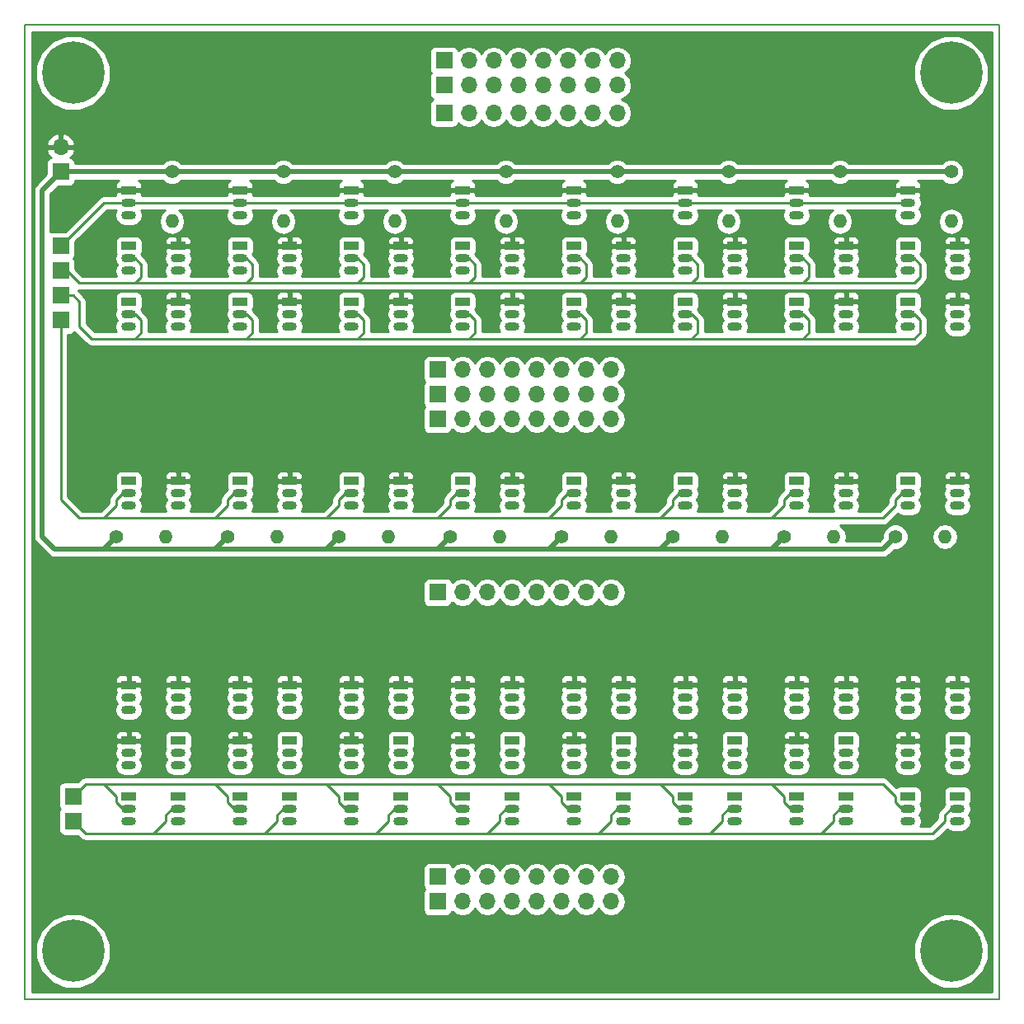
<source format=gbr>
%TF.GenerationSoftware,KiCad,Pcbnew,4.0.7-e2-6376~61~ubuntu18.04.1*%
%TF.CreationDate,2020-08-28T19:45:04+02:00*%
%TF.ProjectId,sel,73656C2E6B696361645F706362000000,rev?*%
%TF.FileFunction,Copper,L2,Bot,Signal*%
%FSLAX46Y46*%
G04 Gerber Fmt 4.6, Leading zero omitted, Abs format (unit mm)*
G04 Created by KiCad (PCBNEW 4.0.7-e2-6376~61~ubuntu18.04.1) date Fri Aug 28 19:45:04 2020*
%MOMM*%
%LPD*%
G01*
G04 APERTURE LIST*
%ADD10C,0.100000*%
%ADD11C,0.150000*%
%ADD12R,1.700000X1.700000*%
%ADD13O,1.700000X1.700000*%
%ADD14O,1.500000X0.900000*%
%ADD15R,1.500000X0.900000*%
%ADD16C,1.400000*%
%ADD17O,1.400000X1.400000*%
%ADD18C,6.400000*%
%ADD19C,0.500000*%
%ADD20C,0.250000*%
%ADD21C,0.254000*%
G04 APERTURE END LIST*
D10*
D11*
X41440000Y-15405000D02*
X41440000Y-115405000D01*
X41440000Y-115405000D02*
X141440000Y-115405000D01*
X141440000Y-15405000D02*
X141440000Y-115405000D01*
X41440000Y-15405000D02*
X141440000Y-15405000D01*
D12*
X83820000Y-53340000D03*
D13*
X86360000Y-53340000D03*
X88900000Y-53340000D03*
X91440000Y-53340000D03*
X93980000Y-53340000D03*
X96520000Y-53340000D03*
X99060000Y-53340000D03*
X101600000Y-53340000D03*
D12*
X45085000Y-30480000D03*
D13*
X45085000Y-27940000D03*
D12*
X83820000Y-55880000D03*
D13*
X86360000Y-55880000D03*
X88900000Y-55880000D03*
X91440000Y-55880000D03*
X93980000Y-55880000D03*
X96520000Y-55880000D03*
X99060000Y-55880000D03*
X101600000Y-55880000D03*
D12*
X45085000Y-45720000D03*
X84455000Y-19050000D03*
D13*
X86995000Y-19050000D03*
X89535000Y-19050000D03*
X92075000Y-19050000D03*
X94615000Y-19050000D03*
X97155000Y-19050000D03*
X99695000Y-19050000D03*
X102235000Y-19050000D03*
D12*
X84455000Y-24447500D03*
D13*
X86995000Y-24447500D03*
X89535000Y-24447500D03*
X92075000Y-24447500D03*
X94615000Y-24447500D03*
X97155000Y-24447500D03*
X99695000Y-24447500D03*
X102235000Y-24447500D03*
D12*
X84455000Y-21590000D03*
D13*
X86995000Y-21590000D03*
X89535000Y-21590000D03*
X92075000Y-21590000D03*
X94615000Y-21590000D03*
X97155000Y-21590000D03*
X99695000Y-21590000D03*
X102235000Y-21590000D03*
D12*
X45085000Y-40640000D03*
X45085000Y-43180000D03*
X45085000Y-38100000D03*
X46355000Y-94615000D03*
X46355000Y-97155000D03*
X83820000Y-105410000D03*
D13*
X86360000Y-105410000D03*
X88900000Y-105410000D03*
X91440000Y-105410000D03*
X93980000Y-105410000D03*
X96520000Y-105410000D03*
X99060000Y-105410000D03*
X101600000Y-105410000D03*
D12*
X83820000Y-102870000D03*
D13*
X86360000Y-102870000D03*
X88900000Y-102870000D03*
X91440000Y-102870000D03*
X93980000Y-102870000D03*
X96520000Y-102870000D03*
X99060000Y-102870000D03*
X101600000Y-102870000D03*
D14*
X57150000Y-95885000D03*
X57150000Y-97155000D03*
D15*
X57150000Y-94615000D03*
D14*
X52070000Y-95885000D03*
X52070000Y-97155000D03*
D15*
X52070000Y-94615000D03*
D14*
X57150000Y-90170000D03*
X57150000Y-91440000D03*
D15*
X57150000Y-88900000D03*
D14*
X52070000Y-90170000D03*
X52070000Y-91440000D03*
D15*
X52070000Y-88900000D03*
D14*
X52070000Y-84455000D03*
X52070000Y-85725000D03*
D15*
X52070000Y-83185000D03*
D14*
X57150000Y-84455000D03*
X57150000Y-85725000D03*
D15*
X57150000Y-83185000D03*
D14*
X80010000Y-95885000D03*
X80010000Y-97155000D03*
D15*
X80010000Y-94615000D03*
D14*
X74930000Y-95885000D03*
X74930000Y-97155000D03*
D15*
X74930000Y-94615000D03*
D14*
X80010000Y-90170000D03*
X80010000Y-91440000D03*
D15*
X80010000Y-88900000D03*
D14*
X74930000Y-90170000D03*
X74930000Y-91440000D03*
D15*
X74930000Y-88900000D03*
D14*
X74930000Y-84455000D03*
X74930000Y-85725000D03*
D15*
X74930000Y-83185000D03*
D14*
X80010000Y-84455000D03*
X80010000Y-85725000D03*
D15*
X80010000Y-83185000D03*
D14*
X91440000Y-95885000D03*
X91440000Y-97155000D03*
D15*
X91440000Y-94615000D03*
D14*
X86360000Y-95885000D03*
X86360000Y-97155000D03*
D15*
X86360000Y-94615000D03*
D14*
X91440000Y-90170000D03*
X91440000Y-91440000D03*
D15*
X91440000Y-88900000D03*
D14*
X86360000Y-90170000D03*
X86360000Y-91440000D03*
D15*
X86360000Y-88900000D03*
D14*
X86360000Y-84455000D03*
X86360000Y-85725000D03*
D15*
X86360000Y-83185000D03*
D14*
X91440000Y-84455000D03*
X91440000Y-85725000D03*
D15*
X91440000Y-83185000D03*
D14*
X102870000Y-95885000D03*
X102870000Y-97155000D03*
D15*
X102870000Y-94615000D03*
D14*
X97790000Y-95885000D03*
X97790000Y-97155000D03*
D15*
X97790000Y-94615000D03*
D14*
X102870000Y-90170000D03*
X102870000Y-91440000D03*
D15*
X102870000Y-88900000D03*
D14*
X97790000Y-90170000D03*
X97790000Y-91440000D03*
D15*
X97790000Y-88900000D03*
D14*
X97790000Y-84455000D03*
X97790000Y-85725000D03*
D15*
X97790000Y-83185000D03*
D14*
X102870000Y-84455000D03*
X102870000Y-85725000D03*
D15*
X102870000Y-83185000D03*
D14*
X114300000Y-95885000D03*
X114300000Y-97155000D03*
D15*
X114300000Y-94615000D03*
D14*
X109220000Y-95885000D03*
X109220000Y-97155000D03*
D15*
X109220000Y-94615000D03*
D14*
X114300000Y-90170000D03*
X114300000Y-91440000D03*
D15*
X114300000Y-88900000D03*
D14*
X109220000Y-90170000D03*
X109220000Y-91440000D03*
D15*
X109220000Y-88900000D03*
D14*
X109220000Y-84455000D03*
X109220000Y-85725000D03*
D15*
X109220000Y-83185000D03*
D14*
X114300000Y-84455000D03*
X114300000Y-85725000D03*
D15*
X114300000Y-83185000D03*
D14*
X125730000Y-95885000D03*
X125730000Y-97155000D03*
D15*
X125730000Y-94615000D03*
D14*
X120650000Y-95885000D03*
X120650000Y-97155000D03*
D15*
X120650000Y-94615000D03*
D14*
X125730000Y-90170000D03*
X125730000Y-91440000D03*
D15*
X125730000Y-88900000D03*
D14*
X120650000Y-90170000D03*
X120650000Y-91440000D03*
D15*
X120650000Y-88900000D03*
D14*
X120650000Y-84455000D03*
X120650000Y-85725000D03*
D15*
X120650000Y-83185000D03*
D14*
X125730000Y-84455000D03*
X125730000Y-85725000D03*
D15*
X125730000Y-83185000D03*
D14*
X137160000Y-95885000D03*
X137160000Y-97155000D03*
D15*
X137160000Y-94615000D03*
D14*
X132080000Y-95885000D03*
X132080000Y-97155000D03*
D15*
X132080000Y-94615000D03*
D14*
X137160000Y-90170000D03*
X137160000Y-91440000D03*
D15*
X137160000Y-88900000D03*
D14*
X132080000Y-90170000D03*
X132080000Y-91440000D03*
D15*
X132080000Y-88900000D03*
D14*
X132080000Y-84455000D03*
X132080000Y-85725000D03*
D15*
X132080000Y-83185000D03*
D14*
X137160000Y-84455000D03*
X137160000Y-85725000D03*
D15*
X137160000Y-83185000D03*
D14*
X68580000Y-95885000D03*
X68580000Y-97155000D03*
D15*
X68580000Y-94615000D03*
D14*
X63500000Y-95885000D03*
X63500000Y-97155000D03*
D15*
X63500000Y-94615000D03*
D14*
X68580000Y-90170000D03*
X68580000Y-91440000D03*
D15*
X68580000Y-88900000D03*
D14*
X63500000Y-90170000D03*
X63500000Y-91440000D03*
D15*
X63500000Y-88900000D03*
D14*
X63500000Y-84455000D03*
X63500000Y-85725000D03*
D15*
X63500000Y-83185000D03*
D14*
X68580000Y-84455000D03*
X68580000Y-85725000D03*
D15*
X68580000Y-83185000D03*
D14*
X52070000Y-63500000D03*
X52070000Y-64770000D03*
D15*
X52070000Y-62230000D03*
D14*
X57150000Y-63500000D03*
X57150000Y-64770000D03*
D15*
X57150000Y-62230000D03*
D14*
X63500000Y-63500000D03*
X63500000Y-64770000D03*
D15*
X63500000Y-62230000D03*
D14*
X68580000Y-63500000D03*
X68580000Y-64770000D03*
D15*
X68580000Y-62230000D03*
D14*
X74930000Y-63500000D03*
X74930000Y-64770000D03*
D15*
X74930000Y-62230000D03*
D14*
X80010000Y-63500000D03*
X80010000Y-64770000D03*
D15*
X80010000Y-62230000D03*
D14*
X86360000Y-63500000D03*
X86360000Y-64770000D03*
D15*
X86360000Y-62230000D03*
D14*
X91440000Y-63500000D03*
X91440000Y-64770000D03*
D15*
X91440000Y-62230000D03*
D14*
X97790000Y-63500000D03*
X97790000Y-64770000D03*
D15*
X97790000Y-62230000D03*
D14*
X102870000Y-63500000D03*
X102870000Y-64770000D03*
D15*
X102870000Y-62230000D03*
D14*
X109220000Y-63500000D03*
X109220000Y-64770000D03*
D15*
X109220000Y-62230000D03*
D14*
X114300000Y-63500000D03*
X114300000Y-64770000D03*
D15*
X114300000Y-62230000D03*
D14*
X120650000Y-63500000D03*
X120650000Y-64770000D03*
D15*
X120650000Y-62230000D03*
D14*
X125730000Y-63500000D03*
X125730000Y-64770000D03*
D15*
X125730000Y-62230000D03*
D14*
X132080000Y-63500000D03*
X132080000Y-64770000D03*
D15*
X132080000Y-62230000D03*
D14*
X137160000Y-63500000D03*
X137160000Y-64770000D03*
D15*
X137160000Y-62230000D03*
D14*
X52070000Y-33655000D03*
X52070000Y-34925000D03*
D15*
X52070000Y-32385000D03*
D14*
X52070000Y-39370000D03*
X52070000Y-40640000D03*
D15*
X52070000Y-38100000D03*
D14*
X52070000Y-45085000D03*
X52070000Y-46355000D03*
D15*
X52070000Y-43815000D03*
D14*
X57150000Y-39370000D03*
X57150000Y-40640000D03*
D15*
X57150000Y-38100000D03*
D14*
X57150000Y-45085000D03*
X57150000Y-46355000D03*
D15*
X57150000Y-43815000D03*
D14*
X63500000Y-33655000D03*
X63500000Y-34925000D03*
D15*
X63500000Y-32385000D03*
D14*
X63500000Y-39370000D03*
X63500000Y-40640000D03*
D15*
X63500000Y-38100000D03*
D14*
X63500000Y-45085000D03*
X63500000Y-46355000D03*
D15*
X63500000Y-43815000D03*
D14*
X68580000Y-39370000D03*
X68580000Y-40640000D03*
D15*
X68580000Y-38100000D03*
D14*
X68580000Y-45085000D03*
X68580000Y-46355000D03*
D15*
X68580000Y-43815000D03*
D14*
X74930000Y-33655000D03*
X74930000Y-34925000D03*
D15*
X74930000Y-32385000D03*
D14*
X74930000Y-39370000D03*
X74930000Y-40640000D03*
D15*
X74930000Y-38100000D03*
D14*
X74930000Y-45085000D03*
X74930000Y-46355000D03*
D15*
X74930000Y-43815000D03*
D14*
X80010000Y-39370000D03*
X80010000Y-40640000D03*
D15*
X80010000Y-38100000D03*
D14*
X80010000Y-45085000D03*
X80010000Y-46355000D03*
D15*
X80010000Y-43815000D03*
D14*
X86360000Y-33655000D03*
X86360000Y-34925000D03*
D15*
X86360000Y-32385000D03*
D14*
X86360000Y-39370000D03*
X86360000Y-40640000D03*
D15*
X86360000Y-38100000D03*
D14*
X86360000Y-45085000D03*
X86360000Y-46355000D03*
D15*
X86360000Y-43815000D03*
D14*
X91440000Y-39370000D03*
X91440000Y-40640000D03*
D15*
X91440000Y-38100000D03*
D14*
X91440000Y-45085000D03*
X91440000Y-46355000D03*
D15*
X91440000Y-43815000D03*
D14*
X97790000Y-33655000D03*
X97790000Y-34925000D03*
D15*
X97790000Y-32385000D03*
D14*
X97790000Y-39370000D03*
X97790000Y-40640000D03*
D15*
X97790000Y-38100000D03*
D14*
X97790000Y-45085000D03*
X97790000Y-46355000D03*
D15*
X97790000Y-43815000D03*
D14*
X102870000Y-39370000D03*
X102870000Y-40640000D03*
D15*
X102870000Y-38100000D03*
D14*
X102870000Y-45085000D03*
X102870000Y-46355000D03*
D15*
X102870000Y-43815000D03*
D14*
X109220000Y-33655000D03*
X109220000Y-34925000D03*
D15*
X109220000Y-32385000D03*
D14*
X109220000Y-39370000D03*
X109220000Y-40640000D03*
D15*
X109220000Y-38100000D03*
D14*
X109220000Y-45085000D03*
X109220000Y-46355000D03*
D15*
X109220000Y-43815000D03*
D14*
X114300000Y-39370000D03*
X114300000Y-40640000D03*
D15*
X114300000Y-38100000D03*
D14*
X114300000Y-45085000D03*
X114300000Y-46355000D03*
D15*
X114300000Y-43815000D03*
D14*
X120650000Y-33655000D03*
X120650000Y-34925000D03*
D15*
X120650000Y-32385000D03*
D14*
X120650000Y-39370000D03*
X120650000Y-40640000D03*
D15*
X120650000Y-38100000D03*
D14*
X120650000Y-45085000D03*
X120650000Y-46355000D03*
D15*
X120650000Y-43815000D03*
D14*
X125730000Y-39370000D03*
X125730000Y-40640000D03*
D15*
X125730000Y-38100000D03*
D14*
X125730000Y-45085000D03*
X125730000Y-46355000D03*
D15*
X125730000Y-43815000D03*
D14*
X132080000Y-33655000D03*
X132080000Y-34925000D03*
D15*
X132080000Y-32385000D03*
D14*
X132080000Y-39370000D03*
X132080000Y-40640000D03*
D15*
X132080000Y-38100000D03*
D14*
X132080000Y-45085000D03*
X132080000Y-46355000D03*
D15*
X132080000Y-43815000D03*
D14*
X137160000Y-39370000D03*
X137160000Y-40640000D03*
D15*
X137160000Y-38100000D03*
D14*
X137160000Y-45085000D03*
X137160000Y-46355000D03*
D15*
X137160000Y-43815000D03*
D16*
X50800000Y-67945000D03*
D17*
X55880000Y-67945000D03*
D16*
X62230000Y-67945000D03*
D17*
X67310000Y-67945000D03*
D16*
X73660000Y-67945000D03*
D17*
X78740000Y-67945000D03*
D16*
X85090000Y-67945000D03*
D17*
X90170000Y-67945000D03*
D16*
X96520000Y-67945000D03*
D17*
X101600000Y-67945000D03*
D16*
X107950000Y-67945000D03*
D17*
X113030000Y-67945000D03*
D16*
X119380000Y-67945000D03*
D17*
X124460000Y-67945000D03*
D16*
X130810000Y-67945000D03*
D17*
X135890000Y-67945000D03*
D16*
X56515000Y-30480000D03*
D17*
X56515000Y-35560000D03*
D16*
X67945000Y-30480000D03*
D17*
X67945000Y-35560000D03*
D16*
X79375000Y-30480000D03*
D17*
X79375000Y-35560000D03*
D16*
X90805000Y-30480000D03*
D17*
X90805000Y-35560000D03*
D16*
X102235000Y-30480000D03*
D17*
X102235000Y-35560000D03*
D16*
X113665000Y-30480000D03*
D17*
X113665000Y-35560000D03*
D16*
X125095000Y-30480000D03*
D17*
X125095000Y-35560000D03*
D16*
X136525000Y-30480000D03*
D17*
X136525000Y-35560000D03*
D18*
X46355000Y-20320000D03*
X136525000Y-20320000D03*
X136525000Y-110490000D03*
X46355000Y-110490000D03*
D12*
X83820000Y-73660000D03*
D13*
X86360000Y-73660000D03*
X88900000Y-73660000D03*
X91440000Y-73660000D03*
X93980000Y-73660000D03*
X96520000Y-73660000D03*
X99060000Y-73660000D03*
X101600000Y-73660000D03*
D12*
X83820000Y-50800000D03*
D13*
X86360000Y-50800000D03*
X88900000Y-50800000D03*
X91440000Y-50800000D03*
X93980000Y-50800000D03*
X96520000Y-50800000D03*
X99060000Y-50800000D03*
X101600000Y-50800000D03*
D19*
X118110000Y-69215000D02*
X129540000Y-69215000D01*
X129540000Y-69215000D02*
X130810000Y-67945000D01*
X106680000Y-69215000D02*
X118110000Y-69215000D01*
X118110000Y-69215000D02*
X119380000Y-67945000D01*
X95250000Y-69215000D02*
X106680000Y-69215000D01*
X106680000Y-69215000D02*
X107950000Y-67945000D01*
X83820000Y-69215000D02*
X95250000Y-69215000D01*
X95250000Y-69215000D02*
X96520000Y-67945000D01*
X72390000Y-69215000D02*
X83820000Y-69215000D01*
X83820000Y-69215000D02*
X85090000Y-67945000D01*
X60960000Y-69215000D02*
X72390000Y-69215000D01*
X72390000Y-69215000D02*
X73660000Y-67945000D01*
X49530000Y-69215000D02*
X60960000Y-69215000D01*
X60960000Y-69215000D02*
X62230000Y-67945000D01*
X45085000Y-30480000D02*
X43180000Y-32385000D01*
X43180000Y-32385000D02*
X43180000Y-46990000D01*
X43180000Y-46990000D02*
X43180000Y-60960000D01*
X43180000Y-60960000D02*
X43180000Y-67945000D01*
X43180000Y-67945000D02*
X44450000Y-69215000D01*
X44450000Y-69215000D02*
X49530000Y-69215000D01*
X49530000Y-69215000D02*
X50800000Y-67945000D01*
X45085000Y-30480000D02*
X56515000Y-30480000D01*
X56515000Y-30480000D02*
X67945000Y-30480000D01*
X67945000Y-30480000D02*
X79375000Y-30480000D01*
X79375000Y-30480000D02*
X90805000Y-30480000D01*
X90805000Y-30480000D02*
X102235000Y-30480000D01*
X102235000Y-30480000D02*
X113665000Y-30480000D01*
X113665000Y-30480000D02*
X125095000Y-30480000D01*
X125095000Y-30480000D02*
X136525000Y-30480000D01*
D20*
X118110000Y-66040000D02*
X129540000Y-66040000D01*
X130810000Y-64135000D02*
X131445000Y-63500000D01*
X130810000Y-64770000D02*
X130810000Y-64135000D01*
X129540000Y-66040000D02*
X130810000Y-64770000D01*
X131445000Y-63500000D02*
X132080000Y-63500000D01*
X106680000Y-66040000D02*
X118110000Y-66040000D01*
X119380000Y-64135000D02*
X120015000Y-63500000D01*
X119380000Y-64770000D02*
X119380000Y-64135000D01*
X118110000Y-66040000D02*
X119380000Y-64770000D01*
X120015000Y-63500000D02*
X120650000Y-63500000D01*
X95250000Y-66040000D02*
X106680000Y-66040000D01*
X107950000Y-64135000D02*
X108585000Y-63500000D01*
X107950000Y-64770000D02*
X107950000Y-64135000D01*
X106680000Y-66040000D02*
X107950000Y-64770000D01*
X108585000Y-63500000D02*
X109220000Y-63500000D01*
X83820000Y-66040000D02*
X95250000Y-66040000D01*
X96520000Y-64135000D02*
X97155000Y-63500000D01*
X96520000Y-64770000D02*
X96520000Y-64135000D01*
X95250000Y-66040000D02*
X96520000Y-64770000D01*
X97155000Y-63500000D02*
X97790000Y-63500000D01*
X72390000Y-66040000D02*
X83820000Y-66040000D01*
X85090000Y-64135000D02*
X85725000Y-63500000D01*
X85090000Y-64770000D02*
X85090000Y-64135000D01*
X83820000Y-66040000D02*
X85090000Y-64770000D01*
X85725000Y-63500000D02*
X86360000Y-63500000D01*
X60960000Y-66040000D02*
X72390000Y-66040000D01*
X73660000Y-64135000D02*
X74295000Y-63500000D01*
X73660000Y-64770000D02*
X73660000Y-64135000D01*
X72390000Y-66040000D02*
X73660000Y-64770000D01*
X74295000Y-63500000D02*
X74930000Y-63500000D01*
X49530000Y-66040000D02*
X60960000Y-66040000D01*
X62230000Y-64135000D02*
X62865000Y-63500000D01*
X62230000Y-64770000D02*
X62230000Y-64135000D01*
X60960000Y-66040000D02*
X62230000Y-64770000D01*
X62865000Y-63500000D02*
X63500000Y-63500000D01*
X45085000Y-45720000D02*
X45085000Y-61595000D01*
X50800000Y-64135000D02*
X51435000Y-63500000D01*
X50800000Y-64770000D02*
X50800000Y-64135000D01*
X49530000Y-66040000D02*
X50800000Y-64770000D01*
X46990000Y-66040000D02*
X49530000Y-66040000D01*
X45085000Y-64135000D02*
X46990000Y-66040000D01*
X45085000Y-61595000D02*
X45085000Y-64135000D01*
X51435000Y-63500000D02*
X52070000Y-63500000D01*
X45085000Y-40640000D02*
X45720000Y-40640000D01*
X45720000Y-40640000D02*
X46990000Y-41910000D01*
X46990000Y-41910000D02*
X52705000Y-41910000D01*
X121285000Y-41910000D02*
X132715000Y-41910000D01*
X133350000Y-40005000D02*
X132715000Y-39370000D01*
X133350000Y-41275000D02*
X133350000Y-40005000D01*
X132715000Y-41910000D02*
X133350000Y-41275000D01*
X132715000Y-39370000D02*
X132080000Y-39370000D01*
X109855000Y-41910000D02*
X121285000Y-41910000D01*
X121920000Y-40005000D02*
X121285000Y-39370000D01*
X121920000Y-41275000D02*
X121920000Y-40005000D01*
X121285000Y-41910000D02*
X121920000Y-41275000D01*
X121285000Y-39370000D02*
X120650000Y-39370000D01*
X98425000Y-41910000D02*
X109855000Y-41910000D01*
X110490000Y-40005000D02*
X109855000Y-39370000D01*
X110490000Y-41275000D02*
X110490000Y-40005000D01*
X109855000Y-41910000D02*
X110490000Y-41275000D01*
X109855000Y-39370000D02*
X109220000Y-39370000D01*
X86995000Y-41910000D02*
X98425000Y-41910000D01*
X99060000Y-40005000D02*
X98425000Y-39370000D01*
X99060000Y-41275000D02*
X99060000Y-40005000D01*
X98425000Y-41910000D02*
X99060000Y-41275000D01*
X98425000Y-39370000D02*
X97790000Y-39370000D01*
X75565000Y-41910000D02*
X86995000Y-41910000D01*
X87630000Y-40005000D02*
X86995000Y-39370000D01*
X87630000Y-41275000D02*
X87630000Y-40005000D01*
X86995000Y-41910000D02*
X87630000Y-41275000D01*
X86995000Y-39370000D02*
X86360000Y-39370000D01*
X64135000Y-41910000D02*
X75565000Y-41910000D01*
X76200000Y-40005000D02*
X75565000Y-39370000D01*
X76200000Y-41275000D02*
X76200000Y-40005000D01*
X75565000Y-41910000D02*
X76200000Y-41275000D01*
X75565000Y-39370000D02*
X74930000Y-39370000D01*
X53340000Y-41275000D02*
X52705000Y-41910000D01*
X52705000Y-39370000D02*
X53340000Y-40005000D01*
X53340000Y-40005000D02*
X53340000Y-41275000D01*
X64770000Y-40005000D02*
X64135000Y-39370000D01*
X64770000Y-41275000D02*
X64770000Y-40005000D01*
X64135000Y-41910000D02*
X64770000Y-41275000D01*
X52705000Y-41910000D02*
X64135000Y-41910000D01*
X64135000Y-39370000D02*
X63500000Y-39370000D01*
X52070000Y-39370000D02*
X52705000Y-39370000D01*
X45085000Y-43180000D02*
X46355000Y-43180000D01*
X48260000Y-47625000D02*
X52705000Y-47625000D01*
X46990000Y-46355000D02*
X48260000Y-47625000D01*
X46990000Y-43815000D02*
X46990000Y-46355000D01*
X46355000Y-43180000D02*
X46990000Y-43815000D01*
X121285000Y-47625000D02*
X132715000Y-47625000D01*
X133350000Y-45720000D02*
X132715000Y-45085000D01*
X133350000Y-46990000D02*
X133350000Y-45720000D01*
X132715000Y-47625000D02*
X133350000Y-46990000D01*
X132715000Y-45085000D02*
X132080000Y-45085000D01*
X109855000Y-47625000D02*
X121285000Y-47625000D01*
X121920000Y-45720000D02*
X121285000Y-45085000D01*
X121920000Y-46990000D02*
X121920000Y-45720000D01*
X121285000Y-47625000D02*
X121920000Y-46990000D01*
X121285000Y-45085000D02*
X120650000Y-45085000D01*
X98425000Y-47625000D02*
X109855000Y-47625000D01*
X110490000Y-45720000D02*
X109855000Y-45085000D01*
X110490000Y-46990000D02*
X110490000Y-45720000D01*
X109855000Y-47625000D02*
X110490000Y-46990000D01*
X109855000Y-45085000D02*
X109220000Y-45085000D01*
X86995000Y-47625000D02*
X98425000Y-47625000D01*
X99060000Y-45720000D02*
X98425000Y-45085000D01*
X99060000Y-46990000D02*
X99060000Y-45720000D01*
X98425000Y-47625000D02*
X99060000Y-46990000D01*
X98425000Y-45085000D02*
X97790000Y-45085000D01*
X75565000Y-47625000D02*
X86995000Y-47625000D01*
X87630000Y-45720000D02*
X86995000Y-45085000D01*
X87630000Y-46990000D02*
X87630000Y-45720000D01*
X86995000Y-47625000D02*
X87630000Y-46990000D01*
X86995000Y-45085000D02*
X86360000Y-45085000D01*
X64135000Y-47625000D02*
X75565000Y-47625000D01*
X76200000Y-45720000D02*
X75565000Y-45085000D01*
X76200000Y-46990000D02*
X76200000Y-45720000D01*
X75565000Y-47625000D02*
X76200000Y-46990000D01*
X75565000Y-45085000D02*
X74930000Y-45085000D01*
X52070000Y-45085000D02*
X52705000Y-45085000D01*
X52705000Y-45085000D02*
X53340000Y-45720000D01*
X53340000Y-45720000D02*
X53340000Y-46990000D01*
X53340000Y-46990000D02*
X52705000Y-47625000D01*
X52705000Y-47625000D02*
X64135000Y-47625000D01*
X64135000Y-47625000D02*
X64770000Y-46990000D01*
X64770000Y-46990000D02*
X64770000Y-45720000D01*
X64770000Y-45720000D02*
X64135000Y-45085000D01*
X64135000Y-45085000D02*
X63500000Y-45085000D01*
X45085000Y-38100000D02*
X48895000Y-34290000D01*
X49530000Y-33655000D02*
X52070000Y-33655000D01*
X48895000Y-34290000D02*
X49530000Y-33655000D01*
X63500000Y-33655000D02*
X74930000Y-33655000D01*
X74930000Y-33655000D02*
X86360000Y-33655000D01*
X86360000Y-33655000D02*
X97790000Y-33655000D01*
X97790000Y-33655000D02*
X109220000Y-33655000D01*
X109220000Y-33655000D02*
X120650000Y-33655000D01*
X120650000Y-33655000D02*
X132080000Y-33655000D01*
X52070000Y-33655000D02*
X63500000Y-33655000D01*
X118110000Y-93345000D02*
X129540000Y-93345000D01*
X130810000Y-95250000D02*
X131445000Y-95885000D01*
X130810000Y-94615000D02*
X130810000Y-95250000D01*
X129540000Y-93345000D02*
X130810000Y-94615000D01*
X131445000Y-95885000D02*
X132080000Y-95885000D01*
X106680000Y-93345000D02*
X118110000Y-93345000D01*
X119380000Y-95250000D02*
X120015000Y-95885000D01*
X119380000Y-94615000D02*
X119380000Y-95250000D01*
X118110000Y-93345000D02*
X119380000Y-94615000D01*
X120015000Y-95885000D02*
X120650000Y-95885000D01*
X95250000Y-93345000D02*
X106680000Y-93345000D01*
X107950000Y-95250000D02*
X108585000Y-95885000D01*
X107950000Y-94615000D02*
X107950000Y-95250000D01*
X106680000Y-93345000D02*
X107950000Y-94615000D01*
X108585000Y-95885000D02*
X109220000Y-95885000D01*
X83820000Y-93345000D02*
X95250000Y-93345000D01*
X96520000Y-95250000D02*
X97155000Y-95885000D01*
X96520000Y-94615000D02*
X96520000Y-95250000D01*
X95250000Y-93345000D02*
X96520000Y-94615000D01*
X97155000Y-95885000D02*
X97790000Y-95885000D01*
X72390000Y-93345000D02*
X83820000Y-93345000D01*
X85090000Y-95250000D02*
X85725000Y-95885000D01*
X85090000Y-94615000D02*
X85090000Y-95250000D01*
X83820000Y-93345000D02*
X85090000Y-94615000D01*
X85725000Y-95885000D02*
X86360000Y-95885000D01*
X60960000Y-93345000D02*
X72390000Y-93345000D01*
X73660000Y-95250000D02*
X74295000Y-95885000D01*
X73660000Y-94615000D02*
X73660000Y-95250000D01*
X72390000Y-93345000D02*
X73660000Y-94615000D01*
X74295000Y-95885000D02*
X74930000Y-95885000D01*
X49530000Y-93345000D02*
X60960000Y-93345000D01*
X62230000Y-95250000D02*
X62865000Y-95885000D01*
X62230000Y-94615000D02*
X62230000Y-95250000D01*
X60960000Y-93345000D02*
X62230000Y-94615000D01*
X62865000Y-95885000D02*
X63500000Y-95885000D01*
X46355000Y-94615000D02*
X47625000Y-93345000D01*
X50800000Y-95250000D02*
X51435000Y-95885000D01*
X50800000Y-94615000D02*
X50800000Y-95250000D01*
X49530000Y-93345000D02*
X50800000Y-94615000D01*
X47625000Y-93345000D02*
X49530000Y-93345000D01*
X51435000Y-95885000D02*
X52070000Y-95885000D01*
X123190000Y-98425000D02*
X134620000Y-98425000D01*
X135890000Y-96520000D02*
X136525000Y-95885000D01*
X135890000Y-97155000D02*
X135890000Y-96520000D01*
X134620000Y-98425000D02*
X135890000Y-97155000D01*
X136525000Y-95885000D02*
X137160000Y-95885000D01*
X111760000Y-98425000D02*
X123190000Y-98425000D01*
X124460000Y-96520000D02*
X125095000Y-95885000D01*
X124460000Y-97155000D02*
X124460000Y-96520000D01*
X123190000Y-98425000D02*
X124460000Y-97155000D01*
X125095000Y-95885000D02*
X125730000Y-95885000D01*
X100330000Y-98425000D02*
X111760000Y-98425000D01*
X113030000Y-96520000D02*
X113665000Y-95885000D01*
X113030000Y-97155000D02*
X113030000Y-96520000D01*
X111760000Y-98425000D02*
X113030000Y-97155000D01*
X113665000Y-95885000D02*
X114300000Y-95885000D01*
X88900000Y-98425000D02*
X100330000Y-98425000D01*
X101600000Y-96520000D02*
X102235000Y-95885000D01*
X101600000Y-97155000D02*
X101600000Y-96520000D01*
X100330000Y-98425000D02*
X101600000Y-97155000D01*
X102235000Y-95885000D02*
X102870000Y-95885000D01*
X77470000Y-98425000D02*
X88900000Y-98425000D01*
X90170000Y-96520000D02*
X90805000Y-95885000D01*
X90170000Y-97155000D02*
X90170000Y-96520000D01*
X88900000Y-98425000D02*
X90170000Y-97155000D01*
X90805000Y-95885000D02*
X91440000Y-95885000D01*
X66040000Y-98425000D02*
X77470000Y-98425000D01*
X78740000Y-96520000D02*
X79375000Y-95885000D01*
X78740000Y-97155000D02*
X78740000Y-96520000D01*
X77470000Y-98425000D02*
X78740000Y-97155000D01*
X79375000Y-95885000D02*
X80010000Y-95885000D01*
X54610000Y-98425000D02*
X66040000Y-98425000D01*
X67310000Y-96520000D02*
X67945000Y-95885000D01*
X67310000Y-97155000D02*
X67310000Y-96520000D01*
X66040000Y-98425000D02*
X67310000Y-97155000D01*
X67945000Y-95885000D02*
X68580000Y-95885000D01*
X46355000Y-97155000D02*
X47625000Y-98425000D01*
X55880000Y-96520000D02*
X56515000Y-95885000D01*
X55880000Y-97155000D02*
X55880000Y-96520000D01*
X54610000Y-98425000D02*
X55880000Y-97155000D01*
X47625000Y-98425000D02*
X54610000Y-98425000D01*
X56515000Y-95885000D02*
X57150000Y-95885000D01*
D21*
G36*
X140730000Y-114695000D02*
X42150000Y-114695000D01*
X42150000Y-111249482D01*
X42519336Y-111249482D01*
X43101950Y-112659515D01*
X44179811Y-113739259D01*
X45588825Y-114324333D01*
X47114482Y-114325664D01*
X48524515Y-113743050D01*
X49604259Y-112665189D01*
X50189333Y-111256175D01*
X50189338Y-111249482D01*
X132689336Y-111249482D01*
X133271950Y-112659515D01*
X134349811Y-113739259D01*
X135758825Y-114324333D01*
X137284482Y-114325664D01*
X138694515Y-113743050D01*
X139774259Y-112665189D01*
X140359333Y-111256175D01*
X140360664Y-109730518D01*
X139778050Y-108320485D01*
X138700189Y-107240741D01*
X137291175Y-106655667D01*
X135765518Y-106654336D01*
X134355485Y-107236950D01*
X133275741Y-108314811D01*
X132690667Y-109723825D01*
X132689336Y-111249482D01*
X50189338Y-111249482D01*
X50190664Y-109730518D01*
X49608050Y-108320485D01*
X48530189Y-107240741D01*
X47121175Y-106655667D01*
X45595518Y-106654336D01*
X44185485Y-107236950D01*
X43105741Y-108314811D01*
X42520667Y-109723825D01*
X42519336Y-111249482D01*
X42150000Y-111249482D01*
X42150000Y-102020000D01*
X82322560Y-102020000D01*
X82322560Y-103720000D01*
X82366838Y-103955317D01*
X82487015Y-104142077D01*
X82373569Y-104308110D01*
X82322560Y-104560000D01*
X82322560Y-106260000D01*
X82366838Y-106495317D01*
X82505910Y-106711441D01*
X82718110Y-106856431D01*
X82970000Y-106907440D01*
X84670000Y-106907440D01*
X84905317Y-106863162D01*
X85121441Y-106724090D01*
X85266431Y-106511890D01*
X85280086Y-106444459D01*
X85309946Y-106489147D01*
X85791715Y-106811054D01*
X86360000Y-106924093D01*
X86928285Y-106811054D01*
X87410054Y-106489147D01*
X87630000Y-106159974D01*
X87849946Y-106489147D01*
X88331715Y-106811054D01*
X88900000Y-106924093D01*
X89468285Y-106811054D01*
X89950054Y-106489147D01*
X90170000Y-106159974D01*
X90389946Y-106489147D01*
X90871715Y-106811054D01*
X91440000Y-106924093D01*
X92008285Y-106811054D01*
X92490054Y-106489147D01*
X92710000Y-106159974D01*
X92929946Y-106489147D01*
X93411715Y-106811054D01*
X93980000Y-106924093D01*
X94548285Y-106811054D01*
X95030054Y-106489147D01*
X95250000Y-106159974D01*
X95469946Y-106489147D01*
X95951715Y-106811054D01*
X96520000Y-106924093D01*
X97088285Y-106811054D01*
X97570054Y-106489147D01*
X97790000Y-106159974D01*
X98009946Y-106489147D01*
X98491715Y-106811054D01*
X99060000Y-106924093D01*
X99628285Y-106811054D01*
X100110054Y-106489147D01*
X100330000Y-106159974D01*
X100549946Y-106489147D01*
X101031715Y-106811054D01*
X101600000Y-106924093D01*
X102168285Y-106811054D01*
X102650054Y-106489147D01*
X102971961Y-106007378D01*
X103085000Y-105439093D01*
X103085000Y-105380907D01*
X102971961Y-104812622D01*
X102650054Y-104330853D01*
X102364422Y-104140000D01*
X102650054Y-103949147D01*
X102971961Y-103467378D01*
X103085000Y-102899093D01*
X103085000Y-102840907D01*
X102971961Y-102272622D01*
X102650054Y-101790853D01*
X102168285Y-101468946D01*
X101600000Y-101355907D01*
X101031715Y-101468946D01*
X100549946Y-101790853D01*
X100330000Y-102120026D01*
X100110054Y-101790853D01*
X99628285Y-101468946D01*
X99060000Y-101355907D01*
X98491715Y-101468946D01*
X98009946Y-101790853D01*
X97790000Y-102120026D01*
X97570054Y-101790853D01*
X97088285Y-101468946D01*
X96520000Y-101355907D01*
X95951715Y-101468946D01*
X95469946Y-101790853D01*
X95250000Y-102120026D01*
X95030054Y-101790853D01*
X94548285Y-101468946D01*
X93980000Y-101355907D01*
X93411715Y-101468946D01*
X92929946Y-101790853D01*
X92710000Y-102120026D01*
X92490054Y-101790853D01*
X92008285Y-101468946D01*
X91440000Y-101355907D01*
X90871715Y-101468946D01*
X90389946Y-101790853D01*
X90170000Y-102120026D01*
X89950054Y-101790853D01*
X89468285Y-101468946D01*
X88900000Y-101355907D01*
X88331715Y-101468946D01*
X87849946Y-101790853D01*
X87630000Y-102120026D01*
X87410054Y-101790853D01*
X86928285Y-101468946D01*
X86360000Y-101355907D01*
X85791715Y-101468946D01*
X85309946Y-101790853D01*
X85282150Y-101832452D01*
X85273162Y-101784683D01*
X85134090Y-101568559D01*
X84921890Y-101423569D01*
X84670000Y-101372560D01*
X82970000Y-101372560D01*
X82734683Y-101416838D01*
X82518559Y-101555910D01*
X82373569Y-101768110D01*
X82322560Y-102020000D01*
X42150000Y-102020000D01*
X42150000Y-93765000D01*
X44857560Y-93765000D01*
X44857560Y-95465000D01*
X44901838Y-95700317D01*
X45022015Y-95887077D01*
X44908569Y-96053110D01*
X44857560Y-96305000D01*
X44857560Y-98005000D01*
X44901838Y-98240317D01*
X45040910Y-98456441D01*
X45253110Y-98601431D01*
X45505000Y-98652440D01*
X46777638Y-98652440D01*
X47087599Y-98962401D01*
X47334160Y-99127148D01*
X47625000Y-99185000D01*
X134620000Y-99185000D01*
X134910839Y-99127148D01*
X135157401Y-98962401D01*
X136144745Y-97975057D01*
X136417654Y-98157409D01*
X136832866Y-98240000D01*
X137487134Y-98240000D01*
X137902346Y-98157409D01*
X138254345Y-97922211D01*
X138489543Y-97570212D01*
X138572134Y-97155000D01*
X138489543Y-96739788D01*
X138342685Y-96520000D01*
X138489543Y-96300212D01*
X138572134Y-95885000D01*
X138489543Y-95469788D01*
X138446241Y-95404981D01*
X138506431Y-95316890D01*
X138557440Y-95065000D01*
X138557440Y-94165000D01*
X138513162Y-93929683D01*
X138374090Y-93713559D01*
X138161890Y-93568569D01*
X137910000Y-93517560D01*
X136410000Y-93517560D01*
X136174683Y-93561838D01*
X135958559Y-93700910D01*
X135813569Y-93913110D01*
X135762560Y-94165000D01*
X135762560Y-95065000D01*
X135806838Y-95300317D01*
X135873978Y-95404655D01*
X135830457Y-95469788D01*
X135821778Y-95513420D01*
X135352599Y-95982599D01*
X135187852Y-96229161D01*
X135130000Y-96520000D01*
X135130000Y-96840198D01*
X134305198Y-97665000D01*
X133346208Y-97665000D01*
X133409543Y-97570212D01*
X133492134Y-97155000D01*
X133409543Y-96739788D01*
X133262685Y-96520000D01*
X133409543Y-96300212D01*
X133492134Y-95885000D01*
X133409543Y-95469788D01*
X133366241Y-95404981D01*
X133426431Y-95316890D01*
X133477440Y-95065000D01*
X133477440Y-94165000D01*
X133433162Y-93929683D01*
X133294090Y-93713559D01*
X133081890Y-93568569D01*
X132830000Y-93517560D01*
X131330000Y-93517560D01*
X131094683Y-93561838D01*
X130934631Y-93664829D01*
X130077401Y-92807599D01*
X129830839Y-92642852D01*
X129540000Y-92585000D01*
X47625000Y-92585000D01*
X47334160Y-92642852D01*
X47087599Y-92807599D01*
X46777638Y-93117560D01*
X45505000Y-93117560D01*
X45269683Y-93161838D01*
X45053559Y-93300910D01*
X44908569Y-93513110D01*
X44857560Y-93765000D01*
X42150000Y-93765000D01*
X42150000Y-90170000D01*
X50657866Y-90170000D01*
X50740457Y-90585212D01*
X50887315Y-90805000D01*
X50740457Y-91024788D01*
X50657866Y-91440000D01*
X50740457Y-91855212D01*
X50975655Y-92207211D01*
X51327654Y-92442409D01*
X51742866Y-92525000D01*
X52397134Y-92525000D01*
X52812346Y-92442409D01*
X53164345Y-92207211D01*
X53399543Y-91855212D01*
X53482134Y-91440000D01*
X53399543Y-91024788D01*
X53252685Y-90805000D01*
X53399543Y-90585212D01*
X53482134Y-90170000D01*
X55737866Y-90170000D01*
X55820457Y-90585212D01*
X55967315Y-90805000D01*
X55820457Y-91024788D01*
X55737866Y-91440000D01*
X55820457Y-91855212D01*
X56055655Y-92207211D01*
X56407654Y-92442409D01*
X56822866Y-92525000D01*
X57477134Y-92525000D01*
X57892346Y-92442409D01*
X58244345Y-92207211D01*
X58479543Y-91855212D01*
X58562134Y-91440000D01*
X58479543Y-91024788D01*
X58332685Y-90805000D01*
X58479543Y-90585212D01*
X58562134Y-90170000D01*
X62087866Y-90170000D01*
X62170457Y-90585212D01*
X62317315Y-90805000D01*
X62170457Y-91024788D01*
X62087866Y-91440000D01*
X62170457Y-91855212D01*
X62405655Y-92207211D01*
X62757654Y-92442409D01*
X63172866Y-92525000D01*
X63827134Y-92525000D01*
X64242346Y-92442409D01*
X64594345Y-92207211D01*
X64829543Y-91855212D01*
X64912134Y-91440000D01*
X64829543Y-91024788D01*
X64682685Y-90805000D01*
X64829543Y-90585212D01*
X64912134Y-90170000D01*
X67167866Y-90170000D01*
X67250457Y-90585212D01*
X67397315Y-90805000D01*
X67250457Y-91024788D01*
X67167866Y-91440000D01*
X67250457Y-91855212D01*
X67485655Y-92207211D01*
X67837654Y-92442409D01*
X68252866Y-92525000D01*
X68907134Y-92525000D01*
X69322346Y-92442409D01*
X69674345Y-92207211D01*
X69909543Y-91855212D01*
X69992134Y-91440000D01*
X69909543Y-91024788D01*
X69762685Y-90805000D01*
X69909543Y-90585212D01*
X69992134Y-90170000D01*
X73517866Y-90170000D01*
X73600457Y-90585212D01*
X73747315Y-90805000D01*
X73600457Y-91024788D01*
X73517866Y-91440000D01*
X73600457Y-91855212D01*
X73835655Y-92207211D01*
X74187654Y-92442409D01*
X74602866Y-92525000D01*
X75257134Y-92525000D01*
X75672346Y-92442409D01*
X76024345Y-92207211D01*
X76259543Y-91855212D01*
X76342134Y-91440000D01*
X76259543Y-91024788D01*
X76112685Y-90805000D01*
X76259543Y-90585212D01*
X76342134Y-90170000D01*
X78597866Y-90170000D01*
X78680457Y-90585212D01*
X78827315Y-90805000D01*
X78680457Y-91024788D01*
X78597866Y-91440000D01*
X78680457Y-91855212D01*
X78915655Y-92207211D01*
X79267654Y-92442409D01*
X79682866Y-92525000D01*
X80337134Y-92525000D01*
X80752346Y-92442409D01*
X81104345Y-92207211D01*
X81339543Y-91855212D01*
X81422134Y-91440000D01*
X81339543Y-91024788D01*
X81192685Y-90805000D01*
X81339543Y-90585212D01*
X81422134Y-90170000D01*
X84947866Y-90170000D01*
X85030457Y-90585212D01*
X85177315Y-90805000D01*
X85030457Y-91024788D01*
X84947866Y-91440000D01*
X85030457Y-91855212D01*
X85265655Y-92207211D01*
X85617654Y-92442409D01*
X86032866Y-92525000D01*
X86687134Y-92525000D01*
X87102346Y-92442409D01*
X87454345Y-92207211D01*
X87689543Y-91855212D01*
X87772134Y-91440000D01*
X87689543Y-91024788D01*
X87542685Y-90805000D01*
X87689543Y-90585212D01*
X87772134Y-90170000D01*
X90027866Y-90170000D01*
X90110457Y-90585212D01*
X90257315Y-90805000D01*
X90110457Y-91024788D01*
X90027866Y-91440000D01*
X90110457Y-91855212D01*
X90345655Y-92207211D01*
X90697654Y-92442409D01*
X91112866Y-92525000D01*
X91767134Y-92525000D01*
X92182346Y-92442409D01*
X92534345Y-92207211D01*
X92769543Y-91855212D01*
X92852134Y-91440000D01*
X92769543Y-91024788D01*
X92622685Y-90805000D01*
X92769543Y-90585212D01*
X92852134Y-90170000D01*
X96377866Y-90170000D01*
X96460457Y-90585212D01*
X96607315Y-90805000D01*
X96460457Y-91024788D01*
X96377866Y-91440000D01*
X96460457Y-91855212D01*
X96695655Y-92207211D01*
X97047654Y-92442409D01*
X97462866Y-92525000D01*
X98117134Y-92525000D01*
X98532346Y-92442409D01*
X98884345Y-92207211D01*
X99119543Y-91855212D01*
X99202134Y-91440000D01*
X99119543Y-91024788D01*
X98972685Y-90805000D01*
X99119543Y-90585212D01*
X99202134Y-90170000D01*
X101457866Y-90170000D01*
X101540457Y-90585212D01*
X101687315Y-90805000D01*
X101540457Y-91024788D01*
X101457866Y-91440000D01*
X101540457Y-91855212D01*
X101775655Y-92207211D01*
X102127654Y-92442409D01*
X102542866Y-92525000D01*
X103197134Y-92525000D01*
X103612346Y-92442409D01*
X103964345Y-92207211D01*
X104199543Y-91855212D01*
X104282134Y-91440000D01*
X104199543Y-91024788D01*
X104052685Y-90805000D01*
X104199543Y-90585212D01*
X104282134Y-90170000D01*
X107807866Y-90170000D01*
X107890457Y-90585212D01*
X108037315Y-90805000D01*
X107890457Y-91024788D01*
X107807866Y-91440000D01*
X107890457Y-91855212D01*
X108125655Y-92207211D01*
X108477654Y-92442409D01*
X108892866Y-92525000D01*
X109547134Y-92525000D01*
X109962346Y-92442409D01*
X110314345Y-92207211D01*
X110549543Y-91855212D01*
X110632134Y-91440000D01*
X110549543Y-91024788D01*
X110402685Y-90805000D01*
X110549543Y-90585212D01*
X110632134Y-90170000D01*
X112887866Y-90170000D01*
X112970457Y-90585212D01*
X113117315Y-90805000D01*
X112970457Y-91024788D01*
X112887866Y-91440000D01*
X112970457Y-91855212D01*
X113205655Y-92207211D01*
X113557654Y-92442409D01*
X113972866Y-92525000D01*
X114627134Y-92525000D01*
X115042346Y-92442409D01*
X115394345Y-92207211D01*
X115629543Y-91855212D01*
X115712134Y-91440000D01*
X115629543Y-91024788D01*
X115482685Y-90805000D01*
X115629543Y-90585212D01*
X115712134Y-90170000D01*
X119237866Y-90170000D01*
X119320457Y-90585212D01*
X119467315Y-90805000D01*
X119320457Y-91024788D01*
X119237866Y-91440000D01*
X119320457Y-91855212D01*
X119555655Y-92207211D01*
X119907654Y-92442409D01*
X120322866Y-92525000D01*
X120977134Y-92525000D01*
X121392346Y-92442409D01*
X121744345Y-92207211D01*
X121979543Y-91855212D01*
X122062134Y-91440000D01*
X121979543Y-91024788D01*
X121832685Y-90805000D01*
X121979543Y-90585212D01*
X122062134Y-90170000D01*
X124317866Y-90170000D01*
X124400457Y-90585212D01*
X124547315Y-90805000D01*
X124400457Y-91024788D01*
X124317866Y-91440000D01*
X124400457Y-91855212D01*
X124635655Y-92207211D01*
X124987654Y-92442409D01*
X125402866Y-92525000D01*
X126057134Y-92525000D01*
X126472346Y-92442409D01*
X126824345Y-92207211D01*
X127059543Y-91855212D01*
X127142134Y-91440000D01*
X127059543Y-91024788D01*
X126912685Y-90805000D01*
X127059543Y-90585212D01*
X127142134Y-90170000D01*
X130667866Y-90170000D01*
X130750457Y-90585212D01*
X130897315Y-90805000D01*
X130750457Y-91024788D01*
X130667866Y-91440000D01*
X130750457Y-91855212D01*
X130985655Y-92207211D01*
X131337654Y-92442409D01*
X131752866Y-92525000D01*
X132407134Y-92525000D01*
X132822346Y-92442409D01*
X133174345Y-92207211D01*
X133409543Y-91855212D01*
X133492134Y-91440000D01*
X133409543Y-91024788D01*
X133262685Y-90805000D01*
X133409543Y-90585212D01*
X133492134Y-90170000D01*
X135747866Y-90170000D01*
X135830457Y-90585212D01*
X135977315Y-90805000D01*
X135830457Y-91024788D01*
X135747866Y-91440000D01*
X135830457Y-91855212D01*
X136065655Y-92207211D01*
X136417654Y-92442409D01*
X136832866Y-92525000D01*
X137487134Y-92525000D01*
X137902346Y-92442409D01*
X138254345Y-92207211D01*
X138489543Y-91855212D01*
X138572134Y-91440000D01*
X138489543Y-91024788D01*
X138342685Y-90805000D01*
X138489543Y-90585212D01*
X138572134Y-90170000D01*
X138489543Y-89754788D01*
X138446241Y-89689981D01*
X138506431Y-89601890D01*
X138557440Y-89350000D01*
X138557440Y-88450000D01*
X138513162Y-88214683D01*
X138374090Y-87998559D01*
X138161890Y-87853569D01*
X137910000Y-87802560D01*
X136410000Y-87802560D01*
X136174683Y-87846838D01*
X135958559Y-87985910D01*
X135813569Y-88198110D01*
X135762560Y-88450000D01*
X135762560Y-89350000D01*
X135806838Y-89585317D01*
X135873978Y-89689655D01*
X135830457Y-89754788D01*
X135747866Y-90170000D01*
X133492134Y-90170000D01*
X133409543Y-89754788D01*
X133372570Y-89699454D01*
X133465000Y-89476309D01*
X133465000Y-89185750D01*
X133306250Y-89027000D01*
X132207000Y-89027000D01*
X132207000Y-89047000D01*
X131953000Y-89047000D01*
X131953000Y-89027000D01*
X130853750Y-89027000D01*
X130695000Y-89185750D01*
X130695000Y-89476309D01*
X130787430Y-89699454D01*
X130750457Y-89754788D01*
X130667866Y-90170000D01*
X127142134Y-90170000D01*
X127059543Y-89754788D01*
X127016241Y-89689981D01*
X127076431Y-89601890D01*
X127127440Y-89350000D01*
X127127440Y-88450000D01*
X127103674Y-88323691D01*
X130695000Y-88323691D01*
X130695000Y-88614250D01*
X130853750Y-88773000D01*
X131953000Y-88773000D01*
X131953000Y-87973750D01*
X132207000Y-87973750D01*
X132207000Y-88773000D01*
X133306250Y-88773000D01*
X133465000Y-88614250D01*
X133465000Y-88323691D01*
X133368327Y-88090302D01*
X133189699Y-87911673D01*
X132956310Y-87815000D01*
X132365750Y-87815000D01*
X132207000Y-87973750D01*
X131953000Y-87973750D01*
X131794250Y-87815000D01*
X131203690Y-87815000D01*
X130970301Y-87911673D01*
X130791673Y-88090302D01*
X130695000Y-88323691D01*
X127103674Y-88323691D01*
X127083162Y-88214683D01*
X126944090Y-87998559D01*
X126731890Y-87853569D01*
X126480000Y-87802560D01*
X124980000Y-87802560D01*
X124744683Y-87846838D01*
X124528559Y-87985910D01*
X124383569Y-88198110D01*
X124332560Y-88450000D01*
X124332560Y-89350000D01*
X124376838Y-89585317D01*
X124443978Y-89689655D01*
X124400457Y-89754788D01*
X124317866Y-90170000D01*
X122062134Y-90170000D01*
X121979543Y-89754788D01*
X121942570Y-89699454D01*
X122035000Y-89476309D01*
X122035000Y-89185750D01*
X121876250Y-89027000D01*
X120777000Y-89027000D01*
X120777000Y-89047000D01*
X120523000Y-89047000D01*
X120523000Y-89027000D01*
X119423750Y-89027000D01*
X119265000Y-89185750D01*
X119265000Y-89476309D01*
X119357430Y-89699454D01*
X119320457Y-89754788D01*
X119237866Y-90170000D01*
X115712134Y-90170000D01*
X115629543Y-89754788D01*
X115586241Y-89689981D01*
X115646431Y-89601890D01*
X115697440Y-89350000D01*
X115697440Y-88450000D01*
X115673674Y-88323691D01*
X119265000Y-88323691D01*
X119265000Y-88614250D01*
X119423750Y-88773000D01*
X120523000Y-88773000D01*
X120523000Y-87973750D01*
X120777000Y-87973750D01*
X120777000Y-88773000D01*
X121876250Y-88773000D01*
X122035000Y-88614250D01*
X122035000Y-88323691D01*
X121938327Y-88090302D01*
X121759699Y-87911673D01*
X121526310Y-87815000D01*
X120935750Y-87815000D01*
X120777000Y-87973750D01*
X120523000Y-87973750D01*
X120364250Y-87815000D01*
X119773690Y-87815000D01*
X119540301Y-87911673D01*
X119361673Y-88090302D01*
X119265000Y-88323691D01*
X115673674Y-88323691D01*
X115653162Y-88214683D01*
X115514090Y-87998559D01*
X115301890Y-87853569D01*
X115050000Y-87802560D01*
X113550000Y-87802560D01*
X113314683Y-87846838D01*
X113098559Y-87985910D01*
X112953569Y-88198110D01*
X112902560Y-88450000D01*
X112902560Y-89350000D01*
X112946838Y-89585317D01*
X113013978Y-89689655D01*
X112970457Y-89754788D01*
X112887866Y-90170000D01*
X110632134Y-90170000D01*
X110549543Y-89754788D01*
X110512570Y-89699454D01*
X110605000Y-89476309D01*
X110605000Y-89185750D01*
X110446250Y-89027000D01*
X109347000Y-89027000D01*
X109347000Y-89047000D01*
X109093000Y-89047000D01*
X109093000Y-89027000D01*
X107993750Y-89027000D01*
X107835000Y-89185750D01*
X107835000Y-89476309D01*
X107927430Y-89699454D01*
X107890457Y-89754788D01*
X107807866Y-90170000D01*
X104282134Y-90170000D01*
X104199543Y-89754788D01*
X104156241Y-89689981D01*
X104216431Y-89601890D01*
X104267440Y-89350000D01*
X104267440Y-88450000D01*
X104243674Y-88323691D01*
X107835000Y-88323691D01*
X107835000Y-88614250D01*
X107993750Y-88773000D01*
X109093000Y-88773000D01*
X109093000Y-87973750D01*
X109347000Y-87973750D01*
X109347000Y-88773000D01*
X110446250Y-88773000D01*
X110605000Y-88614250D01*
X110605000Y-88323691D01*
X110508327Y-88090302D01*
X110329699Y-87911673D01*
X110096310Y-87815000D01*
X109505750Y-87815000D01*
X109347000Y-87973750D01*
X109093000Y-87973750D01*
X108934250Y-87815000D01*
X108343690Y-87815000D01*
X108110301Y-87911673D01*
X107931673Y-88090302D01*
X107835000Y-88323691D01*
X104243674Y-88323691D01*
X104223162Y-88214683D01*
X104084090Y-87998559D01*
X103871890Y-87853569D01*
X103620000Y-87802560D01*
X102120000Y-87802560D01*
X101884683Y-87846838D01*
X101668559Y-87985910D01*
X101523569Y-88198110D01*
X101472560Y-88450000D01*
X101472560Y-89350000D01*
X101516838Y-89585317D01*
X101583978Y-89689655D01*
X101540457Y-89754788D01*
X101457866Y-90170000D01*
X99202134Y-90170000D01*
X99119543Y-89754788D01*
X99082570Y-89699454D01*
X99175000Y-89476309D01*
X99175000Y-89185750D01*
X99016250Y-89027000D01*
X97917000Y-89027000D01*
X97917000Y-89047000D01*
X97663000Y-89047000D01*
X97663000Y-89027000D01*
X96563750Y-89027000D01*
X96405000Y-89185750D01*
X96405000Y-89476309D01*
X96497430Y-89699454D01*
X96460457Y-89754788D01*
X96377866Y-90170000D01*
X92852134Y-90170000D01*
X92769543Y-89754788D01*
X92726241Y-89689981D01*
X92786431Y-89601890D01*
X92837440Y-89350000D01*
X92837440Y-88450000D01*
X92813674Y-88323691D01*
X96405000Y-88323691D01*
X96405000Y-88614250D01*
X96563750Y-88773000D01*
X97663000Y-88773000D01*
X97663000Y-87973750D01*
X97917000Y-87973750D01*
X97917000Y-88773000D01*
X99016250Y-88773000D01*
X99175000Y-88614250D01*
X99175000Y-88323691D01*
X99078327Y-88090302D01*
X98899699Y-87911673D01*
X98666310Y-87815000D01*
X98075750Y-87815000D01*
X97917000Y-87973750D01*
X97663000Y-87973750D01*
X97504250Y-87815000D01*
X96913690Y-87815000D01*
X96680301Y-87911673D01*
X96501673Y-88090302D01*
X96405000Y-88323691D01*
X92813674Y-88323691D01*
X92793162Y-88214683D01*
X92654090Y-87998559D01*
X92441890Y-87853569D01*
X92190000Y-87802560D01*
X90690000Y-87802560D01*
X90454683Y-87846838D01*
X90238559Y-87985910D01*
X90093569Y-88198110D01*
X90042560Y-88450000D01*
X90042560Y-89350000D01*
X90086838Y-89585317D01*
X90153978Y-89689655D01*
X90110457Y-89754788D01*
X90027866Y-90170000D01*
X87772134Y-90170000D01*
X87689543Y-89754788D01*
X87652570Y-89699454D01*
X87745000Y-89476309D01*
X87745000Y-89185750D01*
X87586250Y-89027000D01*
X86487000Y-89027000D01*
X86487000Y-89047000D01*
X86233000Y-89047000D01*
X86233000Y-89027000D01*
X85133750Y-89027000D01*
X84975000Y-89185750D01*
X84975000Y-89476309D01*
X85067430Y-89699454D01*
X85030457Y-89754788D01*
X84947866Y-90170000D01*
X81422134Y-90170000D01*
X81339543Y-89754788D01*
X81296241Y-89689981D01*
X81356431Y-89601890D01*
X81407440Y-89350000D01*
X81407440Y-88450000D01*
X81383674Y-88323691D01*
X84975000Y-88323691D01*
X84975000Y-88614250D01*
X85133750Y-88773000D01*
X86233000Y-88773000D01*
X86233000Y-87973750D01*
X86487000Y-87973750D01*
X86487000Y-88773000D01*
X87586250Y-88773000D01*
X87745000Y-88614250D01*
X87745000Y-88323691D01*
X87648327Y-88090302D01*
X87469699Y-87911673D01*
X87236310Y-87815000D01*
X86645750Y-87815000D01*
X86487000Y-87973750D01*
X86233000Y-87973750D01*
X86074250Y-87815000D01*
X85483690Y-87815000D01*
X85250301Y-87911673D01*
X85071673Y-88090302D01*
X84975000Y-88323691D01*
X81383674Y-88323691D01*
X81363162Y-88214683D01*
X81224090Y-87998559D01*
X81011890Y-87853569D01*
X80760000Y-87802560D01*
X79260000Y-87802560D01*
X79024683Y-87846838D01*
X78808559Y-87985910D01*
X78663569Y-88198110D01*
X78612560Y-88450000D01*
X78612560Y-89350000D01*
X78656838Y-89585317D01*
X78723978Y-89689655D01*
X78680457Y-89754788D01*
X78597866Y-90170000D01*
X76342134Y-90170000D01*
X76259543Y-89754788D01*
X76222570Y-89699454D01*
X76315000Y-89476309D01*
X76315000Y-89185750D01*
X76156250Y-89027000D01*
X75057000Y-89027000D01*
X75057000Y-89047000D01*
X74803000Y-89047000D01*
X74803000Y-89027000D01*
X73703750Y-89027000D01*
X73545000Y-89185750D01*
X73545000Y-89476309D01*
X73637430Y-89699454D01*
X73600457Y-89754788D01*
X73517866Y-90170000D01*
X69992134Y-90170000D01*
X69909543Y-89754788D01*
X69866241Y-89689981D01*
X69926431Y-89601890D01*
X69977440Y-89350000D01*
X69977440Y-88450000D01*
X69953674Y-88323691D01*
X73545000Y-88323691D01*
X73545000Y-88614250D01*
X73703750Y-88773000D01*
X74803000Y-88773000D01*
X74803000Y-87973750D01*
X75057000Y-87973750D01*
X75057000Y-88773000D01*
X76156250Y-88773000D01*
X76315000Y-88614250D01*
X76315000Y-88323691D01*
X76218327Y-88090302D01*
X76039699Y-87911673D01*
X75806310Y-87815000D01*
X75215750Y-87815000D01*
X75057000Y-87973750D01*
X74803000Y-87973750D01*
X74644250Y-87815000D01*
X74053690Y-87815000D01*
X73820301Y-87911673D01*
X73641673Y-88090302D01*
X73545000Y-88323691D01*
X69953674Y-88323691D01*
X69933162Y-88214683D01*
X69794090Y-87998559D01*
X69581890Y-87853569D01*
X69330000Y-87802560D01*
X67830000Y-87802560D01*
X67594683Y-87846838D01*
X67378559Y-87985910D01*
X67233569Y-88198110D01*
X67182560Y-88450000D01*
X67182560Y-89350000D01*
X67226838Y-89585317D01*
X67293978Y-89689655D01*
X67250457Y-89754788D01*
X67167866Y-90170000D01*
X64912134Y-90170000D01*
X64829543Y-89754788D01*
X64792570Y-89699454D01*
X64885000Y-89476309D01*
X64885000Y-89185750D01*
X64726250Y-89027000D01*
X63627000Y-89027000D01*
X63627000Y-89047000D01*
X63373000Y-89047000D01*
X63373000Y-89027000D01*
X62273750Y-89027000D01*
X62115000Y-89185750D01*
X62115000Y-89476309D01*
X62207430Y-89699454D01*
X62170457Y-89754788D01*
X62087866Y-90170000D01*
X58562134Y-90170000D01*
X58479543Y-89754788D01*
X58436241Y-89689981D01*
X58496431Y-89601890D01*
X58547440Y-89350000D01*
X58547440Y-88450000D01*
X58523674Y-88323691D01*
X62115000Y-88323691D01*
X62115000Y-88614250D01*
X62273750Y-88773000D01*
X63373000Y-88773000D01*
X63373000Y-87973750D01*
X63627000Y-87973750D01*
X63627000Y-88773000D01*
X64726250Y-88773000D01*
X64885000Y-88614250D01*
X64885000Y-88323691D01*
X64788327Y-88090302D01*
X64609699Y-87911673D01*
X64376310Y-87815000D01*
X63785750Y-87815000D01*
X63627000Y-87973750D01*
X63373000Y-87973750D01*
X63214250Y-87815000D01*
X62623690Y-87815000D01*
X62390301Y-87911673D01*
X62211673Y-88090302D01*
X62115000Y-88323691D01*
X58523674Y-88323691D01*
X58503162Y-88214683D01*
X58364090Y-87998559D01*
X58151890Y-87853569D01*
X57900000Y-87802560D01*
X56400000Y-87802560D01*
X56164683Y-87846838D01*
X55948559Y-87985910D01*
X55803569Y-88198110D01*
X55752560Y-88450000D01*
X55752560Y-89350000D01*
X55796838Y-89585317D01*
X55863978Y-89689655D01*
X55820457Y-89754788D01*
X55737866Y-90170000D01*
X53482134Y-90170000D01*
X53399543Y-89754788D01*
X53362570Y-89699454D01*
X53455000Y-89476309D01*
X53455000Y-89185750D01*
X53296250Y-89027000D01*
X52197000Y-89027000D01*
X52197000Y-89047000D01*
X51943000Y-89047000D01*
X51943000Y-89027000D01*
X50843750Y-89027000D01*
X50685000Y-89185750D01*
X50685000Y-89476309D01*
X50777430Y-89699454D01*
X50740457Y-89754788D01*
X50657866Y-90170000D01*
X42150000Y-90170000D01*
X42150000Y-88323691D01*
X50685000Y-88323691D01*
X50685000Y-88614250D01*
X50843750Y-88773000D01*
X51943000Y-88773000D01*
X51943000Y-87973750D01*
X52197000Y-87973750D01*
X52197000Y-88773000D01*
X53296250Y-88773000D01*
X53455000Y-88614250D01*
X53455000Y-88323691D01*
X53358327Y-88090302D01*
X53179699Y-87911673D01*
X52946310Y-87815000D01*
X52355750Y-87815000D01*
X52197000Y-87973750D01*
X51943000Y-87973750D01*
X51784250Y-87815000D01*
X51193690Y-87815000D01*
X50960301Y-87911673D01*
X50781673Y-88090302D01*
X50685000Y-88323691D01*
X42150000Y-88323691D01*
X42150000Y-84455000D01*
X50657866Y-84455000D01*
X50740457Y-84870212D01*
X50887315Y-85090000D01*
X50740457Y-85309788D01*
X50657866Y-85725000D01*
X50740457Y-86140212D01*
X50975655Y-86492211D01*
X51327654Y-86727409D01*
X51742866Y-86810000D01*
X52397134Y-86810000D01*
X52812346Y-86727409D01*
X53164345Y-86492211D01*
X53399543Y-86140212D01*
X53482134Y-85725000D01*
X53399543Y-85309788D01*
X53252685Y-85090000D01*
X53399543Y-84870212D01*
X53482134Y-84455000D01*
X55737866Y-84455000D01*
X55820457Y-84870212D01*
X55967315Y-85090000D01*
X55820457Y-85309788D01*
X55737866Y-85725000D01*
X55820457Y-86140212D01*
X56055655Y-86492211D01*
X56407654Y-86727409D01*
X56822866Y-86810000D01*
X57477134Y-86810000D01*
X57892346Y-86727409D01*
X58244345Y-86492211D01*
X58479543Y-86140212D01*
X58562134Y-85725000D01*
X58479543Y-85309788D01*
X58332685Y-85090000D01*
X58479543Y-84870212D01*
X58562134Y-84455000D01*
X62087866Y-84455000D01*
X62170457Y-84870212D01*
X62317315Y-85090000D01*
X62170457Y-85309788D01*
X62087866Y-85725000D01*
X62170457Y-86140212D01*
X62405655Y-86492211D01*
X62757654Y-86727409D01*
X63172866Y-86810000D01*
X63827134Y-86810000D01*
X64242346Y-86727409D01*
X64594345Y-86492211D01*
X64829543Y-86140212D01*
X64912134Y-85725000D01*
X64829543Y-85309788D01*
X64682685Y-85090000D01*
X64829543Y-84870212D01*
X64912134Y-84455000D01*
X67167866Y-84455000D01*
X67250457Y-84870212D01*
X67397315Y-85090000D01*
X67250457Y-85309788D01*
X67167866Y-85725000D01*
X67250457Y-86140212D01*
X67485655Y-86492211D01*
X67837654Y-86727409D01*
X68252866Y-86810000D01*
X68907134Y-86810000D01*
X69322346Y-86727409D01*
X69674345Y-86492211D01*
X69909543Y-86140212D01*
X69992134Y-85725000D01*
X69909543Y-85309788D01*
X69762685Y-85090000D01*
X69909543Y-84870212D01*
X69992134Y-84455000D01*
X73517866Y-84455000D01*
X73600457Y-84870212D01*
X73747315Y-85090000D01*
X73600457Y-85309788D01*
X73517866Y-85725000D01*
X73600457Y-86140212D01*
X73835655Y-86492211D01*
X74187654Y-86727409D01*
X74602866Y-86810000D01*
X75257134Y-86810000D01*
X75672346Y-86727409D01*
X76024345Y-86492211D01*
X76259543Y-86140212D01*
X76342134Y-85725000D01*
X76259543Y-85309788D01*
X76112685Y-85090000D01*
X76259543Y-84870212D01*
X76342134Y-84455000D01*
X78597866Y-84455000D01*
X78680457Y-84870212D01*
X78827315Y-85090000D01*
X78680457Y-85309788D01*
X78597866Y-85725000D01*
X78680457Y-86140212D01*
X78915655Y-86492211D01*
X79267654Y-86727409D01*
X79682866Y-86810000D01*
X80337134Y-86810000D01*
X80752346Y-86727409D01*
X81104345Y-86492211D01*
X81339543Y-86140212D01*
X81422134Y-85725000D01*
X81339543Y-85309788D01*
X81192685Y-85090000D01*
X81339543Y-84870212D01*
X81422134Y-84455000D01*
X84947866Y-84455000D01*
X85030457Y-84870212D01*
X85177315Y-85090000D01*
X85030457Y-85309788D01*
X84947866Y-85725000D01*
X85030457Y-86140212D01*
X85265655Y-86492211D01*
X85617654Y-86727409D01*
X86032866Y-86810000D01*
X86687134Y-86810000D01*
X87102346Y-86727409D01*
X87454345Y-86492211D01*
X87689543Y-86140212D01*
X87772134Y-85725000D01*
X87689543Y-85309788D01*
X87542685Y-85090000D01*
X87689543Y-84870212D01*
X87772134Y-84455000D01*
X90027866Y-84455000D01*
X90110457Y-84870212D01*
X90257315Y-85090000D01*
X90110457Y-85309788D01*
X90027866Y-85725000D01*
X90110457Y-86140212D01*
X90345655Y-86492211D01*
X90697654Y-86727409D01*
X91112866Y-86810000D01*
X91767134Y-86810000D01*
X92182346Y-86727409D01*
X92534345Y-86492211D01*
X92769543Y-86140212D01*
X92852134Y-85725000D01*
X92769543Y-85309788D01*
X92622685Y-85090000D01*
X92769543Y-84870212D01*
X92852134Y-84455000D01*
X96377866Y-84455000D01*
X96460457Y-84870212D01*
X96607315Y-85090000D01*
X96460457Y-85309788D01*
X96377866Y-85725000D01*
X96460457Y-86140212D01*
X96695655Y-86492211D01*
X97047654Y-86727409D01*
X97462866Y-86810000D01*
X98117134Y-86810000D01*
X98532346Y-86727409D01*
X98884345Y-86492211D01*
X99119543Y-86140212D01*
X99202134Y-85725000D01*
X99119543Y-85309788D01*
X98972685Y-85090000D01*
X99119543Y-84870212D01*
X99202134Y-84455000D01*
X101457866Y-84455000D01*
X101540457Y-84870212D01*
X101687315Y-85090000D01*
X101540457Y-85309788D01*
X101457866Y-85725000D01*
X101540457Y-86140212D01*
X101775655Y-86492211D01*
X102127654Y-86727409D01*
X102542866Y-86810000D01*
X103197134Y-86810000D01*
X103612346Y-86727409D01*
X103964345Y-86492211D01*
X104199543Y-86140212D01*
X104282134Y-85725000D01*
X104199543Y-85309788D01*
X104052685Y-85090000D01*
X104199543Y-84870212D01*
X104282134Y-84455000D01*
X107807866Y-84455000D01*
X107890457Y-84870212D01*
X108037315Y-85090000D01*
X107890457Y-85309788D01*
X107807866Y-85725000D01*
X107890457Y-86140212D01*
X108125655Y-86492211D01*
X108477654Y-86727409D01*
X108892866Y-86810000D01*
X109547134Y-86810000D01*
X109962346Y-86727409D01*
X110314345Y-86492211D01*
X110549543Y-86140212D01*
X110632134Y-85725000D01*
X110549543Y-85309788D01*
X110402685Y-85090000D01*
X110549543Y-84870212D01*
X110632134Y-84455000D01*
X112887866Y-84455000D01*
X112970457Y-84870212D01*
X113117315Y-85090000D01*
X112970457Y-85309788D01*
X112887866Y-85725000D01*
X112970457Y-86140212D01*
X113205655Y-86492211D01*
X113557654Y-86727409D01*
X113972866Y-86810000D01*
X114627134Y-86810000D01*
X115042346Y-86727409D01*
X115394345Y-86492211D01*
X115629543Y-86140212D01*
X115712134Y-85725000D01*
X115629543Y-85309788D01*
X115482685Y-85090000D01*
X115629543Y-84870212D01*
X115712134Y-84455000D01*
X119237866Y-84455000D01*
X119320457Y-84870212D01*
X119467315Y-85090000D01*
X119320457Y-85309788D01*
X119237866Y-85725000D01*
X119320457Y-86140212D01*
X119555655Y-86492211D01*
X119907654Y-86727409D01*
X120322866Y-86810000D01*
X120977134Y-86810000D01*
X121392346Y-86727409D01*
X121744345Y-86492211D01*
X121979543Y-86140212D01*
X122062134Y-85725000D01*
X121979543Y-85309788D01*
X121832685Y-85090000D01*
X121979543Y-84870212D01*
X122062134Y-84455000D01*
X124317866Y-84455000D01*
X124400457Y-84870212D01*
X124547315Y-85090000D01*
X124400457Y-85309788D01*
X124317866Y-85725000D01*
X124400457Y-86140212D01*
X124635655Y-86492211D01*
X124987654Y-86727409D01*
X125402866Y-86810000D01*
X126057134Y-86810000D01*
X126472346Y-86727409D01*
X126824345Y-86492211D01*
X127059543Y-86140212D01*
X127142134Y-85725000D01*
X127059543Y-85309788D01*
X126912685Y-85090000D01*
X127059543Y-84870212D01*
X127142134Y-84455000D01*
X130667866Y-84455000D01*
X130750457Y-84870212D01*
X130897315Y-85090000D01*
X130750457Y-85309788D01*
X130667866Y-85725000D01*
X130750457Y-86140212D01*
X130985655Y-86492211D01*
X131337654Y-86727409D01*
X131752866Y-86810000D01*
X132407134Y-86810000D01*
X132822346Y-86727409D01*
X133174345Y-86492211D01*
X133409543Y-86140212D01*
X133492134Y-85725000D01*
X133409543Y-85309788D01*
X133262685Y-85090000D01*
X133409543Y-84870212D01*
X133492134Y-84455000D01*
X135747866Y-84455000D01*
X135830457Y-84870212D01*
X135977315Y-85090000D01*
X135830457Y-85309788D01*
X135747866Y-85725000D01*
X135830457Y-86140212D01*
X136065655Y-86492211D01*
X136417654Y-86727409D01*
X136832866Y-86810000D01*
X137487134Y-86810000D01*
X137902346Y-86727409D01*
X138254345Y-86492211D01*
X138489543Y-86140212D01*
X138572134Y-85725000D01*
X138489543Y-85309788D01*
X138342685Y-85090000D01*
X138489543Y-84870212D01*
X138572134Y-84455000D01*
X138489543Y-84039788D01*
X138452570Y-83984454D01*
X138545000Y-83761309D01*
X138545000Y-83470750D01*
X138386250Y-83312000D01*
X137287000Y-83312000D01*
X137287000Y-83332000D01*
X137033000Y-83332000D01*
X137033000Y-83312000D01*
X135933750Y-83312000D01*
X135775000Y-83470750D01*
X135775000Y-83761309D01*
X135867430Y-83984454D01*
X135830457Y-84039788D01*
X135747866Y-84455000D01*
X133492134Y-84455000D01*
X133409543Y-84039788D01*
X133372570Y-83984454D01*
X133465000Y-83761309D01*
X133465000Y-83470750D01*
X133306250Y-83312000D01*
X132207000Y-83312000D01*
X132207000Y-83332000D01*
X131953000Y-83332000D01*
X131953000Y-83312000D01*
X130853750Y-83312000D01*
X130695000Y-83470750D01*
X130695000Y-83761309D01*
X130787430Y-83984454D01*
X130750457Y-84039788D01*
X130667866Y-84455000D01*
X127142134Y-84455000D01*
X127059543Y-84039788D01*
X127022570Y-83984454D01*
X127115000Y-83761309D01*
X127115000Y-83470750D01*
X126956250Y-83312000D01*
X125857000Y-83312000D01*
X125857000Y-83332000D01*
X125603000Y-83332000D01*
X125603000Y-83312000D01*
X124503750Y-83312000D01*
X124345000Y-83470750D01*
X124345000Y-83761309D01*
X124437430Y-83984454D01*
X124400457Y-84039788D01*
X124317866Y-84455000D01*
X122062134Y-84455000D01*
X121979543Y-84039788D01*
X121942570Y-83984454D01*
X122035000Y-83761309D01*
X122035000Y-83470750D01*
X121876250Y-83312000D01*
X120777000Y-83312000D01*
X120777000Y-83332000D01*
X120523000Y-83332000D01*
X120523000Y-83312000D01*
X119423750Y-83312000D01*
X119265000Y-83470750D01*
X119265000Y-83761309D01*
X119357430Y-83984454D01*
X119320457Y-84039788D01*
X119237866Y-84455000D01*
X115712134Y-84455000D01*
X115629543Y-84039788D01*
X115592570Y-83984454D01*
X115685000Y-83761309D01*
X115685000Y-83470750D01*
X115526250Y-83312000D01*
X114427000Y-83312000D01*
X114427000Y-83332000D01*
X114173000Y-83332000D01*
X114173000Y-83312000D01*
X113073750Y-83312000D01*
X112915000Y-83470750D01*
X112915000Y-83761309D01*
X113007430Y-83984454D01*
X112970457Y-84039788D01*
X112887866Y-84455000D01*
X110632134Y-84455000D01*
X110549543Y-84039788D01*
X110512570Y-83984454D01*
X110605000Y-83761309D01*
X110605000Y-83470750D01*
X110446250Y-83312000D01*
X109347000Y-83312000D01*
X109347000Y-83332000D01*
X109093000Y-83332000D01*
X109093000Y-83312000D01*
X107993750Y-83312000D01*
X107835000Y-83470750D01*
X107835000Y-83761309D01*
X107927430Y-83984454D01*
X107890457Y-84039788D01*
X107807866Y-84455000D01*
X104282134Y-84455000D01*
X104199543Y-84039788D01*
X104162570Y-83984454D01*
X104255000Y-83761309D01*
X104255000Y-83470750D01*
X104096250Y-83312000D01*
X102997000Y-83312000D01*
X102997000Y-83332000D01*
X102743000Y-83332000D01*
X102743000Y-83312000D01*
X101643750Y-83312000D01*
X101485000Y-83470750D01*
X101485000Y-83761309D01*
X101577430Y-83984454D01*
X101540457Y-84039788D01*
X101457866Y-84455000D01*
X99202134Y-84455000D01*
X99119543Y-84039788D01*
X99082570Y-83984454D01*
X99175000Y-83761309D01*
X99175000Y-83470750D01*
X99016250Y-83312000D01*
X97917000Y-83312000D01*
X97917000Y-83332000D01*
X97663000Y-83332000D01*
X97663000Y-83312000D01*
X96563750Y-83312000D01*
X96405000Y-83470750D01*
X96405000Y-83761309D01*
X96497430Y-83984454D01*
X96460457Y-84039788D01*
X96377866Y-84455000D01*
X92852134Y-84455000D01*
X92769543Y-84039788D01*
X92732570Y-83984454D01*
X92825000Y-83761309D01*
X92825000Y-83470750D01*
X92666250Y-83312000D01*
X91567000Y-83312000D01*
X91567000Y-83332000D01*
X91313000Y-83332000D01*
X91313000Y-83312000D01*
X90213750Y-83312000D01*
X90055000Y-83470750D01*
X90055000Y-83761309D01*
X90147430Y-83984454D01*
X90110457Y-84039788D01*
X90027866Y-84455000D01*
X87772134Y-84455000D01*
X87689543Y-84039788D01*
X87652570Y-83984454D01*
X87745000Y-83761309D01*
X87745000Y-83470750D01*
X87586250Y-83312000D01*
X86487000Y-83312000D01*
X86487000Y-83332000D01*
X86233000Y-83332000D01*
X86233000Y-83312000D01*
X85133750Y-83312000D01*
X84975000Y-83470750D01*
X84975000Y-83761309D01*
X85067430Y-83984454D01*
X85030457Y-84039788D01*
X84947866Y-84455000D01*
X81422134Y-84455000D01*
X81339543Y-84039788D01*
X81302570Y-83984454D01*
X81395000Y-83761309D01*
X81395000Y-83470750D01*
X81236250Y-83312000D01*
X80137000Y-83312000D01*
X80137000Y-83332000D01*
X79883000Y-83332000D01*
X79883000Y-83312000D01*
X78783750Y-83312000D01*
X78625000Y-83470750D01*
X78625000Y-83761309D01*
X78717430Y-83984454D01*
X78680457Y-84039788D01*
X78597866Y-84455000D01*
X76342134Y-84455000D01*
X76259543Y-84039788D01*
X76222570Y-83984454D01*
X76315000Y-83761309D01*
X76315000Y-83470750D01*
X76156250Y-83312000D01*
X75057000Y-83312000D01*
X75057000Y-83332000D01*
X74803000Y-83332000D01*
X74803000Y-83312000D01*
X73703750Y-83312000D01*
X73545000Y-83470750D01*
X73545000Y-83761309D01*
X73637430Y-83984454D01*
X73600457Y-84039788D01*
X73517866Y-84455000D01*
X69992134Y-84455000D01*
X69909543Y-84039788D01*
X69872570Y-83984454D01*
X69965000Y-83761309D01*
X69965000Y-83470750D01*
X69806250Y-83312000D01*
X68707000Y-83312000D01*
X68707000Y-83332000D01*
X68453000Y-83332000D01*
X68453000Y-83312000D01*
X67353750Y-83312000D01*
X67195000Y-83470750D01*
X67195000Y-83761309D01*
X67287430Y-83984454D01*
X67250457Y-84039788D01*
X67167866Y-84455000D01*
X64912134Y-84455000D01*
X64829543Y-84039788D01*
X64792570Y-83984454D01*
X64885000Y-83761309D01*
X64885000Y-83470750D01*
X64726250Y-83312000D01*
X63627000Y-83312000D01*
X63627000Y-83332000D01*
X63373000Y-83332000D01*
X63373000Y-83312000D01*
X62273750Y-83312000D01*
X62115000Y-83470750D01*
X62115000Y-83761309D01*
X62207430Y-83984454D01*
X62170457Y-84039788D01*
X62087866Y-84455000D01*
X58562134Y-84455000D01*
X58479543Y-84039788D01*
X58442570Y-83984454D01*
X58535000Y-83761309D01*
X58535000Y-83470750D01*
X58376250Y-83312000D01*
X57277000Y-83312000D01*
X57277000Y-83332000D01*
X57023000Y-83332000D01*
X57023000Y-83312000D01*
X55923750Y-83312000D01*
X55765000Y-83470750D01*
X55765000Y-83761309D01*
X55857430Y-83984454D01*
X55820457Y-84039788D01*
X55737866Y-84455000D01*
X53482134Y-84455000D01*
X53399543Y-84039788D01*
X53362570Y-83984454D01*
X53455000Y-83761309D01*
X53455000Y-83470750D01*
X53296250Y-83312000D01*
X52197000Y-83312000D01*
X52197000Y-83332000D01*
X51943000Y-83332000D01*
X51943000Y-83312000D01*
X50843750Y-83312000D01*
X50685000Y-83470750D01*
X50685000Y-83761309D01*
X50777430Y-83984454D01*
X50740457Y-84039788D01*
X50657866Y-84455000D01*
X42150000Y-84455000D01*
X42150000Y-82608691D01*
X50685000Y-82608691D01*
X50685000Y-82899250D01*
X50843750Y-83058000D01*
X51943000Y-83058000D01*
X51943000Y-82258750D01*
X52197000Y-82258750D01*
X52197000Y-83058000D01*
X53296250Y-83058000D01*
X53455000Y-82899250D01*
X53455000Y-82608691D01*
X55765000Y-82608691D01*
X55765000Y-82899250D01*
X55923750Y-83058000D01*
X57023000Y-83058000D01*
X57023000Y-82258750D01*
X57277000Y-82258750D01*
X57277000Y-83058000D01*
X58376250Y-83058000D01*
X58535000Y-82899250D01*
X58535000Y-82608691D01*
X62115000Y-82608691D01*
X62115000Y-82899250D01*
X62273750Y-83058000D01*
X63373000Y-83058000D01*
X63373000Y-82258750D01*
X63627000Y-82258750D01*
X63627000Y-83058000D01*
X64726250Y-83058000D01*
X64885000Y-82899250D01*
X64885000Y-82608691D01*
X67195000Y-82608691D01*
X67195000Y-82899250D01*
X67353750Y-83058000D01*
X68453000Y-83058000D01*
X68453000Y-82258750D01*
X68707000Y-82258750D01*
X68707000Y-83058000D01*
X69806250Y-83058000D01*
X69965000Y-82899250D01*
X69965000Y-82608691D01*
X73545000Y-82608691D01*
X73545000Y-82899250D01*
X73703750Y-83058000D01*
X74803000Y-83058000D01*
X74803000Y-82258750D01*
X75057000Y-82258750D01*
X75057000Y-83058000D01*
X76156250Y-83058000D01*
X76315000Y-82899250D01*
X76315000Y-82608691D01*
X78625000Y-82608691D01*
X78625000Y-82899250D01*
X78783750Y-83058000D01*
X79883000Y-83058000D01*
X79883000Y-82258750D01*
X80137000Y-82258750D01*
X80137000Y-83058000D01*
X81236250Y-83058000D01*
X81395000Y-82899250D01*
X81395000Y-82608691D01*
X84975000Y-82608691D01*
X84975000Y-82899250D01*
X85133750Y-83058000D01*
X86233000Y-83058000D01*
X86233000Y-82258750D01*
X86487000Y-82258750D01*
X86487000Y-83058000D01*
X87586250Y-83058000D01*
X87745000Y-82899250D01*
X87745000Y-82608691D01*
X90055000Y-82608691D01*
X90055000Y-82899250D01*
X90213750Y-83058000D01*
X91313000Y-83058000D01*
X91313000Y-82258750D01*
X91567000Y-82258750D01*
X91567000Y-83058000D01*
X92666250Y-83058000D01*
X92825000Y-82899250D01*
X92825000Y-82608691D01*
X96405000Y-82608691D01*
X96405000Y-82899250D01*
X96563750Y-83058000D01*
X97663000Y-83058000D01*
X97663000Y-82258750D01*
X97917000Y-82258750D01*
X97917000Y-83058000D01*
X99016250Y-83058000D01*
X99175000Y-82899250D01*
X99175000Y-82608691D01*
X101485000Y-82608691D01*
X101485000Y-82899250D01*
X101643750Y-83058000D01*
X102743000Y-83058000D01*
X102743000Y-82258750D01*
X102997000Y-82258750D01*
X102997000Y-83058000D01*
X104096250Y-83058000D01*
X104255000Y-82899250D01*
X104255000Y-82608691D01*
X107835000Y-82608691D01*
X107835000Y-82899250D01*
X107993750Y-83058000D01*
X109093000Y-83058000D01*
X109093000Y-82258750D01*
X109347000Y-82258750D01*
X109347000Y-83058000D01*
X110446250Y-83058000D01*
X110605000Y-82899250D01*
X110605000Y-82608691D01*
X112915000Y-82608691D01*
X112915000Y-82899250D01*
X113073750Y-83058000D01*
X114173000Y-83058000D01*
X114173000Y-82258750D01*
X114427000Y-82258750D01*
X114427000Y-83058000D01*
X115526250Y-83058000D01*
X115685000Y-82899250D01*
X115685000Y-82608691D01*
X119265000Y-82608691D01*
X119265000Y-82899250D01*
X119423750Y-83058000D01*
X120523000Y-83058000D01*
X120523000Y-82258750D01*
X120777000Y-82258750D01*
X120777000Y-83058000D01*
X121876250Y-83058000D01*
X122035000Y-82899250D01*
X122035000Y-82608691D01*
X124345000Y-82608691D01*
X124345000Y-82899250D01*
X124503750Y-83058000D01*
X125603000Y-83058000D01*
X125603000Y-82258750D01*
X125857000Y-82258750D01*
X125857000Y-83058000D01*
X126956250Y-83058000D01*
X127115000Y-82899250D01*
X127115000Y-82608691D01*
X130695000Y-82608691D01*
X130695000Y-82899250D01*
X130853750Y-83058000D01*
X131953000Y-83058000D01*
X131953000Y-82258750D01*
X132207000Y-82258750D01*
X132207000Y-83058000D01*
X133306250Y-83058000D01*
X133465000Y-82899250D01*
X133465000Y-82608691D01*
X135775000Y-82608691D01*
X135775000Y-82899250D01*
X135933750Y-83058000D01*
X137033000Y-83058000D01*
X137033000Y-82258750D01*
X137287000Y-82258750D01*
X137287000Y-83058000D01*
X138386250Y-83058000D01*
X138545000Y-82899250D01*
X138545000Y-82608691D01*
X138448327Y-82375302D01*
X138269699Y-82196673D01*
X138036310Y-82100000D01*
X137445750Y-82100000D01*
X137287000Y-82258750D01*
X137033000Y-82258750D01*
X136874250Y-82100000D01*
X136283690Y-82100000D01*
X136050301Y-82196673D01*
X135871673Y-82375302D01*
X135775000Y-82608691D01*
X133465000Y-82608691D01*
X133368327Y-82375302D01*
X133189699Y-82196673D01*
X132956310Y-82100000D01*
X132365750Y-82100000D01*
X132207000Y-82258750D01*
X131953000Y-82258750D01*
X131794250Y-82100000D01*
X131203690Y-82100000D01*
X130970301Y-82196673D01*
X130791673Y-82375302D01*
X130695000Y-82608691D01*
X127115000Y-82608691D01*
X127018327Y-82375302D01*
X126839699Y-82196673D01*
X126606310Y-82100000D01*
X126015750Y-82100000D01*
X125857000Y-82258750D01*
X125603000Y-82258750D01*
X125444250Y-82100000D01*
X124853690Y-82100000D01*
X124620301Y-82196673D01*
X124441673Y-82375302D01*
X124345000Y-82608691D01*
X122035000Y-82608691D01*
X121938327Y-82375302D01*
X121759699Y-82196673D01*
X121526310Y-82100000D01*
X120935750Y-82100000D01*
X120777000Y-82258750D01*
X120523000Y-82258750D01*
X120364250Y-82100000D01*
X119773690Y-82100000D01*
X119540301Y-82196673D01*
X119361673Y-82375302D01*
X119265000Y-82608691D01*
X115685000Y-82608691D01*
X115588327Y-82375302D01*
X115409699Y-82196673D01*
X115176310Y-82100000D01*
X114585750Y-82100000D01*
X114427000Y-82258750D01*
X114173000Y-82258750D01*
X114014250Y-82100000D01*
X113423690Y-82100000D01*
X113190301Y-82196673D01*
X113011673Y-82375302D01*
X112915000Y-82608691D01*
X110605000Y-82608691D01*
X110508327Y-82375302D01*
X110329699Y-82196673D01*
X110096310Y-82100000D01*
X109505750Y-82100000D01*
X109347000Y-82258750D01*
X109093000Y-82258750D01*
X108934250Y-82100000D01*
X108343690Y-82100000D01*
X108110301Y-82196673D01*
X107931673Y-82375302D01*
X107835000Y-82608691D01*
X104255000Y-82608691D01*
X104158327Y-82375302D01*
X103979699Y-82196673D01*
X103746310Y-82100000D01*
X103155750Y-82100000D01*
X102997000Y-82258750D01*
X102743000Y-82258750D01*
X102584250Y-82100000D01*
X101993690Y-82100000D01*
X101760301Y-82196673D01*
X101581673Y-82375302D01*
X101485000Y-82608691D01*
X99175000Y-82608691D01*
X99078327Y-82375302D01*
X98899699Y-82196673D01*
X98666310Y-82100000D01*
X98075750Y-82100000D01*
X97917000Y-82258750D01*
X97663000Y-82258750D01*
X97504250Y-82100000D01*
X96913690Y-82100000D01*
X96680301Y-82196673D01*
X96501673Y-82375302D01*
X96405000Y-82608691D01*
X92825000Y-82608691D01*
X92728327Y-82375302D01*
X92549699Y-82196673D01*
X92316310Y-82100000D01*
X91725750Y-82100000D01*
X91567000Y-82258750D01*
X91313000Y-82258750D01*
X91154250Y-82100000D01*
X90563690Y-82100000D01*
X90330301Y-82196673D01*
X90151673Y-82375302D01*
X90055000Y-82608691D01*
X87745000Y-82608691D01*
X87648327Y-82375302D01*
X87469699Y-82196673D01*
X87236310Y-82100000D01*
X86645750Y-82100000D01*
X86487000Y-82258750D01*
X86233000Y-82258750D01*
X86074250Y-82100000D01*
X85483690Y-82100000D01*
X85250301Y-82196673D01*
X85071673Y-82375302D01*
X84975000Y-82608691D01*
X81395000Y-82608691D01*
X81298327Y-82375302D01*
X81119699Y-82196673D01*
X80886310Y-82100000D01*
X80295750Y-82100000D01*
X80137000Y-82258750D01*
X79883000Y-82258750D01*
X79724250Y-82100000D01*
X79133690Y-82100000D01*
X78900301Y-82196673D01*
X78721673Y-82375302D01*
X78625000Y-82608691D01*
X76315000Y-82608691D01*
X76218327Y-82375302D01*
X76039699Y-82196673D01*
X75806310Y-82100000D01*
X75215750Y-82100000D01*
X75057000Y-82258750D01*
X74803000Y-82258750D01*
X74644250Y-82100000D01*
X74053690Y-82100000D01*
X73820301Y-82196673D01*
X73641673Y-82375302D01*
X73545000Y-82608691D01*
X69965000Y-82608691D01*
X69868327Y-82375302D01*
X69689699Y-82196673D01*
X69456310Y-82100000D01*
X68865750Y-82100000D01*
X68707000Y-82258750D01*
X68453000Y-82258750D01*
X68294250Y-82100000D01*
X67703690Y-82100000D01*
X67470301Y-82196673D01*
X67291673Y-82375302D01*
X67195000Y-82608691D01*
X64885000Y-82608691D01*
X64788327Y-82375302D01*
X64609699Y-82196673D01*
X64376310Y-82100000D01*
X63785750Y-82100000D01*
X63627000Y-82258750D01*
X63373000Y-82258750D01*
X63214250Y-82100000D01*
X62623690Y-82100000D01*
X62390301Y-82196673D01*
X62211673Y-82375302D01*
X62115000Y-82608691D01*
X58535000Y-82608691D01*
X58438327Y-82375302D01*
X58259699Y-82196673D01*
X58026310Y-82100000D01*
X57435750Y-82100000D01*
X57277000Y-82258750D01*
X57023000Y-82258750D01*
X56864250Y-82100000D01*
X56273690Y-82100000D01*
X56040301Y-82196673D01*
X55861673Y-82375302D01*
X55765000Y-82608691D01*
X53455000Y-82608691D01*
X53358327Y-82375302D01*
X53179699Y-82196673D01*
X52946310Y-82100000D01*
X52355750Y-82100000D01*
X52197000Y-82258750D01*
X51943000Y-82258750D01*
X51784250Y-82100000D01*
X51193690Y-82100000D01*
X50960301Y-82196673D01*
X50781673Y-82375302D01*
X50685000Y-82608691D01*
X42150000Y-82608691D01*
X42150000Y-72810000D01*
X82322560Y-72810000D01*
X82322560Y-74510000D01*
X82366838Y-74745317D01*
X82505910Y-74961441D01*
X82718110Y-75106431D01*
X82970000Y-75157440D01*
X84670000Y-75157440D01*
X84905317Y-75113162D01*
X85121441Y-74974090D01*
X85266431Y-74761890D01*
X85280086Y-74694459D01*
X85309946Y-74739147D01*
X85791715Y-75061054D01*
X86360000Y-75174093D01*
X86928285Y-75061054D01*
X87410054Y-74739147D01*
X87630000Y-74409974D01*
X87849946Y-74739147D01*
X88331715Y-75061054D01*
X88900000Y-75174093D01*
X89468285Y-75061054D01*
X89950054Y-74739147D01*
X90170000Y-74409974D01*
X90389946Y-74739147D01*
X90871715Y-75061054D01*
X91440000Y-75174093D01*
X92008285Y-75061054D01*
X92490054Y-74739147D01*
X92710000Y-74409974D01*
X92929946Y-74739147D01*
X93411715Y-75061054D01*
X93980000Y-75174093D01*
X94548285Y-75061054D01*
X95030054Y-74739147D01*
X95250000Y-74409974D01*
X95469946Y-74739147D01*
X95951715Y-75061054D01*
X96520000Y-75174093D01*
X97088285Y-75061054D01*
X97570054Y-74739147D01*
X97790000Y-74409974D01*
X98009946Y-74739147D01*
X98491715Y-75061054D01*
X99060000Y-75174093D01*
X99628285Y-75061054D01*
X100110054Y-74739147D01*
X100330000Y-74409974D01*
X100549946Y-74739147D01*
X101031715Y-75061054D01*
X101600000Y-75174093D01*
X102168285Y-75061054D01*
X102650054Y-74739147D01*
X102971961Y-74257378D01*
X103085000Y-73689093D01*
X103085000Y-73630907D01*
X102971961Y-73062622D01*
X102650054Y-72580853D01*
X102168285Y-72258946D01*
X101600000Y-72145907D01*
X101031715Y-72258946D01*
X100549946Y-72580853D01*
X100330000Y-72910026D01*
X100110054Y-72580853D01*
X99628285Y-72258946D01*
X99060000Y-72145907D01*
X98491715Y-72258946D01*
X98009946Y-72580853D01*
X97790000Y-72910026D01*
X97570054Y-72580853D01*
X97088285Y-72258946D01*
X96520000Y-72145907D01*
X95951715Y-72258946D01*
X95469946Y-72580853D01*
X95250000Y-72910026D01*
X95030054Y-72580853D01*
X94548285Y-72258946D01*
X93980000Y-72145907D01*
X93411715Y-72258946D01*
X92929946Y-72580853D01*
X92710000Y-72910026D01*
X92490054Y-72580853D01*
X92008285Y-72258946D01*
X91440000Y-72145907D01*
X90871715Y-72258946D01*
X90389946Y-72580853D01*
X90170000Y-72910026D01*
X89950054Y-72580853D01*
X89468285Y-72258946D01*
X88900000Y-72145907D01*
X88331715Y-72258946D01*
X87849946Y-72580853D01*
X87630000Y-72910026D01*
X87410054Y-72580853D01*
X86928285Y-72258946D01*
X86360000Y-72145907D01*
X85791715Y-72258946D01*
X85309946Y-72580853D01*
X85282150Y-72622452D01*
X85273162Y-72574683D01*
X85134090Y-72358559D01*
X84921890Y-72213569D01*
X84670000Y-72162560D01*
X82970000Y-72162560D01*
X82734683Y-72206838D01*
X82518559Y-72345910D01*
X82373569Y-72558110D01*
X82322560Y-72810000D01*
X42150000Y-72810000D01*
X42150000Y-32385000D01*
X42294999Y-32385000D01*
X42295000Y-32385005D01*
X42295000Y-67944995D01*
X42294999Y-67945000D01*
X42347589Y-68209383D01*
X42362367Y-68283675D01*
X42554210Y-68570790D01*
X43824208Y-69840787D01*
X43824210Y-69840790D01*
X44111325Y-70032633D01*
X44450000Y-70100001D01*
X44450005Y-70100000D01*
X49529995Y-70100000D01*
X49530000Y-70100001D01*
X49530005Y-70100000D01*
X60959995Y-70100000D01*
X60960000Y-70100001D01*
X60960005Y-70100000D01*
X72389995Y-70100000D01*
X72390000Y-70100001D01*
X72390005Y-70100000D01*
X83819995Y-70100000D01*
X83820000Y-70100001D01*
X83820005Y-70100000D01*
X95249995Y-70100000D01*
X95250000Y-70100001D01*
X95250005Y-70100000D01*
X106679995Y-70100000D01*
X106680000Y-70100001D01*
X106680005Y-70100000D01*
X118109995Y-70100000D01*
X118110000Y-70100001D01*
X118110005Y-70100000D01*
X129539995Y-70100000D01*
X129540000Y-70100001D01*
X129822484Y-70043810D01*
X129878675Y-70032633D01*
X130165790Y-69840790D01*
X130726652Y-69279928D01*
X131074383Y-69280231D01*
X131565229Y-69077418D01*
X131941098Y-68702204D01*
X132144768Y-68211713D01*
X132145000Y-67945000D01*
X134528846Y-67945000D01*
X134630467Y-68455882D01*
X134919858Y-68888988D01*
X135352964Y-69178379D01*
X135863846Y-69280000D01*
X135916154Y-69280000D01*
X136427036Y-69178379D01*
X136860142Y-68888988D01*
X137149533Y-68455882D01*
X137251154Y-67945000D01*
X137149533Y-67434118D01*
X136860142Y-67001012D01*
X136427036Y-66711621D01*
X135916154Y-66610000D01*
X135863846Y-66610000D01*
X135352964Y-66711621D01*
X134919858Y-67001012D01*
X134630467Y-67434118D01*
X134528846Y-67945000D01*
X132145000Y-67945000D01*
X132145231Y-67680617D01*
X131942418Y-67189771D01*
X131567204Y-66813902D01*
X131076713Y-66610232D01*
X130545617Y-66609769D01*
X130054771Y-66812582D01*
X129678902Y-67187796D01*
X129475232Y-67678287D01*
X129474927Y-68028494D01*
X129173420Y-68330000D01*
X125744573Y-68330000D01*
X125821154Y-67945000D01*
X125719533Y-67434118D01*
X125430142Y-67001012D01*
X125129305Y-66800000D01*
X129540000Y-66800000D01*
X129830839Y-66742148D01*
X130077401Y-66577401D01*
X131064745Y-65590057D01*
X131337654Y-65772409D01*
X131752866Y-65855000D01*
X132407134Y-65855000D01*
X132822346Y-65772409D01*
X133174345Y-65537211D01*
X133409543Y-65185212D01*
X133492134Y-64770000D01*
X133409543Y-64354788D01*
X133262685Y-64135000D01*
X133409543Y-63915212D01*
X133492134Y-63500000D01*
X135747866Y-63500000D01*
X135830457Y-63915212D01*
X135977315Y-64135000D01*
X135830457Y-64354788D01*
X135747866Y-64770000D01*
X135830457Y-65185212D01*
X136065655Y-65537211D01*
X136417654Y-65772409D01*
X136832866Y-65855000D01*
X137487134Y-65855000D01*
X137902346Y-65772409D01*
X138254345Y-65537211D01*
X138489543Y-65185212D01*
X138572134Y-64770000D01*
X138489543Y-64354788D01*
X138342685Y-64135000D01*
X138489543Y-63915212D01*
X138572134Y-63500000D01*
X138489543Y-63084788D01*
X138452570Y-63029454D01*
X138545000Y-62806309D01*
X138545000Y-62515750D01*
X138386250Y-62357000D01*
X137287000Y-62357000D01*
X137287000Y-62377000D01*
X137033000Y-62377000D01*
X137033000Y-62357000D01*
X135933750Y-62357000D01*
X135775000Y-62515750D01*
X135775000Y-62806309D01*
X135867430Y-63029454D01*
X135830457Y-63084788D01*
X135747866Y-63500000D01*
X133492134Y-63500000D01*
X133409543Y-63084788D01*
X133366241Y-63019981D01*
X133426431Y-62931890D01*
X133477440Y-62680000D01*
X133477440Y-61780000D01*
X133453674Y-61653691D01*
X135775000Y-61653691D01*
X135775000Y-61944250D01*
X135933750Y-62103000D01*
X137033000Y-62103000D01*
X137033000Y-61303750D01*
X137287000Y-61303750D01*
X137287000Y-62103000D01*
X138386250Y-62103000D01*
X138545000Y-61944250D01*
X138545000Y-61653691D01*
X138448327Y-61420302D01*
X138269699Y-61241673D01*
X138036310Y-61145000D01*
X137445750Y-61145000D01*
X137287000Y-61303750D01*
X137033000Y-61303750D01*
X136874250Y-61145000D01*
X136283690Y-61145000D01*
X136050301Y-61241673D01*
X135871673Y-61420302D01*
X135775000Y-61653691D01*
X133453674Y-61653691D01*
X133433162Y-61544683D01*
X133294090Y-61328559D01*
X133081890Y-61183569D01*
X132830000Y-61132560D01*
X131330000Y-61132560D01*
X131094683Y-61176838D01*
X130878559Y-61315910D01*
X130733569Y-61528110D01*
X130682560Y-61780000D01*
X130682560Y-62680000D01*
X130726838Y-62915317D01*
X130793978Y-63019655D01*
X130750457Y-63084788D01*
X130741778Y-63128420D01*
X130272599Y-63597599D01*
X130107852Y-63844161D01*
X130050000Y-64135000D01*
X130050000Y-64455198D01*
X129225198Y-65280000D01*
X126996208Y-65280000D01*
X127059543Y-65185212D01*
X127142134Y-64770000D01*
X127059543Y-64354788D01*
X126912685Y-64135000D01*
X127059543Y-63915212D01*
X127142134Y-63500000D01*
X127059543Y-63084788D01*
X127022570Y-63029454D01*
X127115000Y-62806309D01*
X127115000Y-62515750D01*
X126956250Y-62357000D01*
X125857000Y-62357000D01*
X125857000Y-62377000D01*
X125603000Y-62377000D01*
X125603000Y-62357000D01*
X124503750Y-62357000D01*
X124345000Y-62515750D01*
X124345000Y-62806309D01*
X124437430Y-63029454D01*
X124400457Y-63084788D01*
X124317866Y-63500000D01*
X124400457Y-63915212D01*
X124547315Y-64135000D01*
X124400457Y-64354788D01*
X124317866Y-64770000D01*
X124400457Y-65185212D01*
X124463792Y-65280000D01*
X121916208Y-65280000D01*
X121979543Y-65185212D01*
X122062134Y-64770000D01*
X121979543Y-64354788D01*
X121832685Y-64135000D01*
X121979543Y-63915212D01*
X122062134Y-63500000D01*
X121979543Y-63084788D01*
X121936241Y-63019981D01*
X121996431Y-62931890D01*
X122047440Y-62680000D01*
X122047440Y-61780000D01*
X122023674Y-61653691D01*
X124345000Y-61653691D01*
X124345000Y-61944250D01*
X124503750Y-62103000D01*
X125603000Y-62103000D01*
X125603000Y-61303750D01*
X125857000Y-61303750D01*
X125857000Y-62103000D01*
X126956250Y-62103000D01*
X127115000Y-61944250D01*
X127115000Y-61653691D01*
X127018327Y-61420302D01*
X126839699Y-61241673D01*
X126606310Y-61145000D01*
X126015750Y-61145000D01*
X125857000Y-61303750D01*
X125603000Y-61303750D01*
X125444250Y-61145000D01*
X124853690Y-61145000D01*
X124620301Y-61241673D01*
X124441673Y-61420302D01*
X124345000Y-61653691D01*
X122023674Y-61653691D01*
X122003162Y-61544683D01*
X121864090Y-61328559D01*
X121651890Y-61183569D01*
X121400000Y-61132560D01*
X119900000Y-61132560D01*
X119664683Y-61176838D01*
X119448559Y-61315910D01*
X119303569Y-61528110D01*
X119252560Y-61780000D01*
X119252560Y-62680000D01*
X119296838Y-62915317D01*
X119363978Y-63019655D01*
X119320457Y-63084788D01*
X119311778Y-63128420D01*
X118842599Y-63597599D01*
X118677852Y-63844161D01*
X118620000Y-64135000D01*
X118620000Y-64455198D01*
X117795198Y-65280000D01*
X115566208Y-65280000D01*
X115629543Y-65185212D01*
X115712134Y-64770000D01*
X115629543Y-64354788D01*
X115482685Y-64135000D01*
X115629543Y-63915212D01*
X115712134Y-63500000D01*
X115629543Y-63084788D01*
X115592570Y-63029454D01*
X115685000Y-62806309D01*
X115685000Y-62515750D01*
X115526250Y-62357000D01*
X114427000Y-62357000D01*
X114427000Y-62377000D01*
X114173000Y-62377000D01*
X114173000Y-62357000D01*
X113073750Y-62357000D01*
X112915000Y-62515750D01*
X112915000Y-62806309D01*
X113007430Y-63029454D01*
X112970457Y-63084788D01*
X112887866Y-63500000D01*
X112970457Y-63915212D01*
X113117315Y-64135000D01*
X112970457Y-64354788D01*
X112887866Y-64770000D01*
X112970457Y-65185212D01*
X113033792Y-65280000D01*
X110486208Y-65280000D01*
X110549543Y-65185212D01*
X110632134Y-64770000D01*
X110549543Y-64354788D01*
X110402685Y-64135000D01*
X110549543Y-63915212D01*
X110632134Y-63500000D01*
X110549543Y-63084788D01*
X110506241Y-63019981D01*
X110566431Y-62931890D01*
X110617440Y-62680000D01*
X110617440Y-61780000D01*
X110593674Y-61653691D01*
X112915000Y-61653691D01*
X112915000Y-61944250D01*
X113073750Y-62103000D01*
X114173000Y-62103000D01*
X114173000Y-61303750D01*
X114427000Y-61303750D01*
X114427000Y-62103000D01*
X115526250Y-62103000D01*
X115685000Y-61944250D01*
X115685000Y-61653691D01*
X115588327Y-61420302D01*
X115409699Y-61241673D01*
X115176310Y-61145000D01*
X114585750Y-61145000D01*
X114427000Y-61303750D01*
X114173000Y-61303750D01*
X114014250Y-61145000D01*
X113423690Y-61145000D01*
X113190301Y-61241673D01*
X113011673Y-61420302D01*
X112915000Y-61653691D01*
X110593674Y-61653691D01*
X110573162Y-61544683D01*
X110434090Y-61328559D01*
X110221890Y-61183569D01*
X109970000Y-61132560D01*
X108470000Y-61132560D01*
X108234683Y-61176838D01*
X108018559Y-61315910D01*
X107873569Y-61528110D01*
X107822560Y-61780000D01*
X107822560Y-62680000D01*
X107866838Y-62915317D01*
X107933978Y-63019655D01*
X107890457Y-63084788D01*
X107881778Y-63128420D01*
X107412599Y-63597599D01*
X107247852Y-63844161D01*
X107190000Y-64135000D01*
X107190000Y-64455198D01*
X106365198Y-65280000D01*
X104136208Y-65280000D01*
X104199543Y-65185212D01*
X104282134Y-64770000D01*
X104199543Y-64354788D01*
X104052685Y-64135000D01*
X104199543Y-63915212D01*
X104282134Y-63500000D01*
X104199543Y-63084788D01*
X104162570Y-63029454D01*
X104255000Y-62806309D01*
X104255000Y-62515750D01*
X104096250Y-62357000D01*
X102997000Y-62357000D01*
X102997000Y-62377000D01*
X102743000Y-62377000D01*
X102743000Y-62357000D01*
X101643750Y-62357000D01*
X101485000Y-62515750D01*
X101485000Y-62806309D01*
X101577430Y-63029454D01*
X101540457Y-63084788D01*
X101457866Y-63500000D01*
X101540457Y-63915212D01*
X101687315Y-64135000D01*
X101540457Y-64354788D01*
X101457866Y-64770000D01*
X101540457Y-65185212D01*
X101603792Y-65280000D01*
X99056208Y-65280000D01*
X99119543Y-65185212D01*
X99202134Y-64770000D01*
X99119543Y-64354788D01*
X98972685Y-64135000D01*
X99119543Y-63915212D01*
X99202134Y-63500000D01*
X99119543Y-63084788D01*
X99076241Y-63019981D01*
X99136431Y-62931890D01*
X99187440Y-62680000D01*
X99187440Y-61780000D01*
X99163674Y-61653691D01*
X101485000Y-61653691D01*
X101485000Y-61944250D01*
X101643750Y-62103000D01*
X102743000Y-62103000D01*
X102743000Y-61303750D01*
X102997000Y-61303750D01*
X102997000Y-62103000D01*
X104096250Y-62103000D01*
X104255000Y-61944250D01*
X104255000Y-61653691D01*
X104158327Y-61420302D01*
X103979699Y-61241673D01*
X103746310Y-61145000D01*
X103155750Y-61145000D01*
X102997000Y-61303750D01*
X102743000Y-61303750D01*
X102584250Y-61145000D01*
X101993690Y-61145000D01*
X101760301Y-61241673D01*
X101581673Y-61420302D01*
X101485000Y-61653691D01*
X99163674Y-61653691D01*
X99143162Y-61544683D01*
X99004090Y-61328559D01*
X98791890Y-61183569D01*
X98540000Y-61132560D01*
X97040000Y-61132560D01*
X96804683Y-61176838D01*
X96588559Y-61315910D01*
X96443569Y-61528110D01*
X96392560Y-61780000D01*
X96392560Y-62680000D01*
X96436838Y-62915317D01*
X96503978Y-63019655D01*
X96460457Y-63084788D01*
X96451778Y-63128420D01*
X95982599Y-63597599D01*
X95817852Y-63844161D01*
X95760000Y-64135000D01*
X95760000Y-64455198D01*
X94935198Y-65280000D01*
X92706208Y-65280000D01*
X92769543Y-65185212D01*
X92852134Y-64770000D01*
X92769543Y-64354788D01*
X92622685Y-64135000D01*
X92769543Y-63915212D01*
X92852134Y-63500000D01*
X92769543Y-63084788D01*
X92732570Y-63029454D01*
X92825000Y-62806309D01*
X92825000Y-62515750D01*
X92666250Y-62357000D01*
X91567000Y-62357000D01*
X91567000Y-62377000D01*
X91313000Y-62377000D01*
X91313000Y-62357000D01*
X90213750Y-62357000D01*
X90055000Y-62515750D01*
X90055000Y-62806309D01*
X90147430Y-63029454D01*
X90110457Y-63084788D01*
X90027866Y-63500000D01*
X90110457Y-63915212D01*
X90257315Y-64135000D01*
X90110457Y-64354788D01*
X90027866Y-64770000D01*
X90110457Y-65185212D01*
X90173792Y-65280000D01*
X87626208Y-65280000D01*
X87689543Y-65185212D01*
X87772134Y-64770000D01*
X87689543Y-64354788D01*
X87542685Y-64135000D01*
X87689543Y-63915212D01*
X87772134Y-63500000D01*
X87689543Y-63084788D01*
X87646241Y-63019981D01*
X87706431Y-62931890D01*
X87757440Y-62680000D01*
X87757440Y-61780000D01*
X87733674Y-61653691D01*
X90055000Y-61653691D01*
X90055000Y-61944250D01*
X90213750Y-62103000D01*
X91313000Y-62103000D01*
X91313000Y-61303750D01*
X91567000Y-61303750D01*
X91567000Y-62103000D01*
X92666250Y-62103000D01*
X92825000Y-61944250D01*
X92825000Y-61653691D01*
X92728327Y-61420302D01*
X92549699Y-61241673D01*
X92316310Y-61145000D01*
X91725750Y-61145000D01*
X91567000Y-61303750D01*
X91313000Y-61303750D01*
X91154250Y-61145000D01*
X90563690Y-61145000D01*
X90330301Y-61241673D01*
X90151673Y-61420302D01*
X90055000Y-61653691D01*
X87733674Y-61653691D01*
X87713162Y-61544683D01*
X87574090Y-61328559D01*
X87361890Y-61183569D01*
X87110000Y-61132560D01*
X85610000Y-61132560D01*
X85374683Y-61176838D01*
X85158559Y-61315910D01*
X85013569Y-61528110D01*
X84962560Y-61780000D01*
X84962560Y-62680000D01*
X85006838Y-62915317D01*
X85073978Y-63019655D01*
X85030457Y-63084788D01*
X85021778Y-63128420D01*
X84552599Y-63597599D01*
X84387852Y-63844161D01*
X84330000Y-64135000D01*
X84330000Y-64455198D01*
X83505198Y-65280000D01*
X81276208Y-65280000D01*
X81339543Y-65185212D01*
X81422134Y-64770000D01*
X81339543Y-64354788D01*
X81192685Y-64135000D01*
X81339543Y-63915212D01*
X81422134Y-63500000D01*
X81339543Y-63084788D01*
X81302570Y-63029454D01*
X81395000Y-62806309D01*
X81395000Y-62515750D01*
X81236250Y-62357000D01*
X80137000Y-62357000D01*
X80137000Y-62377000D01*
X79883000Y-62377000D01*
X79883000Y-62357000D01*
X78783750Y-62357000D01*
X78625000Y-62515750D01*
X78625000Y-62806309D01*
X78717430Y-63029454D01*
X78680457Y-63084788D01*
X78597866Y-63500000D01*
X78680457Y-63915212D01*
X78827315Y-64135000D01*
X78680457Y-64354788D01*
X78597866Y-64770000D01*
X78680457Y-65185212D01*
X78743792Y-65280000D01*
X76196208Y-65280000D01*
X76259543Y-65185212D01*
X76342134Y-64770000D01*
X76259543Y-64354788D01*
X76112685Y-64135000D01*
X76259543Y-63915212D01*
X76342134Y-63500000D01*
X76259543Y-63084788D01*
X76216241Y-63019981D01*
X76276431Y-62931890D01*
X76327440Y-62680000D01*
X76327440Y-61780000D01*
X76303674Y-61653691D01*
X78625000Y-61653691D01*
X78625000Y-61944250D01*
X78783750Y-62103000D01*
X79883000Y-62103000D01*
X79883000Y-61303750D01*
X80137000Y-61303750D01*
X80137000Y-62103000D01*
X81236250Y-62103000D01*
X81395000Y-61944250D01*
X81395000Y-61653691D01*
X81298327Y-61420302D01*
X81119699Y-61241673D01*
X80886310Y-61145000D01*
X80295750Y-61145000D01*
X80137000Y-61303750D01*
X79883000Y-61303750D01*
X79724250Y-61145000D01*
X79133690Y-61145000D01*
X78900301Y-61241673D01*
X78721673Y-61420302D01*
X78625000Y-61653691D01*
X76303674Y-61653691D01*
X76283162Y-61544683D01*
X76144090Y-61328559D01*
X75931890Y-61183569D01*
X75680000Y-61132560D01*
X74180000Y-61132560D01*
X73944683Y-61176838D01*
X73728559Y-61315910D01*
X73583569Y-61528110D01*
X73532560Y-61780000D01*
X73532560Y-62680000D01*
X73576838Y-62915317D01*
X73643978Y-63019655D01*
X73600457Y-63084788D01*
X73591778Y-63128420D01*
X73122599Y-63597599D01*
X72957852Y-63844161D01*
X72900000Y-64135000D01*
X72900000Y-64455198D01*
X72075198Y-65280000D01*
X69846208Y-65280000D01*
X69909543Y-65185212D01*
X69992134Y-64770000D01*
X69909543Y-64354788D01*
X69762685Y-64135000D01*
X69909543Y-63915212D01*
X69992134Y-63500000D01*
X69909543Y-63084788D01*
X69872570Y-63029454D01*
X69965000Y-62806309D01*
X69965000Y-62515750D01*
X69806250Y-62357000D01*
X68707000Y-62357000D01*
X68707000Y-62377000D01*
X68453000Y-62377000D01*
X68453000Y-62357000D01*
X67353750Y-62357000D01*
X67195000Y-62515750D01*
X67195000Y-62806309D01*
X67287430Y-63029454D01*
X67250457Y-63084788D01*
X67167866Y-63500000D01*
X67250457Y-63915212D01*
X67397315Y-64135000D01*
X67250457Y-64354788D01*
X67167866Y-64770000D01*
X67250457Y-65185212D01*
X67313792Y-65280000D01*
X64766208Y-65280000D01*
X64829543Y-65185212D01*
X64912134Y-64770000D01*
X64829543Y-64354788D01*
X64682685Y-64135000D01*
X64829543Y-63915212D01*
X64912134Y-63500000D01*
X64829543Y-63084788D01*
X64786241Y-63019981D01*
X64846431Y-62931890D01*
X64897440Y-62680000D01*
X64897440Y-61780000D01*
X64873674Y-61653691D01*
X67195000Y-61653691D01*
X67195000Y-61944250D01*
X67353750Y-62103000D01*
X68453000Y-62103000D01*
X68453000Y-61303750D01*
X68707000Y-61303750D01*
X68707000Y-62103000D01*
X69806250Y-62103000D01*
X69965000Y-61944250D01*
X69965000Y-61653691D01*
X69868327Y-61420302D01*
X69689699Y-61241673D01*
X69456310Y-61145000D01*
X68865750Y-61145000D01*
X68707000Y-61303750D01*
X68453000Y-61303750D01*
X68294250Y-61145000D01*
X67703690Y-61145000D01*
X67470301Y-61241673D01*
X67291673Y-61420302D01*
X67195000Y-61653691D01*
X64873674Y-61653691D01*
X64853162Y-61544683D01*
X64714090Y-61328559D01*
X64501890Y-61183569D01*
X64250000Y-61132560D01*
X62750000Y-61132560D01*
X62514683Y-61176838D01*
X62298559Y-61315910D01*
X62153569Y-61528110D01*
X62102560Y-61780000D01*
X62102560Y-62680000D01*
X62146838Y-62915317D01*
X62213978Y-63019655D01*
X62170457Y-63084788D01*
X62161778Y-63128420D01*
X61692599Y-63597599D01*
X61527852Y-63844161D01*
X61470000Y-64135000D01*
X61470000Y-64455198D01*
X60645198Y-65280000D01*
X58416208Y-65280000D01*
X58479543Y-65185212D01*
X58562134Y-64770000D01*
X58479543Y-64354788D01*
X58332685Y-64135000D01*
X58479543Y-63915212D01*
X58562134Y-63500000D01*
X58479543Y-63084788D01*
X58442570Y-63029454D01*
X58535000Y-62806309D01*
X58535000Y-62515750D01*
X58376250Y-62357000D01*
X57277000Y-62357000D01*
X57277000Y-62377000D01*
X57023000Y-62377000D01*
X57023000Y-62357000D01*
X55923750Y-62357000D01*
X55765000Y-62515750D01*
X55765000Y-62806309D01*
X55857430Y-63029454D01*
X55820457Y-63084788D01*
X55737866Y-63500000D01*
X55820457Y-63915212D01*
X55967315Y-64135000D01*
X55820457Y-64354788D01*
X55737866Y-64770000D01*
X55820457Y-65185212D01*
X55883792Y-65280000D01*
X53336208Y-65280000D01*
X53399543Y-65185212D01*
X53482134Y-64770000D01*
X53399543Y-64354788D01*
X53252685Y-64135000D01*
X53399543Y-63915212D01*
X53482134Y-63500000D01*
X53399543Y-63084788D01*
X53356241Y-63019981D01*
X53416431Y-62931890D01*
X53467440Y-62680000D01*
X53467440Y-61780000D01*
X53443674Y-61653691D01*
X55765000Y-61653691D01*
X55765000Y-61944250D01*
X55923750Y-62103000D01*
X57023000Y-62103000D01*
X57023000Y-61303750D01*
X57277000Y-61303750D01*
X57277000Y-62103000D01*
X58376250Y-62103000D01*
X58535000Y-61944250D01*
X58535000Y-61653691D01*
X58438327Y-61420302D01*
X58259699Y-61241673D01*
X58026310Y-61145000D01*
X57435750Y-61145000D01*
X57277000Y-61303750D01*
X57023000Y-61303750D01*
X56864250Y-61145000D01*
X56273690Y-61145000D01*
X56040301Y-61241673D01*
X55861673Y-61420302D01*
X55765000Y-61653691D01*
X53443674Y-61653691D01*
X53423162Y-61544683D01*
X53284090Y-61328559D01*
X53071890Y-61183569D01*
X52820000Y-61132560D01*
X51320000Y-61132560D01*
X51084683Y-61176838D01*
X50868559Y-61315910D01*
X50723569Y-61528110D01*
X50672560Y-61780000D01*
X50672560Y-62680000D01*
X50716838Y-62915317D01*
X50783978Y-63019655D01*
X50740457Y-63084788D01*
X50731778Y-63128420D01*
X50262599Y-63597599D01*
X50097852Y-63844161D01*
X50040000Y-64135000D01*
X50040000Y-64455198D01*
X49215198Y-65280000D01*
X47304802Y-65280000D01*
X45845000Y-63820198D01*
X45845000Y-49950000D01*
X82322560Y-49950000D01*
X82322560Y-51650000D01*
X82366838Y-51885317D01*
X82487015Y-52072077D01*
X82373569Y-52238110D01*
X82322560Y-52490000D01*
X82322560Y-54190000D01*
X82366838Y-54425317D01*
X82487015Y-54612077D01*
X82373569Y-54778110D01*
X82322560Y-55030000D01*
X82322560Y-56730000D01*
X82366838Y-56965317D01*
X82505910Y-57181441D01*
X82718110Y-57326431D01*
X82970000Y-57377440D01*
X84670000Y-57377440D01*
X84905317Y-57333162D01*
X85121441Y-57194090D01*
X85266431Y-56981890D01*
X85280086Y-56914459D01*
X85309946Y-56959147D01*
X85791715Y-57281054D01*
X86360000Y-57394093D01*
X86928285Y-57281054D01*
X87410054Y-56959147D01*
X87630000Y-56629974D01*
X87849946Y-56959147D01*
X88331715Y-57281054D01*
X88900000Y-57394093D01*
X89468285Y-57281054D01*
X89950054Y-56959147D01*
X90170000Y-56629974D01*
X90389946Y-56959147D01*
X90871715Y-57281054D01*
X91440000Y-57394093D01*
X92008285Y-57281054D01*
X92490054Y-56959147D01*
X92710000Y-56629974D01*
X92929946Y-56959147D01*
X93411715Y-57281054D01*
X93980000Y-57394093D01*
X94548285Y-57281054D01*
X95030054Y-56959147D01*
X95250000Y-56629974D01*
X95469946Y-56959147D01*
X95951715Y-57281054D01*
X96520000Y-57394093D01*
X97088285Y-57281054D01*
X97570054Y-56959147D01*
X97790000Y-56629974D01*
X98009946Y-56959147D01*
X98491715Y-57281054D01*
X99060000Y-57394093D01*
X99628285Y-57281054D01*
X100110054Y-56959147D01*
X100330000Y-56629974D01*
X100549946Y-56959147D01*
X101031715Y-57281054D01*
X101600000Y-57394093D01*
X102168285Y-57281054D01*
X102650054Y-56959147D01*
X102971961Y-56477378D01*
X103085000Y-55909093D01*
X103085000Y-55850907D01*
X102971961Y-55282622D01*
X102650054Y-54800853D01*
X102364422Y-54610000D01*
X102650054Y-54419147D01*
X102971961Y-53937378D01*
X103085000Y-53369093D01*
X103085000Y-53310907D01*
X102971961Y-52742622D01*
X102650054Y-52260853D01*
X102364422Y-52070000D01*
X102650054Y-51879147D01*
X102971961Y-51397378D01*
X103085000Y-50829093D01*
X103085000Y-50770907D01*
X102971961Y-50202622D01*
X102650054Y-49720853D01*
X102168285Y-49398946D01*
X101600000Y-49285907D01*
X101031715Y-49398946D01*
X100549946Y-49720853D01*
X100330000Y-50050026D01*
X100110054Y-49720853D01*
X99628285Y-49398946D01*
X99060000Y-49285907D01*
X98491715Y-49398946D01*
X98009946Y-49720853D01*
X97790000Y-50050026D01*
X97570054Y-49720853D01*
X97088285Y-49398946D01*
X96520000Y-49285907D01*
X95951715Y-49398946D01*
X95469946Y-49720853D01*
X95250000Y-50050026D01*
X95030054Y-49720853D01*
X94548285Y-49398946D01*
X93980000Y-49285907D01*
X93411715Y-49398946D01*
X92929946Y-49720853D01*
X92710000Y-50050026D01*
X92490054Y-49720853D01*
X92008285Y-49398946D01*
X91440000Y-49285907D01*
X90871715Y-49398946D01*
X90389946Y-49720853D01*
X90170000Y-50050026D01*
X89950054Y-49720853D01*
X89468285Y-49398946D01*
X88900000Y-49285907D01*
X88331715Y-49398946D01*
X87849946Y-49720853D01*
X87630000Y-50050026D01*
X87410054Y-49720853D01*
X86928285Y-49398946D01*
X86360000Y-49285907D01*
X85791715Y-49398946D01*
X85309946Y-49720853D01*
X85282150Y-49762452D01*
X85273162Y-49714683D01*
X85134090Y-49498559D01*
X84921890Y-49353569D01*
X84670000Y-49302560D01*
X82970000Y-49302560D01*
X82734683Y-49346838D01*
X82518559Y-49485910D01*
X82373569Y-49698110D01*
X82322560Y-49950000D01*
X45845000Y-49950000D01*
X45845000Y-47217440D01*
X45935000Y-47217440D01*
X46170317Y-47173162D01*
X46386441Y-47034090D01*
X46470810Y-46910612D01*
X47722599Y-48162401D01*
X47969160Y-48327148D01*
X48260000Y-48385000D01*
X132715000Y-48385000D01*
X133005839Y-48327148D01*
X133252401Y-48162401D01*
X133887401Y-47527401D01*
X134052148Y-47280839D01*
X134110000Y-46990000D01*
X134110000Y-45720000D01*
X134052148Y-45429161D01*
X133887401Y-45182599D01*
X133789802Y-45085000D01*
X135747866Y-45085000D01*
X135830457Y-45500212D01*
X135977315Y-45720000D01*
X135830457Y-45939788D01*
X135747866Y-46355000D01*
X135830457Y-46770212D01*
X136065655Y-47122211D01*
X136417654Y-47357409D01*
X136832866Y-47440000D01*
X137487134Y-47440000D01*
X137902346Y-47357409D01*
X138254345Y-47122211D01*
X138489543Y-46770212D01*
X138572134Y-46355000D01*
X138489543Y-45939788D01*
X138342685Y-45720000D01*
X138489543Y-45500212D01*
X138572134Y-45085000D01*
X138489543Y-44669788D01*
X138452570Y-44614454D01*
X138545000Y-44391309D01*
X138545000Y-44100750D01*
X138386250Y-43942000D01*
X137287000Y-43942000D01*
X137287000Y-43962000D01*
X137033000Y-43962000D01*
X137033000Y-43942000D01*
X135933750Y-43942000D01*
X135775000Y-44100750D01*
X135775000Y-44391309D01*
X135867430Y-44614454D01*
X135830457Y-44669788D01*
X135747866Y-45085000D01*
X133789802Y-45085000D01*
X133418222Y-44713420D01*
X133409543Y-44669788D01*
X133366241Y-44604981D01*
X133426431Y-44516890D01*
X133477440Y-44265000D01*
X133477440Y-43365000D01*
X133453674Y-43238691D01*
X135775000Y-43238691D01*
X135775000Y-43529250D01*
X135933750Y-43688000D01*
X137033000Y-43688000D01*
X137033000Y-42888750D01*
X137287000Y-42888750D01*
X137287000Y-43688000D01*
X138386250Y-43688000D01*
X138545000Y-43529250D01*
X138545000Y-43238691D01*
X138448327Y-43005302D01*
X138269699Y-42826673D01*
X138036310Y-42730000D01*
X137445750Y-42730000D01*
X137287000Y-42888750D01*
X137033000Y-42888750D01*
X136874250Y-42730000D01*
X136283690Y-42730000D01*
X136050301Y-42826673D01*
X135871673Y-43005302D01*
X135775000Y-43238691D01*
X133453674Y-43238691D01*
X133433162Y-43129683D01*
X133294090Y-42913559D01*
X133081890Y-42768569D01*
X132830000Y-42717560D01*
X131330000Y-42717560D01*
X131094683Y-42761838D01*
X130878559Y-42900910D01*
X130733569Y-43113110D01*
X130682560Y-43365000D01*
X130682560Y-44265000D01*
X130726838Y-44500317D01*
X130793978Y-44604655D01*
X130750457Y-44669788D01*
X130667866Y-45085000D01*
X130750457Y-45500212D01*
X130897315Y-45720000D01*
X130750457Y-45939788D01*
X130667866Y-46355000D01*
X130750457Y-46770212D01*
X130813792Y-46865000D01*
X126996208Y-46865000D01*
X127059543Y-46770212D01*
X127142134Y-46355000D01*
X127059543Y-45939788D01*
X126912685Y-45720000D01*
X127059543Y-45500212D01*
X127142134Y-45085000D01*
X127059543Y-44669788D01*
X127022570Y-44614454D01*
X127115000Y-44391309D01*
X127115000Y-44100750D01*
X126956250Y-43942000D01*
X125857000Y-43942000D01*
X125857000Y-43962000D01*
X125603000Y-43962000D01*
X125603000Y-43942000D01*
X124503750Y-43942000D01*
X124345000Y-44100750D01*
X124345000Y-44391309D01*
X124437430Y-44614454D01*
X124400457Y-44669788D01*
X124317866Y-45085000D01*
X124400457Y-45500212D01*
X124547315Y-45720000D01*
X124400457Y-45939788D01*
X124317866Y-46355000D01*
X124400457Y-46770212D01*
X124463792Y-46865000D01*
X122680000Y-46865000D01*
X122680000Y-45720000D01*
X122622148Y-45429161D01*
X122457401Y-45182599D01*
X121988222Y-44713420D01*
X121979543Y-44669788D01*
X121936241Y-44604981D01*
X121996431Y-44516890D01*
X122047440Y-44265000D01*
X122047440Y-43365000D01*
X122023674Y-43238691D01*
X124345000Y-43238691D01*
X124345000Y-43529250D01*
X124503750Y-43688000D01*
X125603000Y-43688000D01*
X125603000Y-42888750D01*
X125857000Y-42888750D01*
X125857000Y-43688000D01*
X126956250Y-43688000D01*
X127115000Y-43529250D01*
X127115000Y-43238691D01*
X127018327Y-43005302D01*
X126839699Y-42826673D01*
X126606310Y-42730000D01*
X126015750Y-42730000D01*
X125857000Y-42888750D01*
X125603000Y-42888750D01*
X125444250Y-42730000D01*
X124853690Y-42730000D01*
X124620301Y-42826673D01*
X124441673Y-43005302D01*
X124345000Y-43238691D01*
X122023674Y-43238691D01*
X122003162Y-43129683D01*
X121864090Y-42913559D01*
X121651890Y-42768569D01*
X121400000Y-42717560D01*
X119900000Y-42717560D01*
X119664683Y-42761838D01*
X119448559Y-42900910D01*
X119303569Y-43113110D01*
X119252560Y-43365000D01*
X119252560Y-44265000D01*
X119296838Y-44500317D01*
X119363978Y-44604655D01*
X119320457Y-44669788D01*
X119237866Y-45085000D01*
X119320457Y-45500212D01*
X119467315Y-45720000D01*
X119320457Y-45939788D01*
X119237866Y-46355000D01*
X119320457Y-46770212D01*
X119383792Y-46865000D01*
X115566208Y-46865000D01*
X115629543Y-46770212D01*
X115712134Y-46355000D01*
X115629543Y-45939788D01*
X115482685Y-45720000D01*
X115629543Y-45500212D01*
X115712134Y-45085000D01*
X115629543Y-44669788D01*
X115592570Y-44614454D01*
X115685000Y-44391309D01*
X115685000Y-44100750D01*
X115526250Y-43942000D01*
X114427000Y-43942000D01*
X114427000Y-43962000D01*
X114173000Y-43962000D01*
X114173000Y-43942000D01*
X113073750Y-43942000D01*
X112915000Y-44100750D01*
X112915000Y-44391309D01*
X113007430Y-44614454D01*
X112970457Y-44669788D01*
X112887866Y-45085000D01*
X112970457Y-45500212D01*
X113117315Y-45720000D01*
X112970457Y-45939788D01*
X112887866Y-46355000D01*
X112970457Y-46770212D01*
X113033792Y-46865000D01*
X111250000Y-46865000D01*
X111250000Y-45720000D01*
X111192148Y-45429161D01*
X111027401Y-45182599D01*
X110558222Y-44713420D01*
X110549543Y-44669788D01*
X110506241Y-44604981D01*
X110566431Y-44516890D01*
X110617440Y-44265000D01*
X110617440Y-43365000D01*
X110593674Y-43238691D01*
X112915000Y-43238691D01*
X112915000Y-43529250D01*
X113073750Y-43688000D01*
X114173000Y-43688000D01*
X114173000Y-42888750D01*
X114427000Y-42888750D01*
X114427000Y-43688000D01*
X115526250Y-43688000D01*
X115685000Y-43529250D01*
X115685000Y-43238691D01*
X115588327Y-43005302D01*
X115409699Y-42826673D01*
X115176310Y-42730000D01*
X114585750Y-42730000D01*
X114427000Y-42888750D01*
X114173000Y-42888750D01*
X114014250Y-42730000D01*
X113423690Y-42730000D01*
X113190301Y-42826673D01*
X113011673Y-43005302D01*
X112915000Y-43238691D01*
X110593674Y-43238691D01*
X110573162Y-43129683D01*
X110434090Y-42913559D01*
X110221890Y-42768569D01*
X109970000Y-42717560D01*
X108470000Y-42717560D01*
X108234683Y-42761838D01*
X108018559Y-42900910D01*
X107873569Y-43113110D01*
X107822560Y-43365000D01*
X107822560Y-44265000D01*
X107866838Y-44500317D01*
X107933978Y-44604655D01*
X107890457Y-44669788D01*
X107807866Y-45085000D01*
X107890457Y-45500212D01*
X108037315Y-45720000D01*
X107890457Y-45939788D01*
X107807866Y-46355000D01*
X107890457Y-46770212D01*
X107953792Y-46865000D01*
X104136208Y-46865000D01*
X104199543Y-46770212D01*
X104282134Y-46355000D01*
X104199543Y-45939788D01*
X104052685Y-45720000D01*
X104199543Y-45500212D01*
X104282134Y-45085000D01*
X104199543Y-44669788D01*
X104162570Y-44614454D01*
X104255000Y-44391309D01*
X104255000Y-44100750D01*
X104096250Y-43942000D01*
X102997000Y-43942000D01*
X102997000Y-43962000D01*
X102743000Y-43962000D01*
X102743000Y-43942000D01*
X101643750Y-43942000D01*
X101485000Y-44100750D01*
X101485000Y-44391309D01*
X101577430Y-44614454D01*
X101540457Y-44669788D01*
X101457866Y-45085000D01*
X101540457Y-45500212D01*
X101687315Y-45720000D01*
X101540457Y-45939788D01*
X101457866Y-46355000D01*
X101540457Y-46770212D01*
X101603792Y-46865000D01*
X99820000Y-46865000D01*
X99820000Y-45720000D01*
X99762148Y-45429161D01*
X99597401Y-45182599D01*
X99128222Y-44713420D01*
X99119543Y-44669788D01*
X99076241Y-44604981D01*
X99136431Y-44516890D01*
X99187440Y-44265000D01*
X99187440Y-43365000D01*
X99163674Y-43238691D01*
X101485000Y-43238691D01*
X101485000Y-43529250D01*
X101643750Y-43688000D01*
X102743000Y-43688000D01*
X102743000Y-42888750D01*
X102997000Y-42888750D01*
X102997000Y-43688000D01*
X104096250Y-43688000D01*
X104255000Y-43529250D01*
X104255000Y-43238691D01*
X104158327Y-43005302D01*
X103979699Y-42826673D01*
X103746310Y-42730000D01*
X103155750Y-42730000D01*
X102997000Y-42888750D01*
X102743000Y-42888750D01*
X102584250Y-42730000D01*
X101993690Y-42730000D01*
X101760301Y-42826673D01*
X101581673Y-43005302D01*
X101485000Y-43238691D01*
X99163674Y-43238691D01*
X99143162Y-43129683D01*
X99004090Y-42913559D01*
X98791890Y-42768569D01*
X98540000Y-42717560D01*
X97040000Y-42717560D01*
X96804683Y-42761838D01*
X96588559Y-42900910D01*
X96443569Y-43113110D01*
X96392560Y-43365000D01*
X96392560Y-44265000D01*
X96436838Y-44500317D01*
X96503978Y-44604655D01*
X96460457Y-44669788D01*
X96377866Y-45085000D01*
X96460457Y-45500212D01*
X96607315Y-45720000D01*
X96460457Y-45939788D01*
X96377866Y-46355000D01*
X96460457Y-46770212D01*
X96523792Y-46865000D01*
X92706208Y-46865000D01*
X92769543Y-46770212D01*
X92852134Y-46355000D01*
X92769543Y-45939788D01*
X92622685Y-45720000D01*
X92769543Y-45500212D01*
X92852134Y-45085000D01*
X92769543Y-44669788D01*
X92732570Y-44614454D01*
X92825000Y-44391309D01*
X92825000Y-44100750D01*
X92666250Y-43942000D01*
X91567000Y-43942000D01*
X91567000Y-43962000D01*
X91313000Y-43962000D01*
X91313000Y-43942000D01*
X90213750Y-43942000D01*
X90055000Y-44100750D01*
X90055000Y-44391309D01*
X90147430Y-44614454D01*
X90110457Y-44669788D01*
X90027866Y-45085000D01*
X90110457Y-45500212D01*
X90257315Y-45720000D01*
X90110457Y-45939788D01*
X90027866Y-46355000D01*
X90110457Y-46770212D01*
X90173792Y-46865000D01*
X88390000Y-46865000D01*
X88390000Y-45720000D01*
X88332148Y-45429161D01*
X88167401Y-45182599D01*
X87698222Y-44713420D01*
X87689543Y-44669788D01*
X87646241Y-44604981D01*
X87706431Y-44516890D01*
X87757440Y-44265000D01*
X87757440Y-43365000D01*
X87733674Y-43238691D01*
X90055000Y-43238691D01*
X90055000Y-43529250D01*
X90213750Y-43688000D01*
X91313000Y-43688000D01*
X91313000Y-42888750D01*
X91567000Y-42888750D01*
X91567000Y-43688000D01*
X92666250Y-43688000D01*
X92825000Y-43529250D01*
X92825000Y-43238691D01*
X92728327Y-43005302D01*
X92549699Y-42826673D01*
X92316310Y-42730000D01*
X91725750Y-42730000D01*
X91567000Y-42888750D01*
X91313000Y-42888750D01*
X91154250Y-42730000D01*
X90563690Y-42730000D01*
X90330301Y-42826673D01*
X90151673Y-43005302D01*
X90055000Y-43238691D01*
X87733674Y-43238691D01*
X87713162Y-43129683D01*
X87574090Y-42913559D01*
X87361890Y-42768569D01*
X87110000Y-42717560D01*
X85610000Y-42717560D01*
X85374683Y-42761838D01*
X85158559Y-42900910D01*
X85013569Y-43113110D01*
X84962560Y-43365000D01*
X84962560Y-44265000D01*
X85006838Y-44500317D01*
X85073978Y-44604655D01*
X85030457Y-44669788D01*
X84947866Y-45085000D01*
X85030457Y-45500212D01*
X85177315Y-45720000D01*
X85030457Y-45939788D01*
X84947866Y-46355000D01*
X85030457Y-46770212D01*
X85093792Y-46865000D01*
X81276208Y-46865000D01*
X81339543Y-46770212D01*
X81422134Y-46355000D01*
X81339543Y-45939788D01*
X81192685Y-45720000D01*
X81339543Y-45500212D01*
X81422134Y-45085000D01*
X81339543Y-44669788D01*
X81302570Y-44614454D01*
X81395000Y-44391309D01*
X81395000Y-44100750D01*
X81236250Y-43942000D01*
X80137000Y-43942000D01*
X80137000Y-43962000D01*
X79883000Y-43962000D01*
X79883000Y-43942000D01*
X78783750Y-43942000D01*
X78625000Y-44100750D01*
X78625000Y-44391309D01*
X78717430Y-44614454D01*
X78680457Y-44669788D01*
X78597866Y-45085000D01*
X78680457Y-45500212D01*
X78827315Y-45720000D01*
X78680457Y-45939788D01*
X78597866Y-46355000D01*
X78680457Y-46770212D01*
X78743792Y-46865000D01*
X76960000Y-46865000D01*
X76960000Y-45720000D01*
X76902148Y-45429161D01*
X76737401Y-45182599D01*
X76268222Y-44713420D01*
X76259543Y-44669788D01*
X76216241Y-44604981D01*
X76276431Y-44516890D01*
X76327440Y-44265000D01*
X76327440Y-43365000D01*
X76303674Y-43238691D01*
X78625000Y-43238691D01*
X78625000Y-43529250D01*
X78783750Y-43688000D01*
X79883000Y-43688000D01*
X79883000Y-42888750D01*
X80137000Y-42888750D01*
X80137000Y-43688000D01*
X81236250Y-43688000D01*
X81395000Y-43529250D01*
X81395000Y-43238691D01*
X81298327Y-43005302D01*
X81119699Y-42826673D01*
X80886310Y-42730000D01*
X80295750Y-42730000D01*
X80137000Y-42888750D01*
X79883000Y-42888750D01*
X79724250Y-42730000D01*
X79133690Y-42730000D01*
X78900301Y-42826673D01*
X78721673Y-43005302D01*
X78625000Y-43238691D01*
X76303674Y-43238691D01*
X76283162Y-43129683D01*
X76144090Y-42913559D01*
X75931890Y-42768569D01*
X75680000Y-42717560D01*
X74180000Y-42717560D01*
X73944683Y-42761838D01*
X73728559Y-42900910D01*
X73583569Y-43113110D01*
X73532560Y-43365000D01*
X73532560Y-44265000D01*
X73576838Y-44500317D01*
X73643978Y-44604655D01*
X73600457Y-44669788D01*
X73517866Y-45085000D01*
X73600457Y-45500212D01*
X73747315Y-45720000D01*
X73600457Y-45939788D01*
X73517866Y-46355000D01*
X73600457Y-46770212D01*
X73663792Y-46865000D01*
X69846208Y-46865000D01*
X69909543Y-46770212D01*
X69992134Y-46355000D01*
X69909543Y-45939788D01*
X69762685Y-45720000D01*
X69909543Y-45500212D01*
X69992134Y-45085000D01*
X69909543Y-44669788D01*
X69872570Y-44614454D01*
X69965000Y-44391309D01*
X69965000Y-44100750D01*
X69806250Y-43942000D01*
X68707000Y-43942000D01*
X68707000Y-43962000D01*
X68453000Y-43962000D01*
X68453000Y-43942000D01*
X67353750Y-43942000D01*
X67195000Y-44100750D01*
X67195000Y-44391309D01*
X67287430Y-44614454D01*
X67250457Y-44669788D01*
X67167866Y-45085000D01*
X67250457Y-45500212D01*
X67397315Y-45720000D01*
X67250457Y-45939788D01*
X67167866Y-46355000D01*
X67250457Y-46770212D01*
X67313792Y-46865000D01*
X65530000Y-46865000D01*
X65530000Y-45720000D01*
X65472148Y-45429161D01*
X65307401Y-45182599D01*
X64838222Y-44713420D01*
X64829543Y-44669788D01*
X64786241Y-44604981D01*
X64846431Y-44516890D01*
X64897440Y-44265000D01*
X64897440Y-43365000D01*
X64873674Y-43238691D01*
X67195000Y-43238691D01*
X67195000Y-43529250D01*
X67353750Y-43688000D01*
X68453000Y-43688000D01*
X68453000Y-42888750D01*
X68707000Y-42888750D01*
X68707000Y-43688000D01*
X69806250Y-43688000D01*
X69965000Y-43529250D01*
X69965000Y-43238691D01*
X69868327Y-43005302D01*
X69689699Y-42826673D01*
X69456310Y-42730000D01*
X68865750Y-42730000D01*
X68707000Y-42888750D01*
X68453000Y-42888750D01*
X68294250Y-42730000D01*
X67703690Y-42730000D01*
X67470301Y-42826673D01*
X67291673Y-43005302D01*
X67195000Y-43238691D01*
X64873674Y-43238691D01*
X64853162Y-43129683D01*
X64714090Y-42913559D01*
X64501890Y-42768569D01*
X64250000Y-42717560D01*
X62750000Y-42717560D01*
X62514683Y-42761838D01*
X62298559Y-42900910D01*
X62153569Y-43113110D01*
X62102560Y-43365000D01*
X62102560Y-44265000D01*
X62146838Y-44500317D01*
X62213978Y-44604655D01*
X62170457Y-44669788D01*
X62087866Y-45085000D01*
X62170457Y-45500212D01*
X62317315Y-45720000D01*
X62170457Y-45939788D01*
X62087866Y-46355000D01*
X62170457Y-46770212D01*
X62233792Y-46865000D01*
X58416208Y-46865000D01*
X58479543Y-46770212D01*
X58562134Y-46355000D01*
X58479543Y-45939788D01*
X58332685Y-45720000D01*
X58479543Y-45500212D01*
X58562134Y-45085000D01*
X58479543Y-44669788D01*
X58442570Y-44614454D01*
X58535000Y-44391309D01*
X58535000Y-44100750D01*
X58376250Y-43942000D01*
X57277000Y-43942000D01*
X57277000Y-43962000D01*
X57023000Y-43962000D01*
X57023000Y-43942000D01*
X55923750Y-43942000D01*
X55765000Y-44100750D01*
X55765000Y-44391309D01*
X55857430Y-44614454D01*
X55820457Y-44669788D01*
X55737866Y-45085000D01*
X55820457Y-45500212D01*
X55967315Y-45720000D01*
X55820457Y-45939788D01*
X55737866Y-46355000D01*
X55820457Y-46770212D01*
X55883792Y-46865000D01*
X54100000Y-46865000D01*
X54100000Y-45720000D01*
X54042148Y-45429161D01*
X53877401Y-45182599D01*
X53408222Y-44713420D01*
X53399543Y-44669788D01*
X53356241Y-44604981D01*
X53416431Y-44516890D01*
X53467440Y-44265000D01*
X53467440Y-43365000D01*
X53443674Y-43238691D01*
X55765000Y-43238691D01*
X55765000Y-43529250D01*
X55923750Y-43688000D01*
X57023000Y-43688000D01*
X57023000Y-42888750D01*
X57277000Y-42888750D01*
X57277000Y-43688000D01*
X58376250Y-43688000D01*
X58535000Y-43529250D01*
X58535000Y-43238691D01*
X58438327Y-43005302D01*
X58259699Y-42826673D01*
X58026310Y-42730000D01*
X57435750Y-42730000D01*
X57277000Y-42888750D01*
X57023000Y-42888750D01*
X56864250Y-42730000D01*
X56273690Y-42730000D01*
X56040301Y-42826673D01*
X55861673Y-43005302D01*
X55765000Y-43238691D01*
X53443674Y-43238691D01*
X53423162Y-43129683D01*
X53284090Y-42913559D01*
X53071890Y-42768569D01*
X52820000Y-42717560D01*
X51320000Y-42717560D01*
X51084683Y-42761838D01*
X50868559Y-42900910D01*
X50723569Y-43113110D01*
X50672560Y-43365000D01*
X50672560Y-44265000D01*
X50716838Y-44500317D01*
X50783978Y-44604655D01*
X50740457Y-44669788D01*
X50657866Y-45085000D01*
X50740457Y-45500212D01*
X50887315Y-45720000D01*
X50740457Y-45939788D01*
X50657866Y-46355000D01*
X50740457Y-46770212D01*
X50803792Y-46865000D01*
X48574802Y-46865000D01*
X47750000Y-46040198D01*
X47750000Y-43815000D01*
X47692148Y-43524161D01*
X47527401Y-43277599D01*
X46902372Y-42652570D01*
X46990000Y-42670000D01*
X132715000Y-42670000D01*
X133005839Y-42612148D01*
X133252401Y-42447401D01*
X133887401Y-41812401D01*
X134052148Y-41565839D01*
X134110000Y-41275000D01*
X134110000Y-40005000D01*
X134052148Y-39714161D01*
X133887401Y-39467599D01*
X133789802Y-39370000D01*
X135747866Y-39370000D01*
X135830457Y-39785212D01*
X135977315Y-40005000D01*
X135830457Y-40224788D01*
X135747866Y-40640000D01*
X135830457Y-41055212D01*
X136065655Y-41407211D01*
X136417654Y-41642409D01*
X136832866Y-41725000D01*
X137487134Y-41725000D01*
X137902346Y-41642409D01*
X138254345Y-41407211D01*
X138489543Y-41055212D01*
X138572134Y-40640000D01*
X138489543Y-40224788D01*
X138342685Y-40005000D01*
X138489543Y-39785212D01*
X138572134Y-39370000D01*
X138489543Y-38954788D01*
X138452570Y-38899454D01*
X138545000Y-38676309D01*
X138545000Y-38385750D01*
X138386250Y-38227000D01*
X137287000Y-38227000D01*
X137287000Y-38247000D01*
X137033000Y-38247000D01*
X137033000Y-38227000D01*
X135933750Y-38227000D01*
X135775000Y-38385750D01*
X135775000Y-38676309D01*
X135867430Y-38899454D01*
X135830457Y-38954788D01*
X135747866Y-39370000D01*
X133789802Y-39370000D01*
X133418222Y-38998420D01*
X133409543Y-38954788D01*
X133366241Y-38889981D01*
X133426431Y-38801890D01*
X133477440Y-38550000D01*
X133477440Y-37650000D01*
X133453674Y-37523691D01*
X135775000Y-37523691D01*
X135775000Y-37814250D01*
X135933750Y-37973000D01*
X137033000Y-37973000D01*
X137033000Y-37173750D01*
X137287000Y-37173750D01*
X137287000Y-37973000D01*
X138386250Y-37973000D01*
X138545000Y-37814250D01*
X138545000Y-37523691D01*
X138448327Y-37290302D01*
X138269699Y-37111673D01*
X138036310Y-37015000D01*
X137445750Y-37015000D01*
X137287000Y-37173750D01*
X137033000Y-37173750D01*
X136874250Y-37015000D01*
X136283690Y-37015000D01*
X136050301Y-37111673D01*
X135871673Y-37290302D01*
X135775000Y-37523691D01*
X133453674Y-37523691D01*
X133433162Y-37414683D01*
X133294090Y-37198559D01*
X133081890Y-37053569D01*
X132830000Y-37002560D01*
X131330000Y-37002560D01*
X131094683Y-37046838D01*
X130878559Y-37185910D01*
X130733569Y-37398110D01*
X130682560Y-37650000D01*
X130682560Y-38550000D01*
X130726838Y-38785317D01*
X130793978Y-38889655D01*
X130750457Y-38954788D01*
X130667866Y-39370000D01*
X130750457Y-39785212D01*
X130897315Y-40005000D01*
X130750457Y-40224788D01*
X130667866Y-40640000D01*
X130750457Y-41055212D01*
X130813792Y-41150000D01*
X126996208Y-41150000D01*
X127059543Y-41055212D01*
X127142134Y-40640000D01*
X127059543Y-40224788D01*
X126912685Y-40005000D01*
X127059543Y-39785212D01*
X127142134Y-39370000D01*
X127059543Y-38954788D01*
X127022570Y-38899454D01*
X127115000Y-38676309D01*
X127115000Y-38385750D01*
X126956250Y-38227000D01*
X125857000Y-38227000D01*
X125857000Y-38247000D01*
X125603000Y-38247000D01*
X125603000Y-38227000D01*
X124503750Y-38227000D01*
X124345000Y-38385750D01*
X124345000Y-38676309D01*
X124437430Y-38899454D01*
X124400457Y-38954788D01*
X124317866Y-39370000D01*
X124400457Y-39785212D01*
X124547315Y-40005000D01*
X124400457Y-40224788D01*
X124317866Y-40640000D01*
X124400457Y-41055212D01*
X124463792Y-41150000D01*
X122680000Y-41150000D01*
X122680000Y-40005000D01*
X122622148Y-39714161D01*
X122457401Y-39467599D01*
X121988222Y-38998420D01*
X121979543Y-38954788D01*
X121936241Y-38889981D01*
X121996431Y-38801890D01*
X122047440Y-38550000D01*
X122047440Y-37650000D01*
X122023674Y-37523691D01*
X124345000Y-37523691D01*
X124345000Y-37814250D01*
X124503750Y-37973000D01*
X125603000Y-37973000D01*
X125603000Y-37173750D01*
X125857000Y-37173750D01*
X125857000Y-37973000D01*
X126956250Y-37973000D01*
X127115000Y-37814250D01*
X127115000Y-37523691D01*
X127018327Y-37290302D01*
X126839699Y-37111673D01*
X126606310Y-37015000D01*
X126015750Y-37015000D01*
X125857000Y-37173750D01*
X125603000Y-37173750D01*
X125444250Y-37015000D01*
X124853690Y-37015000D01*
X124620301Y-37111673D01*
X124441673Y-37290302D01*
X124345000Y-37523691D01*
X122023674Y-37523691D01*
X122003162Y-37414683D01*
X121864090Y-37198559D01*
X121651890Y-37053569D01*
X121400000Y-37002560D01*
X119900000Y-37002560D01*
X119664683Y-37046838D01*
X119448559Y-37185910D01*
X119303569Y-37398110D01*
X119252560Y-37650000D01*
X119252560Y-38550000D01*
X119296838Y-38785317D01*
X119363978Y-38889655D01*
X119320457Y-38954788D01*
X119237866Y-39370000D01*
X119320457Y-39785212D01*
X119467315Y-40005000D01*
X119320457Y-40224788D01*
X119237866Y-40640000D01*
X119320457Y-41055212D01*
X119383792Y-41150000D01*
X115566208Y-41150000D01*
X115629543Y-41055212D01*
X115712134Y-40640000D01*
X115629543Y-40224788D01*
X115482685Y-40005000D01*
X115629543Y-39785212D01*
X115712134Y-39370000D01*
X115629543Y-38954788D01*
X115592570Y-38899454D01*
X115685000Y-38676309D01*
X115685000Y-38385750D01*
X115526250Y-38227000D01*
X114427000Y-38227000D01*
X114427000Y-38247000D01*
X114173000Y-38247000D01*
X114173000Y-38227000D01*
X113073750Y-38227000D01*
X112915000Y-38385750D01*
X112915000Y-38676309D01*
X113007430Y-38899454D01*
X112970457Y-38954788D01*
X112887866Y-39370000D01*
X112970457Y-39785212D01*
X113117315Y-40005000D01*
X112970457Y-40224788D01*
X112887866Y-40640000D01*
X112970457Y-41055212D01*
X113033792Y-41150000D01*
X111250000Y-41150000D01*
X111250000Y-40005000D01*
X111192148Y-39714161D01*
X111027401Y-39467599D01*
X110558222Y-38998420D01*
X110549543Y-38954788D01*
X110506241Y-38889981D01*
X110566431Y-38801890D01*
X110617440Y-38550000D01*
X110617440Y-37650000D01*
X110593674Y-37523691D01*
X112915000Y-37523691D01*
X112915000Y-37814250D01*
X113073750Y-37973000D01*
X114173000Y-37973000D01*
X114173000Y-37173750D01*
X114427000Y-37173750D01*
X114427000Y-37973000D01*
X115526250Y-37973000D01*
X115685000Y-37814250D01*
X115685000Y-37523691D01*
X115588327Y-37290302D01*
X115409699Y-37111673D01*
X115176310Y-37015000D01*
X114585750Y-37015000D01*
X114427000Y-37173750D01*
X114173000Y-37173750D01*
X114014250Y-37015000D01*
X113423690Y-37015000D01*
X113190301Y-37111673D01*
X113011673Y-37290302D01*
X112915000Y-37523691D01*
X110593674Y-37523691D01*
X110573162Y-37414683D01*
X110434090Y-37198559D01*
X110221890Y-37053569D01*
X109970000Y-37002560D01*
X108470000Y-37002560D01*
X108234683Y-37046838D01*
X108018559Y-37185910D01*
X107873569Y-37398110D01*
X107822560Y-37650000D01*
X107822560Y-38550000D01*
X107866838Y-38785317D01*
X107933978Y-38889655D01*
X107890457Y-38954788D01*
X107807866Y-39370000D01*
X107890457Y-39785212D01*
X108037315Y-40005000D01*
X107890457Y-40224788D01*
X107807866Y-40640000D01*
X107890457Y-41055212D01*
X107953792Y-41150000D01*
X104136208Y-41150000D01*
X104199543Y-41055212D01*
X104282134Y-40640000D01*
X104199543Y-40224788D01*
X104052685Y-40005000D01*
X104199543Y-39785212D01*
X104282134Y-39370000D01*
X104199543Y-38954788D01*
X104162570Y-38899454D01*
X104255000Y-38676309D01*
X104255000Y-38385750D01*
X104096250Y-38227000D01*
X102997000Y-38227000D01*
X102997000Y-38247000D01*
X102743000Y-38247000D01*
X102743000Y-38227000D01*
X101643750Y-38227000D01*
X101485000Y-38385750D01*
X101485000Y-38676309D01*
X101577430Y-38899454D01*
X101540457Y-38954788D01*
X101457866Y-39370000D01*
X101540457Y-39785212D01*
X101687315Y-40005000D01*
X101540457Y-40224788D01*
X101457866Y-40640000D01*
X101540457Y-41055212D01*
X101603792Y-41150000D01*
X99820000Y-41150000D01*
X99820000Y-40005000D01*
X99762148Y-39714161D01*
X99597401Y-39467599D01*
X99128222Y-38998420D01*
X99119543Y-38954788D01*
X99076241Y-38889981D01*
X99136431Y-38801890D01*
X99187440Y-38550000D01*
X99187440Y-37650000D01*
X99163674Y-37523691D01*
X101485000Y-37523691D01*
X101485000Y-37814250D01*
X101643750Y-37973000D01*
X102743000Y-37973000D01*
X102743000Y-37173750D01*
X102997000Y-37173750D01*
X102997000Y-37973000D01*
X104096250Y-37973000D01*
X104255000Y-37814250D01*
X104255000Y-37523691D01*
X104158327Y-37290302D01*
X103979699Y-37111673D01*
X103746310Y-37015000D01*
X103155750Y-37015000D01*
X102997000Y-37173750D01*
X102743000Y-37173750D01*
X102584250Y-37015000D01*
X101993690Y-37015000D01*
X101760301Y-37111673D01*
X101581673Y-37290302D01*
X101485000Y-37523691D01*
X99163674Y-37523691D01*
X99143162Y-37414683D01*
X99004090Y-37198559D01*
X98791890Y-37053569D01*
X98540000Y-37002560D01*
X97040000Y-37002560D01*
X96804683Y-37046838D01*
X96588559Y-37185910D01*
X96443569Y-37398110D01*
X96392560Y-37650000D01*
X96392560Y-38550000D01*
X96436838Y-38785317D01*
X96503978Y-38889655D01*
X96460457Y-38954788D01*
X96377866Y-39370000D01*
X96460457Y-39785212D01*
X96607315Y-40005000D01*
X96460457Y-40224788D01*
X96377866Y-40640000D01*
X96460457Y-41055212D01*
X96523792Y-41150000D01*
X92706208Y-41150000D01*
X92769543Y-41055212D01*
X92852134Y-40640000D01*
X92769543Y-40224788D01*
X92622685Y-40005000D01*
X92769543Y-39785212D01*
X92852134Y-39370000D01*
X92769543Y-38954788D01*
X92732570Y-38899454D01*
X92825000Y-38676309D01*
X92825000Y-38385750D01*
X92666250Y-38227000D01*
X91567000Y-38227000D01*
X91567000Y-38247000D01*
X91313000Y-38247000D01*
X91313000Y-38227000D01*
X90213750Y-38227000D01*
X90055000Y-38385750D01*
X90055000Y-38676309D01*
X90147430Y-38899454D01*
X90110457Y-38954788D01*
X90027866Y-39370000D01*
X90110457Y-39785212D01*
X90257315Y-40005000D01*
X90110457Y-40224788D01*
X90027866Y-40640000D01*
X90110457Y-41055212D01*
X90173792Y-41150000D01*
X88390000Y-41150000D01*
X88390000Y-40005000D01*
X88332148Y-39714161D01*
X88167401Y-39467599D01*
X87698222Y-38998420D01*
X87689543Y-38954788D01*
X87646241Y-38889981D01*
X87706431Y-38801890D01*
X87757440Y-38550000D01*
X87757440Y-37650000D01*
X87733674Y-37523691D01*
X90055000Y-37523691D01*
X90055000Y-37814250D01*
X90213750Y-37973000D01*
X91313000Y-37973000D01*
X91313000Y-37173750D01*
X91567000Y-37173750D01*
X91567000Y-37973000D01*
X92666250Y-37973000D01*
X92825000Y-37814250D01*
X92825000Y-37523691D01*
X92728327Y-37290302D01*
X92549699Y-37111673D01*
X92316310Y-37015000D01*
X91725750Y-37015000D01*
X91567000Y-37173750D01*
X91313000Y-37173750D01*
X91154250Y-37015000D01*
X90563690Y-37015000D01*
X90330301Y-37111673D01*
X90151673Y-37290302D01*
X90055000Y-37523691D01*
X87733674Y-37523691D01*
X87713162Y-37414683D01*
X87574090Y-37198559D01*
X87361890Y-37053569D01*
X87110000Y-37002560D01*
X85610000Y-37002560D01*
X85374683Y-37046838D01*
X85158559Y-37185910D01*
X85013569Y-37398110D01*
X84962560Y-37650000D01*
X84962560Y-38550000D01*
X85006838Y-38785317D01*
X85073978Y-38889655D01*
X85030457Y-38954788D01*
X84947866Y-39370000D01*
X85030457Y-39785212D01*
X85177315Y-40005000D01*
X85030457Y-40224788D01*
X84947866Y-40640000D01*
X85030457Y-41055212D01*
X85093792Y-41150000D01*
X81276208Y-41150000D01*
X81339543Y-41055212D01*
X81422134Y-40640000D01*
X81339543Y-40224788D01*
X81192685Y-40005000D01*
X81339543Y-39785212D01*
X81422134Y-39370000D01*
X81339543Y-38954788D01*
X81302570Y-38899454D01*
X81395000Y-38676309D01*
X81395000Y-38385750D01*
X81236250Y-38227000D01*
X80137000Y-38227000D01*
X80137000Y-38247000D01*
X79883000Y-38247000D01*
X79883000Y-38227000D01*
X78783750Y-38227000D01*
X78625000Y-38385750D01*
X78625000Y-38676309D01*
X78717430Y-38899454D01*
X78680457Y-38954788D01*
X78597866Y-39370000D01*
X78680457Y-39785212D01*
X78827315Y-40005000D01*
X78680457Y-40224788D01*
X78597866Y-40640000D01*
X78680457Y-41055212D01*
X78743792Y-41150000D01*
X76960000Y-41150000D01*
X76960000Y-40005000D01*
X76902148Y-39714161D01*
X76737401Y-39467599D01*
X76268222Y-38998420D01*
X76259543Y-38954788D01*
X76216241Y-38889981D01*
X76276431Y-38801890D01*
X76327440Y-38550000D01*
X76327440Y-37650000D01*
X76303674Y-37523691D01*
X78625000Y-37523691D01*
X78625000Y-37814250D01*
X78783750Y-37973000D01*
X79883000Y-37973000D01*
X79883000Y-37173750D01*
X80137000Y-37173750D01*
X80137000Y-37973000D01*
X81236250Y-37973000D01*
X81395000Y-37814250D01*
X81395000Y-37523691D01*
X81298327Y-37290302D01*
X81119699Y-37111673D01*
X80886310Y-37015000D01*
X80295750Y-37015000D01*
X80137000Y-37173750D01*
X79883000Y-37173750D01*
X79724250Y-37015000D01*
X79133690Y-37015000D01*
X78900301Y-37111673D01*
X78721673Y-37290302D01*
X78625000Y-37523691D01*
X76303674Y-37523691D01*
X76283162Y-37414683D01*
X76144090Y-37198559D01*
X75931890Y-37053569D01*
X75680000Y-37002560D01*
X74180000Y-37002560D01*
X73944683Y-37046838D01*
X73728559Y-37185910D01*
X73583569Y-37398110D01*
X73532560Y-37650000D01*
X73532560Y-38550000D01*
X73576838Y-38785317D01*
X73643978Y-38889655D01*
X73600457Y-38954788D01*
X73517866Y-39370000D01*
X73600457Y-39785212D01*
X73747315Y-40005000D01*
X73600457Y-40224788D01*
X73517866Y-40640000D01*
X73600457Y-41055212D01*
X73663792Y-41150000D01*
X69846208Y-41150000D01*
X69909543Y-41055212D01*
X69992134Y-40640000D01*
X69909543Y-40224788D01*
X69762685Y-40005000D01*
X69909543Y-39785212D01*
X69992134Y-39370000D01*
X69909543Y-38954788D01*
X69872570Y-38899454D01*
X69965000Y-38676309D01*
X69965000Y-38385750D01*
X69806250Y-38227000D01*
X68707000Y-38227000D01*
X68707000Y-38247000D01*
X68453000Y-38247000D01*
X68453000Y-38227000D01*
X67353750Y-38227000D01*
X67195000Y-38385750D01*
X67195000Y-38676309D01*
X67287430Y-38899454D01*
X67250457Y-38954788D01*
X67167866Y-39370000D01*
X67250457Y-39785212D01*
X67397315Y-40005000D01*
X67250457Y-40224788D01*
X67167866Y-40640000D01*
X67250457Y-41055212D01*
X67313792Y-41150000D01*
X65530000Y-41150000D01*
X65530000Y-40005000D01*
X65472148Y-39714161D01*
X65307401Y-39467599D01*
X64838222Y-38998420D01*
X64829543Y-38954788D01*
X64786241Y-38889981D01*
X64846431Y-38801890D01*
X64897440Y-38550000D01*
X64897440Y-37650000D01*
X64873674Y-37523691D01*
X67195000Y-37523691D01*
X67195000Y-37814250D01*
X67353750Y-37973000D01*
X68453000Y-37973000D01*
X68453000Y-37173750D01*
X68707000Y-37173750D01*
X68707000Y-37973000D01*
X69806250Y-37973000D01*
X69965000Y-37814250D01*
X69965000Y-37523691D01*
X69868327Y-37290302D01*
X69689699Y-37111673D01*
X69456310Y-37015000D01*
X68865750Y-37015000D01*
X68707000Y-37173750D01*
X68453000Y-37173750D01*
X68294250Y-37015000D01*
X67703690Y-37015000D01*
X67470301Y-37111673D01*
X67291673Y-37290302D01*
X67195000Y-37523691D01*
X64873674Y-37523691D01*
X64853162Y-37414683D01*
X64714090Y-37198559D01*
X64501890Y-37053569D01*
X64250000Y-37002560D01*
X62750000Y-37002560D01*
X62514683Y-37046838D01*
X62298559Y-37185910D01*
X62153569Y-37398110D01*
X62102560Y-37650000D01*
X62102560Y-38550000D01*
X62146838Y-38785317D01*
X62213978Y-38889655D01*
X62170457Y-38954788D01*
X62087866Y-39370000D01*
X62170457Y-39785212D01*
X62317315Y-40005000D01*
X62170457Y-40224788D01*
X62087866Y-40640000D01*
X62170457Y-41055212D01*
X62233792Y-41150000D01*
X58416208Y-41150000D01*
X58479543Y-41055212D01*
X58562134Y-40640000D01*
X58479543Y-40224788D01*
X58332685Y-40005000D01*
X58479543Y-39785212D01*
X58562134Y-39370000D01*
X58479543Y-38954788D01*
X58442570Y-38899454D01*
X58535000Y-38676309D01*
X58535000Y-38385750D01*
X58376250Y-38227000D01*
X57277000Y-38227000D01*
X57277000Y-38247000D01*
X57023000Y-38247000D01*
X57023000Y-38227000D01*
X55923750Y-38227000D01*
X55765000Y-38385750D01*
X55765000Y-38676309D01*
X55857430Y-38899454D01*
X55820457Y-38954788D01*
X55737866Y-39370000D01*
X55820457Y-39785212D01*
X55967315Y-40005000D01*
X55820457Y-40224788D01*
X55737866Y-40640000D01*
X55820457Y-41055212D01*
X55883792Y-41150000D01*
X54100000Y-41150000D01*
X54100000Y-40005000D01*
X54042148Y-39714161D01*
X53877401Y-39467599D01*
X53408222Y-38998420D01*
X53399543Y-38954788D01*
X53356241Y-38889981D01*
X53416431Y-38801890D01*
X53467440Y-38550000D01*
X53467440Y-37650000D01*
X53443674Y-37523691D01*
X55765000Y-37523691D01*
X55765000Y-37814250D01*
X55923750Y-37973000D01*
X57023000Y-37973000D01*
X57023000Y-37173750D01*
X57277000Y-37173750D01*
X57277000Y-37973000D01*
X58376250Y-37973000D01*
X58535000Y-37814250D01*
X58535000Y-37523691D01*
X58438327Y-37290302D01*
X58259699Y-37111673D01*
X58026310Y-37015000D01*
X57435750Y-37015000D01*
X57277000Y-37173750D01*
X57023000Y-37173750D01*
X56864250Y-37015000D01*
X56273690Y-37015000D01*
X56040301Y-37111673D01*
X55861673Y-37290302D01*
X55765000Y-37523691D01*
X53443674Y-37523691D01*
X53423162Y-37414683D01*
X53284090Y-37198559D01*
X53071890Y-37053569D01*
X52820000Y-37002560D01*
X51320000Y-37002560D01*
X51084683Y-37046838D01*
X50868559Y-37185910D01*
X50723569Y-37398110D01*
X50672560Y-37650000D01*
X50672560Y-38550000D01*
X50716838Y-38785317D01*
X50783978Y-38889655D01*
X50740457Y-38954788D01*
X50657866Y-39370000D01*
X50740457Y-39785212D01*
X50887315Y-40005000D01*
X50740457Y-40224788D01*
X50657866Y-40640000D01*
X50740457Y-41055212D01*
X50803792Y-41150000D01*
X47304802Y-41150000D01*
X46582440Y-40427638D01*
X46582440Y-39790000D01*
X46538162Y-39554683D01*
X46417985Y-39367923D01*
X46531431Y-39201890D01*
X46582440Y-38950000D01*
X46582440Y-37677362D01*
X49844802Y-34415000D01*
X50803792Y-34415000D01*
X50740457Y-34509788D01*
X50657866Y-34925000D01*
X50740457Y-35340212D01*
X50975655Y-35692211D01*
X51327654Y-35927409D01*
X51742866Y-36010000D01*
X52397134Y-36010000D01*
X52812346Y-35927409D01*
X53164345Y-35692211D01*
X53399543Y-35340212D01*
X53482134Y-34925000D01*
X53399543Y-34509788D01*
X53336208Y-34415000D01*
X55832707Y-34415000D01*
X55571012Y-34589858D01*
X55281621Y-35022964D01*
X55180000Y-35533846D01*
X55180000Y-35586154D01*
X55281621Y-36097036D01*
X55571012Y-36530142D01*
X56004118Y-36819533D01*
X56515000Y-36921154D01*
X57025882Y-36819533D01*
X57458988Y-36530142D01*
X57748379Y-36097036D01*
X57850000Y-35586154D01*
X57850000Y-35533846D01*
X57748379Y-35022964D01*
X57458988Y-34589858D01*
X57197293Y-34415000D01*
X62233792Y-34415000D01*
X62170457Y-34509788D01*
X62087866Y-34925000D01*
X62170457Y-35340212D01*
X62405655Y-35692211D01*
X62757654Y-35927409D01*
X63172866Y-36010000D01*
X63827134Y-36010000D01*
X64242346Y-35927409D01*
X64594345Y-35692211D01*
X64829543Y-35340212D01*
X64912134Y-34925000D01*
X64829543Y-34509788D01*
X64766208Y-34415000D01*
X67262707Y-34415000D01*
X67001012Y-34589858D01*
X66711621Y-35022964D01*
X66610000Y-35533846D01*
X66610000Y-35586154D01*
X66711621Y-36097036D01*
X67001012Y-36530142D01*
X67434118Y-36819533D01*
X67945000Y-36921154D01*
X68455882Y-36819533D01*
X68888988Y-36530142D01*
X69178379Y-36097036D01*
X69280000Y-35586154D01*
X69280000Y-35533846D01*
X69178379Y-35022964D01*
X68888988Y-34589858D01*
X68627293Y-34415000D01*
X73663792Y-34415000D01*
X73600457Y-34509788D01*
X73517866Y-34925000D01*
X73600457Y-35340212D01*
X73835655Y-35692211D01*
X74187654Y-35927409D01*
X74602866Y-36010000D01*
X75257134Y-36010000D01*
X75672346Y-35927409D01*
X76024345Y-35692211D01*
X76259543Y-35340212D01*
X76342134Y-34925000D01*
X76259543Y-34509788D01*
X76196208Y-34415000D01*
X78692707Y-34415000D01*
X78431012Y-34589858D01*
X78141621Y-35022964D01*
X78040000Y-35533846D01*
X78040000Y-35586154D01*
X78141621Y-36097036D01*
X78431012Y-36530142D01*
X78864118Y-36819533D01*
X79375000Y-36921154D01*
X79885882Y-36819533D01*
X80318988Y-36530142D01*
X80608379Y-36097036D01*
X80710000Y-35586154D01*
X80710000Y-35533846D01*
X80608379Y-35022964D01*
X80318988Y-34589858D01*
X80057293Y-34415000D01*
X85093792Y-34415000D01*
X85030457Y-34509788D01*
X84947866Y-34925000D01*
X85030457Y-35340212D01*
X85265655Y-35692211D01*
X85617654Y-35927409D01*
X86032866Y-36010000D01*
X86687134Y-36010000D01*
X87102346Y-35927409D01*
X87454345Y-35692211D01*
X87689543Y-35340212D01*
X87772134Y-34925000D01*
X87689543Y-34509788D01*
X87626208Y-34415000D01*
X90122707Y-34415000D01*
X89861012Y-34589858D01*
X89571621Y-35022964D01*
X89470000Y-35533846D01*
X89470000Y-35586154D01*
X89571621Y-36097036D01*
X89861012Y-36530142D01*
X90294118Y-36819533D01*
X90805000Y-36921154D01*
X91315882Y-36819533D01*
X91748988Y-36530142D01*
X92038379Y-36097036D01*
X92140000Y-35586154D01*
X92140000Y-35533846D01*
X92038379Y-35022964D01*
X91748988Y-34589858D01*
X91487293Y-34415000D01*
X96523792Y-34415000D01*
X96460457Y-34509788D01*
X96377866Y-34925000D01*
X96460457Y-35340212D01*
X96695655Y-35692211D01*
X97047654Y-35927409D01*
X97462866Y-36010000D01*
X98117134Y-36010000D01*
X98532346Y-35927409D01*
X98884345Y-35692211D01*
X99119543Y-35340212D01*
X99202134Y-34925000D01*
X99119543Y-34509788D01*
X99056208Y-34415000D01*
X101552707Y-34415000D01*
X101291012Y-34589858D01*
X101001621Y-35022964D01*
X100900000Y-35533846D01*
X100900000Y-35586154D01*
X101001621Y-36097036D01*
X101291012Y-36530142D01*
X101724118Y-36819533D01*
X102235000Y-36921154D01*
X102745882Y-36819533D01*
X103178988Y-36530142D01*
X103468379Y-36097036D01*
X103570000Y-35586154D01*
X103570000Y-35533846D01*
X103468379Y-35022964D01*
X103178988Y-34589858D01*
X102917293Y-34415000D01*
X107953792Y-34415000D01*
X107890457Y-34509788D01*
X107807866Y-34925000D01*
X107890457Y-35340212D01*
X108125655Y-35692211D01*
X108477654Y-35927409D01*
X108892866Y-36010000D01*
X109547134Y-36010000D01*
X109962346Y-35927409D01*
X110314345Y-35692211D01*
X110549543Y-35340212D01*
X110632134Y-34925000D01*
X110549543Y-34509788D01*
X110486208Y-34415000D01*
X112982707Y-34415000D01*
X112721012Y-34589858D01*
X112431621Y-35022964D01*
X112330000Y-35533846D01*
X112330000Y-35586154D01*
X112431621Y-36097036D01*
X112721012Y-36530142D01*
X113154118Y-36819533D01*
X113665000Y-36921154D01*
X114175882Y-36819533D01*
X114608988Y-36530142D01*
X114898379Y-36097036D01*
X115000000Y-35586154D01*
X115000000Y-35533846D01*
X114898379Y-35022964D01*
X114608988Y-34589858D01*
X114347293Y-34415000D01*
X119383792Y-34415000D01*
X119320457Y-34509788D01*
X119237866Y-34925000D01*
X119320457Y-35340212D01*
X119555655Y-35692211D01*
X119907654Y-35927409D01*
X120322866Y-36010000D01*
X120977134Y-36010000D01*
X121392346Y-35927409D01*
X121744345Y-35692211D01*
X121979543Y-35340212D01*
X122062134Y-34925000D01*
X121979543Y-34509788D01*
X121916208Y-34415000D01*
X124412707Y-34415000D01*
X124151012Y-34589858D01*
X123861621Y-35022964D01*
X123760000Y-35533846D01*
X123760000Y-35586154D01*
X123861621Y-36097036D01*
X124151012Y-36530142D01*
X124584118Y-36819533D01*
X125095000Y-36921154D01*
X125605882Y-36819533D01*
X126038988Y-36530142D01*
X126328379Y-36097036D01*
X126430000Y-35586154D01*
X126430000Y-35533846D01*
X126328379Y-35022964D01*
X126038988Y-34589858D01*
X125777293Y-34415000D01*
X130813792Y-34415000D01*
X130750457Y-34509788D01*
X130667866Y-34925000D01*
X130750457Y-35340212D01*
X130985655Y-35692211D01*
X131337654Y-35927409D01*
X131752866Y-36010000D01*
X132407134Y-36010000D01*
X132822346Y-35927409D01*
X133174345Y-35692211D01*
X133280161Y-35533846D01*
X135190000Y-35533846D01*
X135190000Y-35586154D01*
X135291621Y-36097036D01*
X135581012Y-36530142D01*
X136014118Y-36819533D01*
X136525000Y-36921154D01*
X137035882Y-36819533D01*
X137468988Y-36530142D01*
X137758379Y-36097036D01*
X137860000Y-35586154D01*
X137860000Y-35533846D01*
X137758379Y-35022964D01*
X137468988Y-34589858D01*
X137035882Y-34300467D01*
X136525000Y-34198846D01*
X136014118Y-34300467D01*
X135581012Y-34589858D01*
X135291621Y-35022964D01*
X135190000Y-35533846D01*
X133280161Y-35533846D01*
X133409543Y-35340212D01*
X133492134Y-34925000D01*
X133409543Y-34509788D01*
X133262685Y-34290000D01*
X133409543Y-34070212D01*
X133492134Y-33655000D01*
X133409543Y-33239788D01*
X133372570Y-33184454D01*
X133465000Y-32961309D01*
X133465000Y-32670750D01*
X133306250Y-32512000D01*
X132207000Y-32512000D01*
X132207000Y-32532000D01*
X131953000Y-32532000D01*
X131953000Y-32512000D01*
X130853750Y-32512000D01*
X130695000Y-32670750D01*
X130695000Y-32895000D01*
X122035000Y-32895000D01*
X122035000Y-32670750D01*
X121876250Y-32512000D01*
X120777000Y-32512000D01*
X120777000Y-32532000D01*
X120523000Y-32532000D01*
X120523000Y-32512000D01*
X119423750Y-32512000D01*
X119265000Y-32670750D01*
X119265000Y-32895000D01*
X110605000Y-32895000D01*
X110605000Y-32670750D01*
X110446250Y-32512000D01*
X109347000Y-32512000D01*
X109347000Y-32532000D01*
X109093000Y-32532000D01*
X109093000Y-32512000D01*
X107993750Y-32512000D01*
X107835000Y-32670750D01*
X107835000Y-32895000D01*
X99175000Y-32895000D01*
X99175000Y-32670750D01*
X99016250Y-32512000D01*
X97917000Y-32512000D01*
X97917000Y-32532000D01*
X97663000Y-32532000D01*
X97663000Y-32512000D01*
X96563750Y-32512000D01*
X96405000Y-32670750D01*
X96405000Y-32895000D01*
X87745000Y-32895000D01*
X87745000Y-32670750D01*
X87586250Y-32512000D01*
X86487000Y-32512000D01*
X86487000Y-32532000D01*
X86233000Y-32532000D01*
X86233000Y-32512000D01*
X85133750Y-32512000D01*
X84975000Y-32670750D01*
X84975000Y-32895000D01*
X76315000Y-32895000D01*
X76315000Y-32670750D01*
X76156250Y-32512000D01*
X75057000Y-32512000D01*
X75057000Y-32532000D01*
X74803000Y-32532000D01*
X74803000Y-32512000D01*
X73703750Y-32512000D01*
X73545000Y-32670750D01*
X73545000Y-32895000D01*
X64885000Y-32895000D01*
X64885000Y-32670750D01*
X64726250Y-32512000D01*
X63627000Y-32512000D01*
X63627000Y-32532000D01*
X63373000Y-32532000D01*
X63373000Y-32512000D01*
X62273750Y-32512000D01*
X62115000Y-32670750D01*
X62115000Y-32895000D01*
X53455000Y-32895000D01*
X53455000Y-32670750D01*
X53296250Y-32512000D01*
X52197000Y-32512000D01*
X52197000Y-32532000D01*
X51943000Y-32532000D01*
X51943000Y-32512000D01*
X50843750Y-32512000D01*
X50685000Y-32670750D01*
X50685000Y-32895000D01*
X49530000Y-32895000D01*
X49239161Y-32952852D01*
X48992599Y-33117599D01*
X45507638Y-36602560D01*
X44235000Y-36602560D01*
X44065000Y-36634548D01*
X44065000Y-32751580D01*
X44839139Y-31977440D01*
X45935000Y-31977440D01*
X46170317Y-31933162D01*
X46386441Y-31794090D01*
X46531431Y-31581890D01*
X46575352Y-31365000D01*
X51036766Y-31365000D01*
X50960301Y-31396673D01*
X50781673Y-31575302D01*
X50685000Y-31808691D01*
X50685000Y-32099250D01*
X50843750Y-32258000D01*
X51943000Y-32258000D01*
X51943000Y-32238000D01*
X52197000Y-32238000D01*
X52197000Y-32258000D01*
X53296250Y-32258000D01*
X53455000Y-32099250D01*
X53455000Y-31808691D01*
X53358327Y-31575302D01*
X53179699Y-31396673D01*
X53103234Y-31365000D01*
X55512127Y-31365000D01*
X55757796Y-31611098D01*
X56248287Y-31814768D01*
X56779383Y-31815231D01*
X57270229Y-31612418D01*
X57518079Y-31365000D01*
X62466766Y-31365000D01*
X62390301Y-31396673D01*
X62211673Y-31575302D01*
X62115000Y-31808691D01*
X62115000Y-32099250D01*
X62273750Y-32258000D01*
X63373000Y-32258000D01*
X63373000Y-32238000D01*
X63627000Y-32238000D01*
X63627000Y-32258000D01*
X64726250Y-32258000D01*
X64885000Y-32099250D01*
X64885000Y-31808691D01*
X64788327Y-31575302D01*
X64609699Y-31396673D01*
X64533234Y-31365000D01*
X66942127Y-31365000D01*
X67187796Y-31611098D01*
X67678287Y-31814768D01*
X68209383Y-31815231D01*
X68700229Y-31612418D01*
X68948079Y-31365000D01*
X73896766Y-31365000D01*
X73820301Y-31396673D01*
X73641673Y-31575302D01*
X73545000Y-31808691D01*
X73545000Y-32099250D01*
X73703750Y-32258000D01*
X74803000Y-32258000D01*
X74803000Y-32238000D01*
X75057000Y-32238000D01*
X75057000Y-32258000D01*
X76156250Y-32258000D01*
X76315000Y-32099250D01*
X76315000Y-31808691D01*
X76218327Y-31575302D01*
X76039699Y-31396673D01*
X75963234Y-31365000D01*
X78372127Y-31365000D01*
X78617796Y-31611098D01*
X79108287Y-31814768D01*
X79639383Y-31815231D01*
X80130229Y-31612418D01*
X80378079Y-31365000D01*
X85326766Y-31365000D01*
X85250301Y-31396673D01*
X85071673Y-31575302D01*
X84975000Y-31808691D01*
X84975000Y-32099250D01*
X85133750Y-32258000D01*
X86233000Y-32258000D01*
X86233000Y-32238000D01*
X86487000Y-32238000D01*
X86487000Y-32258000D01*
X87586250Y-32258000D01*
X87745000Y-32099250D01*
X87745000Y-31808691D01*
X87648327Y-31575302D01*
X87469699Y-31396673D01*
X87393234Y-31365000D01*
X89802127Y-31365000D01*
X90047796Y-31611098D01*
X90538287Y-31814768D01*
X91069383Y-31815231D01*
X91560229Y-31612418D01*
X91808079Y-31365000D01*
X96756766Y-31365000D01*
X96680301Y-31396673D01*
X96501673Y-31575302D01*
X96405000Y-31808691D01*
X96405000Y-32099250D01*
X96563750Y-32258000D01*
X97663000Y-32258000D01*
X97663000Y-32238000D01*
X97917000Y-32238000D01*
X97917000Y-32258000D01*
X99016250Y-32258000D01*
X99175000Y-32099250D01*
X99175000Y-31808691D01*
X99078327Y-31575302D01*
X98899699Y-31396673D01*
X98823234Y-31365000D01*
X101232127Y-31365000D01*
X101477796Y-31611098D01*
X101968287Y-31814768D01*
X102499383Y-31815231D01*
X102990229Y-31612418D01*
X103238079Y-31365000D01*
X108186766Y-31365000D01*
X108110301Y-31396673D01*
X107931673Y-31575302D01*
X107835000Y-31808691D01*
X107835000Y-32099250D01*
X107993750Y-32258000D01*
X109093000Y-32258000D01*
X109093000Y-32238000D01*
X109347000Y-32238000D01*
X109347000Y-32258000D01*
X110446250Y-32258000D01*
X110605000Y-32099250D01*
X110605000Y-31808691D01*
X110508327Y-31575302D01*
X110329699Y-31396673D01*
X110253234Y-31365000D01*
X112662127Y-31365000D01*
X112907796Y-31611098D01*
X113398287Y-31814768D01*
X113929383Y-31815231D01*
X114420229Y-31612418D01*
X114668079Y-31365000D01*
X119616766Y-31365000D01*
X119540301Y-31396673D01*
X119361673Y-31575302D01*
X119265000Y-31808691D01*
X119265000Y-32099250D01*
X119423750Y-32258000D01*
X120523000Y-32258000D01*
X120523000Y-32238000D01*
X120777000Y-32238000D01*
X120777000Y-32258000D01*
X121876250Y-32258000D01*
X122035000Y-32099250D01*
X122035000Y-31808691D01*
X121938327Y-31575302D01*
X121759699Y-31396673D01*
X121683234Y-31365000D01*
X124092127Y-31365000D01*
X124337796Y-31611098D01*
X124828287Y-31814768D01*
X125359383Y-31815231D01*
X125850229Y-31612418D01*
X126098079Y-31365000D01*
X131046766Y-31365000D01*
X130970301Y-31396673D01*
X130791673Y-31575302D01*
X130695000Y-31808691D01*
X130695000Y-32099250D01*
X130853750Y-32258000D01*
X131953000Y-32258000D01*
X131953000Y-32238000D01*
X132207000Y-32238000D01*
X132207000Y-32258000D01*
X133306250Y-32258000D01*
X133465000Y-32099250D01*
X133465000Y-31808691D01*
X133368327Y-31575302D01*
X133189699Y-31396673D01*
X133113234Y-31365000D01*
X135522127Y-31365000D01*
X135767796Y-31611098D01*
X136258287Y-31814768D01*
X136789383Y-31815231D01*
X137280229Y-31612418D01*
X137656098Y-31237204D01*
X137859768Y-30746713D01*
X137860231Y-30215617D01*
X137657418Y-29724771D01*
X137282204Y-29348902D01*
X136791713Y-29145232D01*
X136260617Y-29144769D01*
X135769771Y-29347582D01*
X135521921Y-29595000D01*
X126097873Y-29595000D01*
X125852204Y-29348902D01*
X125361713Y-29145232D01*
X124830617Y-29144769D01*
X124339771Y-29347582D01*
X124091921Y-29595000D01*
X114667873Y-29595000D01*
X114422204Y-29348902D01*
X113931713Y-29145232D01*
X113400617Y-29144769D01*
X112909771Y-29347582D01*
X112661921Y-29595000D01*
X103237873Y-29595000D01*
X102992204Y-29348902D01*
X102501713Y-29145232D01*
X101970617Y-29144769D01*
X101479771Y-29347582D01*
X101231921Y-29595000D01*
X91807873Y-29595000D01*
X91562204Y-29348902D01*
X91071713Y-29145232D01*
X90540617Y-29144769D01*
X90049771Y-29347582D01*
X89801921Y-29595000D01*
X80377873Y-29595000D01*
X80132204Y-29348902D01*
X79641713Y-29145232D01*
X79110617Y-29144769D01*
X78619771Y-29347582D01*
X78371921Y-29595000D01*
X68947873Y-29595000D01*
X68702204Y-29348902D01*
X68211713Y-29145232D01*
X67680617Y-29144769D01*
X67189771Y-29347582D01*
X66941921Y-29595000D01*
X57517873Y-29595000D01*
X57272204Y-29348902D01*
X56781713Y-29145232D01*
X56250617Y-29144769D01*
X55759771Y-29347582D01*
X55511921Y-29595000D01*
X46575854Y-29595000D01*
X46538162Y-29394683D01*
X46399090Y-29178559D01*
X46186890Y-29033569D01*
X46078893Y-29011699D01*
X46356645Y-28706924D01*
X46526476Y-28296890D01*
X46405155Y-28067000D01*
X45212000Y-28067000D01*
X45212000Y-28087000D01*
X44958000Y-28087000D01*
X44958000Y-28067000D01*
X43764845Y-28067000D01*
X43643524Y-28296890D01*
X43813355Y-28706924D01*
X44089501Y-29009937D01*
X43999683Y-29026838D01*
X43783559Y-29165910D01*
X43638569Y-29378110D01*
X43587560Y-29630000D01*
X43587560Y-30725861D01*
X42554210Y-31759210D01*
X42362367Y-32046325D01*
X42362367Y-32046326D01*
X42294999Y-32385000D01*
X42150000Y-32385000D01*
X42150000Y-27583110D01*
X43643524Y-27583110D01*
X43764845Y-27813000D01*
X44958000Y-27813000D01*
X44958000Y-26619181D01*
X45212000Y-26619181D01*
X45212000Y-27813000D01*
X46405155Y-27813000D01*
X46526476Y-27583110D01*
X46356645Y-27173076D01*
X45966358Y-26744817D01*
X45441892Y-26498514D01*
X45212000Y-26619181D01*
X44958000Y-26619181D01*
X44728108Y-26498514D01*
X44203642Y-26744817D01*
X43813355Y-27173076D01*
X43643524Y-27583110D01*
X42150000Y-27583110D01*
X42150000Y-21079482D01*
X42519336Y-21079482D01*
X43101950Y-22489515D01*
X44179811Y-23569259D01*
X45588825Y-24154333D01*
X47114482Y-24155664D01*
X48524515Y-23573050D01*
X49604259Y-22495189D01*
X50189333Y-21086175D01*
X50190664Y-19560518D01*
X49628510Y-18200000D01*
X82957560Y-18200000D01*
X82957560Y-19900000D01*
X83001838Y-20135317D01*
X83122015Y-20322077D01*
X83008569Y-20488110D01*
X82957560Y-20740000D01*
X82957560Y-22440000D01*
X83001838Y-22675317D01*
X83140910Y-22891441D01*
X83329422Y-23020245D01*
X83153559Y-23133410D01*
X83008569Y-23345610D01*
X82957560Y-23597500D01*
X82957560Y-25297500D01*
X83001838Y-25532817D01*
X83140910Y-25748941D01*
X83353110Y-25893931D01*
X83605000Y-25944940D01*
X85305000Y-25944940D01*
X85540317Y-25900662D01*
X85756441Y-25761590D01*
X85901431Y-25549390D01*
X85915086Y-25481959D01*
X85944946Y-25526647D01*
X86426715Y-25848554D01*
X86995000Y-25961593D01*
X87563285Y-25848554D01*
X88045054Y-25526647D01*
X88265000Y-25197474D01*
X88484946Y-25526647D01*
X88966715Y-25848554D01*
X89535000Y-25961593D01*
X90103285Y-25848554D01*
X90585054Y-25526647D01*
X90805000Y-25197474D01*
X91024946Y-25526647D01*
X91506715Y-25848554D01*
X92075000Y-25961593D01*
X92643285Y-25848554D01*
X93125054Y-25526647D01*
X93345000Y-25197474D01*
X93564946Y-25526647D01*
X94046715Y-25848554D01*
X94615000Y-25961593D01*
X95183285Y-25848554D01*
X95665054Y-25526647D01*
X95885000Y-25197474D01*
X96104946Y-25526647D01*
X96586715Y-25848554D01*
X97155000Y-25961593D01*
X97723285Y-25848554D01*
X98205054Y-25526647D01*
X98425000Y-25197474D01*
X98644946Y-25526647D01*
X99126715Y-25848554D01*
X99695000Y-25961593D01*
X100263285Y-25848554D01*
X100745054Y-25526647D01*
X100965000Y-25197474D01*
X101184946Y-25526647D01*
X101666715Y-25848554D01*
X102235000Y-25961593D01*
X102803285Y-25848554D01*
X103285054Y-25526647D01*
X103606961Y-25044878D01*
X103720000Y-24476593D01*
X103720000Y-24418407D01*
X103606961Y-23850122D01*
X103285054Y-23368353D01*
X102803285Y-23046446D01*
X102664048Y-23018750D01*
X102803285Y-22991054D01*
X103285054Y-22669147D01*
X103606961Y-22187378D01*
X103720000Y-21619093D01*
X103720000Y-21560907D01*
X103624239Y-21079482D01*
X132689336Y-21079482D01*
X133271950Y-22489515D01*
X134349811Y-23569259D01*
X135758825Y-24154333D01*
X137284482Y-24155664D01*
X138694515Y-23573050D01*
X139774259Y-22495189D01*
X140359333Y-21086175D01*
X140360664Y-19560518D01*
X139778050Y-18150485D01*
X138700189Y-17070741D01*
X137291175Y-16485667D01*
X135765518Y-16484336D01*
X134355485Y-17066950D01*
X133275741Y-18144811D01*
X132690667Y-19553825D01*
X132689336Y-21079482D01*
X103624239Y-21079482D01*
X103606961Y-20992622D01*
X103285054Y-20510853D01*
X102999422Y-20320000D01*
X103285054Y-20129147D01*
X103606961Y-19647378D01*
X103720000Y-19079093D01*
X103720000Y-19020907D01*
X103606961Y-18452622D01*
X103285054Y-17970853D01*
X102803285Y-17648946D01*
X102235000Y-17535907D01*
X101666715Y-17648946D01*
X101184946Y-17970853D01*
X100965000Y-18300026D01*
X100745054Y-17970853D01*
X100263285Y-17648946D01*
X99695000Y-17535907D01*
X99126715Y-17648946D01*
X98644946Y-17970853D01*
X98425000Y-18300026D01*
X98205054Y-17970853D01*
X97723285Y-17648946D01*
X97155000Y-17535907D01*
X96586715Y-17648946D01*
X96104946Y-17970853D01*
X95885000Y-18300026D01*
X95665054Y-17970853D01*
X95183285Y-17648946D01*
X94615000Y-17535907D01*
X94046715Y-17648946D01*
X93564946Y-17970853D01*
X93345000Y-18300026D01*
X93125054Y-17970853D01*
X92643285Y-17648946D01*
X92075000Y-17535907D01*
X91506715Y-17648946D01*
X91024946Y-17970853D01*
X90805000Y-18300026D01*
X90585054Y-17970853D01*
X90103285Y-17648946D01*
X89535000Y-17535907D01*
X88966715Y-17648946D01*
X88484946Y-17970853D01*
X88265000Y-18300026D01*
X88045054Y-17970853D01*
X87563285Y-17648946D01*
X86995000Y-17535907D01*
X86426715Y-17648946D01*
X85944946Y-17970853D01*
X85917150Y-18012452D01*
X85908162Y-17964683D01*
X85769090Y-17748559D01*
X85556890Y-17603569D01*
X85305000Y-17552560D01*
X83605000Y-17552560D01*
X83369683Y-17596838D01*
X83153559Y-17735910D01*
X83008569Y-17948110D01*
X82957560Y-18200000D01*
X49628510Y-18200000D01*
X49608050Y-18150485D01*
X48530189Y-17070741D01*
X47121175Y-16485667D01*
X45595518Y-16484336D01*
X44185485Y-17066950D01*
X43105741Y-18144811D01*
X42520667Y-19553825D01*
X42519336Y-21079482D01*
X42150000Y-21079482D01*
X42150000Y-16115000D01*
X140730000Y-16115000D01*
X140730000Y-114695000D01*
X140730000Y-114695000D01*
G37*
X140730000Y-114695000D02*
X42150000Y-114695000D01*
X42150000Y-111249482D01*
X42519336Y-111249482D01*
X43101950Y-112659515D01*
X44179811Y-113739259D01*
X45588825Y-114324333D01*
X47114482Y-114325664D01*
X48524515Y-113743050D01*
X49604259Y-112665189D01*
X50189333Y-111256175D01*
X50189338Y-111249482D01*
X132689336Y-111249482D01*
X133271950Y-112659515D01*
X134349811Y-113739259D01*
X135758825Y-114324333D01*
X137284482Y-114325664D01*
X138694515Y-113743050D01*
X139774259Y-112665189D01*
X140359333Y-111256175D01*
X140360664Y-109730518D01*
X139778050Y-108320485D01*
X138700189Y-107240741D01*
X137291175Y-106655667D01*
X135765518Y-106654336D01*
X134355485Y-107236950D01*
X133275741Y-108314811D01*
X132690667Y-109723825D01*
X132689336Y-111249482D01*
X50189338Y-111249482D01*
X50190664Y-109730518D01*
X49608050Y-108320485D01*
X48530189Y-107240741D01*
X47121175Y-106655667D01*
X45595518Y-106654336D01*
X44185485Y-107236950D01*
X43105741Y-108314811D01*
X42520667Y-109723825D01*
X42519336Y-111249482D01*
X42150000Y-111249482D01*
X42150000Y-102020000D01*
X82322560Y-102020000D01*
X82322560Y-103720000D01*
X82366838Y-103955317D01*
X82487015Y-104142077D01*
X82373569Y-104308110D01*
X82322560Y-104560000D01*
X82322560Y-106260000D01*
X82366838Y-106495317D01*
X82505910Y-106711441D01*
X82718110Y-106856431D01*
X82970000Y-106907440D01*
X84670000Y-106907440D01*
X84905317Y-106863162D01*
X85121441Y-106724090D01*
X85266431Y-106511890D01*
X85280086Y-106444459D01*
X85309946Y-106489147D01*
X85791715Y-106811054D01*
X86360000Y-106924093D01*
X86928285Y-106811054D01*
X87410054Y-106489147D01*
X87630000Y-106159974D01*
X87849946Y-106489147D01*
X88331715Y-106811054D01*
X88900000Y-106924093D01*
X89468285Y-106811054D01*
X89950054Y-106489147D01*
X90170000Y-106159974D01*
X90389946Y-106489147D01*
X90871715Y-106811054D01*
X91440000Y-106924093D01*
X92008285Y-106811054D01*
X92490054Y-106489147D01*
X92710000Y-106159974D01*
X92929946Y-106489147D01*
X93411715Y-106811054D01*
X93980000Y-106924093D01*
X94548285Y-106811054D01*
X95030054Y-106489147D01*
X95250000Y-106159974D01*
X95469946Y-106489147D01*
X95951715Y-106811054D01*
X96520000Y-106924093D01*
X97088285Y-106811054D01*
X97570054Y-106489147D01*
X97790000Y-106159974D01*
X98009946Y-106489147D01*
X98491715Y-106811054D01*
X99060000Y-106924093D01*
X99628285Y-106811054D01*
X100110054Y-106489147D01*
X100330000Y-106159974D01*
X100549946Y-106489147D01*
X101031715Y-106811054D01*
X101600000Y-106924093D01*
X102168285Y-106811054D01*
X102650054Y-106489147D01*
X102971961Y-106007378D01*
X103085000Y-105439093D01*
X103085000Y-105380907D01*
X102971961Y-104812622D01*
X102650054Y-104330853D01*
X102364422Y-104140000D01*
X102650054Y-103949147D01*
X102971961Y-103467378D01*
X103085000Y-102899093D01*
X103085000Y-102840907D01*
X102971961Y-102272622D01*
X102650054Y-101790853D01*
X102168285Y-101468946D01*
X101600000Y-101355907D01*
X101031715Y-101468946D01*
X100549946Y-101790853D01*
X100330000Y-102120026D01*
X100110054Y-101790853D01*
X99628285Y-101468946D01*
X99060000Y-101355907D01*
X98491715Y-101468946D01*
X98009946Y-101790853D01*
X97790000Y-102120026D01*
X97570054Y-101790853D01*
X97088285Y-101468946D01*
X96520000Y-101355907D01*
X95951715Y-101468946D01*
X95469946Y-101790853D01*
X95250000Y-102120026D01*
X95030054Y-101790853D01*
X94548285Y-101468946D01*
X93980000Y-101355907D01*
X93411715Y-101468946D01*
X92929946Y-101790853D01*
X92710000Y-102120026D01*
X92490054Y-101790853D01*
X92008285Y-101468946D01*
X91440000Y-101355907D01*
X90871715Y-101468946D01*
X90389946Y-101790853D01*
X90170000Y-102120026D01*
X89950054Y-101790853D01*
X89468285Y-101468946D01*
X88900000Y-101355907D01*
X88331715Y-101468946D01*
X87849946Y-101790853D01*
X87630000Y-102120026D01*
X87410054Y-101790853D01*
X86928285Y-101468946D01*
X86360000Y-101355907D01*
X85791715Y-101468946D01*
X85309946Y-101790853D01*
X85282150Y-101832452D01*
X85273162Y-101784683D01*
X85134090Y-101568559D01*
X84921890Y-101423569D01*
X84670000Y-101372560D01*
X82970000Y-101372560D01*
X82734683Y-101416838D01*
X82518559Y-101555910D01*
X82373569Y-101768110D01*
X82322560Y-102020000D01*
X42150000Y-102020000D01*
X42150000Y-93765000D01*
X44857560Y-93765000D01*
X44857560Y-95465000D01*
X44901838Y-95700317D01*
X45022015Y-95887077D01*
X44908569Y-96053110D01*
X44857560Y-96305000D01*
X44857560Y-98005000D01*
X44901838Y-98240317D01*
X45040910Y-98456441D01*
X45253110Y-98601431D01*
X45505000Y-98652440D01*
X46777638Y-98652440D01*
X47087599Y-98962401D01*
X47334160Y-99127148D01*
X47625000Y-99185000D01*
X134620000Y-99185000D01*
X134910839Y-99127148D01*
X135157401Y-98962401D01*
X136144745Y-97975057D01*
X136417654Y-98157409D01*
X136832866Y-98240000D01*
X137487134Y-98240000D01*
X137902346Y-98157409D01*
X138254345Y-97922211D01*
X138489543Y-97570212D01*
X138572134Y-97155000D01*
X138489543Y-96739788D01*
X138342685Y-96520000D01*
X138489543Y-96300212D01*
X138572134Y-95885000D01*
X138489543Y-95469788D01*
X138446241Y-95404981D01*
X138506431Y-95316890D01*
X138557440Y-95065000D01*
X138557440Y-94165000D01*
X138513162Y-93929683D01*
X138374090Y-93713559D01*
X138161890Y-93568569D01*
X137910000Y-93517560D01*
X136410000Y-93517560D01*
X136174683Y-93561838D01*
X135958559Y-93700910D01*
X135813569Y-93913110D01*
X135762560Y-94165000D01*
X135762560Y-95065000D01*
X135806838Y-95300317D01*
X135873978Y-95404655D01*
X135830457Y-95469788D01*
X135821778Y-95513420D01*
X135352599Y-95982599D01*
X135187852Y-96229161D01*
X135130000Y-96520000D01*
X135130000Y-96840198D01*
X134305198Y-97665000D01*
X133346208Y-97665000D01*
X133409543Y-97570212D01*
X133492134Y-97155000D01*
X133409543Y-96739788D01*
X133262685Y-96520000D01*
X133409543Y-96300212D01*
X133492134Y-95885000D01*
X133409543Y-95469788D01*
X133366241Y-95404981D01*
X133426431Y-95316890D01*
X133477440Y-95065000D01*
X133477440Y-94165000D01*
X133433162Y-93929683D01*
X133294090Y-93713559D01*
X133081890Y-93568569D01*
X132830000Y-93517560D01*
X131330000Y-93517560D01*
X131094683Y-93561838D01*
X130934631Y-93664829D01*
X130077401Y-92807599D01*
X129830839Y-92642852D01*
X129540000Y-92585000D01*
X47625000Y-92585000D01*
X47334160Y-92642852D01*
X47087599Y-92807599D01*
X46777638Y-93117560D01*
X45505000Y-93117560D01*
X45269683Y-93161838D01*
X45053559Y-93300910D01*
X44908569Y-93513110D01*
X44857560Y-93765000D01*
X42150000Y-93765000D01*
X42150000Y-90170000D01*
X50657866Y-90170000D01*
X50740457Y-90585212D01*
X50887315Y-90805000D01*
X50740457Y-91024788D01*
X50657866Y-91440000D01*
X50740457Y-91855212D01*
X50975655Y-92207211D01*
X51327654Y-92442409D01*
X51742866Y-92525000D01*
X52397134Y-92525000D01*
X52812346Y-92442409D01*
X53164345Y-92207211D01*
X53399543Y-91855212D01*
X53482134Y-91440000D01*
X53399543Y-91024788D01*
X53252685Y-90805000D01*
X53399543Y-90585212D01*
X53482134Y-90170000D01*
X55737866Y-90170000D01*
X55820457Y-90585212D01*
X55967315Y-90805000D01*
X55820457Y-91024788D01*
X55737866Y-91440000D01*
X55820457Y-91855212D01*
X56055655Y-92207211D01*
X56407654Y-92442409D01*
X56822866Y-92525000D01*
X57477134Y-92525000D01*
X57892346Y-92442409D01*
X58244345Y-92207211D01*
X58479543Y-91855212D01*
X58562134Y-91440000D01*
X58479543Y-91024788D01*
X58332685Y-90805000D01*
X58479543Y-90585212D01*
X58562134Y-90170000D01*
X62087866Y-90170000D01*
X62170457Y-90585212D01*
X62317315Y-90805000D01*
X62170457Y-91024788D01*
X62087866Y-91440000D01*
X62170457Y-91855212D01*
X62405655Y-92207211D01*
X62757654Y-92442409D01*
X63172866Y-92525000D01*
X63827134Y-92525000D01*
X64242346Y-92442409D01*
X64594345Y-92207211D01*
X64829543Y-91855212D01*
X64912134Y-91440000D01*
X64829543Y-91024788D01*
X64682685Y-90805000D01*
X64829543Y-90585212D01*
X64912134Y-90170000D01*
X67167866Y-90170000D01*
X67250457Y-90585212D01*
X67397315Y-90805000D01*
X67250457Y-91024788D01*
X67167866Y-91440000D01*
X67250457Y-91855212D01*
X67485655Y-92207211D01*
X67837654Y-92442409D01*
X68252866Y-92525000D01*
X68907134Y-92525000D01*
X69322346Y-92442409D01*
X69674345Y-92207211D01*
X69909543Y-91855212D01*
X69992134Y-91440000D01*
X69909543Y-91024788D01*
X69762685Y-90805000D01*
X69909543Y-90585212D01*
X69992134Y-90170000D01*
X73517866Y-90170000D01*
X73600457Y-90585212D01*
X73747315Y-90805000D01*
X73600457Y-91024788D01*
X73517866Y-91440000D01*
X73600457Y-91855212D01*
X73835655Y-92207211D01*
X74187654Y-92442409D01*
X74602866Y-92525000D01*
X75257134Y-92525000D01*
X75672346Y-92442409D01*
X76024345Y-92207211D01*
X76259543Y-91855212D01*
X76342134Y-91440000D01*
X76259543Y-91024788D01*
X76112685Y-90805000D01*
X76259543Y-90585212D01*
X76342134Y-90170000D01*
X78597866Y-90170000D01*
X78680457Y-90585212D01*
X78827315Y-90805000D01*
X78680457Y-91024788D01*
X78597866Y-91440000D01*
X78680457Y-91855212D01*
X78915655Y-92207211D01*
X79267654Y-92442409D01*
X79682866Y-92525000D01*
X80337134Y-92525000D01*
X80752346Y-92442409D01*
X81104345Y-92207211D01*
X81339543Y-91855212D01*
X81422134Y-91440000D01*
X81339543Y-91024788D01*
X81192685Y-90805000D01*
X81339543Y-90585212D01*
X81422134Y-90170000D01*
X84947866Y-90170000D01*
X85030457Y-90585212D01*
X85177315Y-90805000D01*
X85030457Y-91024788D01*
X84947866Y-91440000D01*
X85030457Y-91855212D01*
X85265655Y-92207211D01*
X85617654Y-92442409D01*
X86032866Y-92525000D01*
X86687134Y-92525000D01*
X87102346Y-92442409D01*
X87454345Y-92207211D01*
X87689543Y-91855212D01*
X87772134Y-91440000D01*
X87689543Y-91024788D01*
X87542685Y-90805000D01*
X87689543Y-90585212D01*
X87772134Y-90170000D01*
X90027866Y-90170000D01*
X90110457Y-90585212D01*
X90257315Y-90805000D01*
X90110457Y-91024788D01*
X90027866Y-91440000D01*
X90110457Y-91855212D01*
X90345655Y-92207211D01*
X90697654Y-92442409D01*
X91112866Y-92525000D01*
X91767134Y-92525000D01*
X92182346Y-92442409D01*
X92534345Y-92207211D01*
X92769543Y-91855212D01*
X92852134Y-91440000D01*
X92769543Y-91024788D01*
X92622685Y-90805000D01*
X92769543Y-90585212D01*
X92852134Y-90170000D01*
X96377866Y-90170000D01*
X96460457Y-90585212D01*
X96607315Y-90805000D01*
X96460457Y-91024788D01*
X96377866Y-91440000D01*
X96460457Y-91855212D01*
X96695655Y-92207211D01*
X97047654Y-92442409D01*
X97462866Y-92525000D01*
X98117134Y-92525000D01*
X98532346Y-92442409D01*
X98884345Y-92207211D01*
X99119543Y-91855212D01*
X99202134Y-91440000D01*
X99119543Y-91024788D01*
X98972685Y-90805000D01*
X99119543Y-90585212D01*
X99202134Y-90170000D01*
X101457866Y-90170000D01*
X101540457Y-90585212D01*
X101687315Y-90805000D01*
X101540457Y-91024788D01*
X101457866Y-91440000D01*
X101540457Y-91855212D01*
X101775655Y-92207211D01*
X102127654Y-92442409D01*
X102542866Y-92525000D01*
X103197134Y-92525000D01*
X103612346Y-92442409D01*
X103964345Y-92207211D01*
X104199543Y-91855212D01*
X104282134Y-91440000D01*
X104199543Y-91024788D01*
X104052685Y-90805000D01*
X104199543Y-90585212D01*
X104282134Y-90170000D01*
X107807866Y-90170000D01*
X107890457Y-90585212D01*
X108037315Y-90805000D01*
X107890457Y-91024788D01*
X107807866Y-91440000D01*
X107890457Y-91855212D01*
X108125655Y-92207211D01*
X108477654Y-92442409D01*
X108892866Y-92525000D01*
X109547134Y-92525000D01*
X109962346Y-92442409D01*
X110314345Y-92207211D01*
X110549543Y-91855212D01*
X110632134Y-91440000D01*
X110549543Y-91024788D01*
X110402685Y-90805000D01*
X110549543Y-90585212D01*
X110632134Y-90170000D01*
X112887866Y-90170000D01*
X112970457Y-90585212D01*
X113117315Y-90805000D01*
X112970457Y-91024788D01*
X112887866Y-91440000D01*
X112970457Y-91855212D01*
X113205655Y-92207211D01*
X113557654Y-92442409D01*
X113972866Y-92525000D01*
X114627134Y-92525000D01*
X115042346Y-92442409D01*
X115394345Y-92207211D01*
X115629543Y-91855212D01*
X115712134Y-91440000D01*
X115629543Y-91024788D01*
X115482685Y-90805000D01*
X115629543Y-90585212D01*
X115712134Y-90170000D01*
X119237866Y-90170000D01*
X119320457Y-90585212D01*
X119467315Y-90805000D01*
X119320457Y-91024788D01*
X119237866Y-91440000D01*
X119320457Y-91855212D01*
X119555655Y-92207211D01*
X119907654Y-92442409D01*
X120322866Y-92525000D01*
X120977134Y-92525000D01*
X121392346Y-92442409D01*
X121744345Y-92207211D01*
X121979543Y-91855212D01*
X122062134Y-91440000D01*
X121979543Y-91024788D01*
X121832685Y-90805000D01*
X121979543Y-90585212D01*
X122062134Y-90170000D01*
X124317866Y-90170000D01*
X124400457Y-90585212D01*
X124547315Y-90805000D01*
X124400457Y-91024788D01*
X124317866Y-91440000D01*
X124400457Y-91855212D01*
X124635655Y-92207211D01*
X124987654Y-92442409D01*
X125402866Y-92525000D01*
X126057134Y-92525000D01*
X126472346Y-92442409D01*
X126824345Y-92207211D01*
X127059543Y-91855212D01*
X127142134Y-91440000D01*
X127059543Y-91024788D01*
X126912685Y-90805000D01*
X127059543Y-90585212D01*
X127142134Y-90170000D01*
X130667866Y-90170000D01*
X130750457Y-90585212D01*
X130897315Y-90805000D01*
X130750457Y-91024788D01*
X130667866Y-91440000D01*
X130750457Y-91855212D01*
X130985655Y-92207211D01*
X131337654Y-92442409D01*
X131752866Y-92525000D01*
X132407134Y-92525000D01*
X132822346Y-92442409D01*
X133174345Y-92207211D01*
X133409543Y-91855212D01*
X133492134Y-91440000D01*
X133409543Y-91024788D01*
X133262685Y-90805000D01*
X133409543Y-90585212D01*
X133492134Y-90170000D01*
X135747866Y-90170000D01*
X135830457Y-90585212D01*
X135977315Y-90805000D01*
X135830457Y-91024788D01*
X135747866Y-91440000D01*
X135830457Y-91855212D01*
X136065655Y-92207211D01*
X136417654Y-92442409D01*
X136832866Y-92525000D01*
X137487134Y-92525000D01*
X137902346Y-92442409D01*
X138254345Y-92207211D01*
X138489543Y-91855212D01*
X138572134Y-91440000D01*
X138489543Y-91024788D01*
X138342685Y-90805000D01*
X138489543Y-90585212D01*
X138572134Y-90170000D01*
X138489543Y-89754788D01*
X138446241Y-89689981D01*
X138506431Y-89601890D01*
X138557440Y-89350000D01*
X138557440Y-88450000D01*
X138513162Y-88214683D01*
X138374090Y-87998559D01*
X138161890Y-87853569D01*
X137910000Y-87802560D01*
X136410000Y-87802560D01*
X136174683Y-87846838D01*
X135958559Y-87985910D01*
X135813569Y-88198110D01*
X135762560Y-88450000D01*
X135762560Y-89350000D01*
X135806838Y-89585317D01*
X135873978Y-89689655D01*
X135830457Y-89754788D01*
X135747866Y-90170000D01*
X133492134Y-90170000D01*
X133409543Y-89754788D01*
X133372570Y-89699454D01*
X133465000Y-89476309D01*
X133465000Y-89185750D01*
X133306250Y-89027000D01*
X132207000Y-89027000D01*
X132207000Y-89047000D01*
X131953000Y-89047000D01*
X131953000Y-89027000D01*
X130853750Y-89027000D01*
X130695000Y-89185750D01*
X130695000Y-89476309D01*
X130787430Y-89699454D01*
X130750457Y-89754788D01*
X130667866Y-90170000D01*
X127142134Y-90170000D01*
X127059543Y-89754788D01*
X127016241Y-89689981D01*
X127076431Y-89601890D01*
X127127440Y-89350000D01*
X127127440Y-88450000D01*
X127103674Y-88323691D01*
X130695000Y-88323691D01*
X130695000Y-88614250D01*
X130853750Y-88773000D01*
X131953000Y-88773000D01*
X131953000Y-87973750D01*
X132207000Y-87973750D01*
X132207000Y-88773000D01*
X133306250Y-88773000D01*
X133465000Y-88614250D01*
X133465000Y-88323691D01*
X133368327Y-88090302D01*
X133189699Y-87911673D01*
X132956310Y-87815000D01*
X132365750Y-87815000D01*
X132207000Y-87973750D01*
X131953000Y-87973750D01*
X131794250Y-87815000D01*
X131203690Y-87815000D01*
X130970301Y-87911673D01*
X130791673Y-88090302D01*
X130695000Y-88323691D01*
X127103674Y-88323691D01*
X127083162Y-88214683D01*
X126944090Y-87998559D01*
X126731890Y-87853569D01*
X126480000Y-87802560D01*
X124980000Y-87802560D01*
X124744683Y-87846838D01*
X124528559Y-87985910D01*
X124383569Y-88198110D01*
X124332560Y-88450000D01*
X124332560Y-89350000D01*
X124376838Y-89585317D01*
X124443978Y-89689655D01*
X124400457Y-89754788D01*
X124317866Y-90170000D01*
X122062134Y-90170000D01*
X121979543Y-89754788D01*
X121942570Y-89699454D01*
X122035000Y-89476309D01*
X122035000Y-89185750D01*
X121876250Y-89027000D01*
X120777000Y-89027000D01*
X120777000Y-89047000D01*
X120523000Y-89047000D01*
X120523000Y-89027000D01*
X119423750Y-89027000D01*
X119265000Y-89185750D01*
X119265000Y-89476309D01*
X119357430Y-89699454D01*
X119320457Y-89754788D01*
X119237866Y-90170000D01*
X115712134Y-90170000D01*
X115629543Y-89754788D01*
X115586241Y-89689981D01*
X115646431Y-89601890D01*
X115697440Y-89350000D01*
X115697440Y-88450000D01*
X115673674Y-88323691D01*
X119265000Y-88323691D01*
X119265000Y-88614250D01*
X119423750Y-88773000D01*
X120523000Y-88773000D01*
X120523000Y-87973750D01*
X120777000Y-87973750D01*
X120777000Y-88773000D01*
X121876250Y-88773000D01*
X122035000Y-88614250D01*
X122035000Y-88323691D01*
X121938327Y-88090302D01*
X121759699Y-87911673D01*
X121526310Y-87815000D01*
X120935750Y-87815000D01*
X120777000Y-87973750D01*
X120523000Y-87973750D01*
X120364250Y-87815000D01*
X119773690Y-87815000D01*
X119540301Y-87911673D01*
X119361673Y-88090302D01*
X119265000Y-88323691D01*
X115673674Y-88323691D01*
X115653162Y-88214683D01*
X115514090Y-87998559D01*
X115301890Y-87853569D01*
X115050000Y-87802560D01*
X113550000Y-87802560D01*
X113314683Y-87846838D01*
X113098559Y-87985910D01*
X112953569Y-88198110D01*
X112902560Y-88450000D01*
X112902560Y-89350000D01*
X112946838Y-89585317D01*
X113013978Y-89689655D01*
X112970457Y-89754788D01*
X112887866Y-90170000D01*
X110632134Y-90170000D01*
X110549543Y-89754788D01*
X110512570Y-89699454D01*
X110605000Y-89476309D01*
X110605000Y-89185750D01*
X110446250Y-89027000D01*
X109347000Y-89027000D01*
X109347000Y-89047000D01*
X109093000Y-89047000D01*
X109093000Y-89027000D01*
X107993750Y-89027000D01*
X107835000Y-89185750D01*
X107835000Y-89476309D01*
X107927430Y-89699454D01*
X107890457Y-89754788D01*
X107807866Y-90170000D01*
X104282134Y-90170000D01*
X104199543Y-89754788D01*
X104156241Y-89689981D01*
X104216431Y-89601890D01*
X104267440Y-89350000D01*
X104267440Y-88450000D01*
X104243674Y-88323691D01*
X107835000Y-88323691D01*
X107835000Y-88614250D01*
X107993750Y-88773000D01*
X109093000Y-88773000D01*
X109093000Y-87973750D01*
X109347000Y-87973750D01*
X109347000Y-88773000D01*
X110446250Y-88773000D01*
X110605000Y-88614250D01*
X110605000Y-88323691D01*
X110508327Y-88090302D01*
X110329699Y-87911673D01*
X110096310Y-87815000D01*
X109505750Y-87815000D01*
X109347000Y-87973750D01*
X109093000Y-87973750D01*
X108934250Y-87815000D01*
X108343690Y-87815000D01*
X108110301Y-87911673D01*
X107931673Y-88090302D01*
X107835000Y-88323691D01*
X104243674Y-88323691D01*
X104223162Y-88214683D01*
X104084090Y-87998559D01*
X103871890Y-87853569D01*
X103620000Y-87802560D01*
X102120000Y-87802560D01*
X101884683Y-87846838D01*
X101668559Y-87985910D01*
X101523569Y-88198110D01*
X101472560Y-88450000D01*
X101472560Y-89350000D01*
X101516838Y-89585317D01*
X101583978Y-89689655D01*
X101540457Y-89754788D01*
X101457866Y-90170000D01*
X99202134Y-90170000D01*
X99119543Y-89754788D01*
X99082570Y-89699454D01*
X99175000Y-89476309D01*
X99175000Y-89185750D01*
X99016250Y-89027000D01*
X97917000Y-89027000D01*
X97917000Y-89047000D01*
X97663000Y-89047000D01*
X97663000Y-89027000D01*
X96563750Y-89027000D01*
X96405000Y-89185750D01*
X96405000Y-89476309D01*
X96497430Y-89699454D01*
X96460457Y-89754788D01*
X96377866Y-90170000D01*
X92852134Y-90170000D01*
X92769543Y-89754788D01*
X92726241Y-89689981D01*
X92786431Y-89601890D01*
X92837440Y-89350000D01*
X92837440Y-88450000D01*
X92813674Y-88323691D01*
X96405000Y-88323691D01*
X96405000Y-88614250D01*
X96563750Y-88773000D01*
X97663000Y-88773000D01*
X97663000Y-87973750D01*
X97917000Y-87973750D01*
X97917000Y-88773000D01*
X99016250Y-88773000D01*
X99175000Y-88614250D01*
X99175000Y-88323691D01*
X99078327Y-88090302D01*
X98899699Y-87911673D01*
X98666310Y-87815000D01*
X98075750Y-87815000D01*
X97917000Y-87973750D01*
X97663000Y-87973750D01*
X97504250Y-87815000D01*
X96913690Y-87815000D01*
X96680301Y-87911673D01*
X96501673Y-88090302D01*
X96405000Y-88323691D01*
X92813674Y-88323691D01*
X92793162Y-88214683D01*
X92654090Y-87998559D01*
X92441890Y-87853569D01*
X92190000Y-87802560D01*
X90690000Y-87802560D01*
X90454683Y-87846838D01*
X90238559Y-87985910D01*
X90093569Y-88198110D01*
X90042560Y-88450000D01*
X90042560Y-89350000D01*
X90086838Y-89585317D01*
X90153978Y-89689655D01*
X90110457Y-89754788D01*
X90027866Y-90170000D01*
X87772134Y-90170000D01*
X87689543Y-89754788D01*
X87652570Y-89699454D01*
X87745000Y-89476309D01*
X87745000Y-89185750D01*
X87586250Y-89027000D01*
X86487000Y-89027000D01*
X86487000Y-89047000D01*
X86233000Y-89047000D01*
X86233000Y-89027000D01*
X85133750Y-89027000D01*
X84975000Y-89185750D01*
X84975000Y-89476309D01*
X85067430Y-89699454D01*
X85030457Y-89754788D01*
X84947866Y-90170000D01*
X81422134Y-90170000D01*
X81339543Y-89754788D01*
X81296241Y-89689981D01*
X81356431Y-89601890D01*
X81407440Y-89350000D01*
X81407440Y-88450000D01*
X81383674Y-88323691D01*
X84975000Y-88323691D01*
X84975000Y-88614250D01*
X85133750Y-88773000D01*
X86233000Y-88773000D01*
X86233000Y-87973750D01*
X86487000Y-87973750D01*
X86487000Y-88773000D01*
X87586250Y-88773000D01*
X87745000Y-88614250D01*
X87745000Y-88323691D01*
X87648327Y-88090302D01*
X87469699Y-87911673D01*
X87236310Y-87815000D01*
X86645750Y-87815000D01*
X86487000Y-87973750D01*
X86233000Y-87973750D01*
X86074250Y-87815000D01*
X85483690Y-87815000D01*
X85250301Y-87911673D01*
X85071673Y-88090302D01*
X84975000Y-88323691D01*
X81383674Y-88323691D01*
X81363162Y-88214683D01*
X81224090Y-87998559D01*
X81011890Y-87853569D01*
X80760000Y-87802560D01*
X79260000Y-87802560D01*
X79024683Y-87846838D01*
X78808559Y-87985910D01*
X78663569Y-88198110D01*
X78612560Y-88450000D01*
X78612560Y-89350000D01*
X78656838Y-89585317D01*
X78723978Y-89689655D01*
X78680457Y-89754788D01*
X78597866Y-90170000D01*
X76342134Y-90170000D01*
X76259543Y-89754788D01*
X76222570Y-89699454D01*
X76315000Y-89476309D01*
X76315000Y-89185750D01*
X76156250Y-89027000D01*
X75057000Y-89027000D01*
X75057000Y-89047000D01*
X74803000Y-89047000D01*
X74803000Y-89027000D01*
X73703750Y-89027000D01*
X73545000Y-89185750D01*
X73545000Y-89476309D01*
X73637430Y-89699454D01*
X73600457Y-89754788D01*
X73517866Y-90170000D01*
X69992134Y-90170000D01*
X69909543Y-89754788D01*
X69866241Y-89689981D01*
X69926431Y-89601890D01*
X69977440Y-89350000D01*
X69977440Y-88450000D01*
X69953674Y-88323691D01*
X73545000Y-88323691D01*
X73545000Y-88614250D01*
X73703750Y-88773000D01*
X74803000Y-88773000D01*
X74803000Y-87973750D01*
X75057000Y-87973750D01*
X75057000Y-88773000D01*
X76156250Y-88773000D01*
X76315000Y-88614250D01*
X76315000Y-88323691D01*
X76218327Y-88090302D01*
X76039699Y-87911673D01*
X75806310Y-87815000D01*
X75215750Y-87815000D01*
X75057000Y-87973750D01*
X74803000Y-87973750D01*
X74644250Y-87815000D01*
X74053690Y-87815000D01*
X73820301Y-87911673D01*
X73641673Y-88090302D01*
X73545000Y-88323691D01*
X69953674Y-88323691D01*
X69933162Y-88214683D01*
X69794090Y-87998559D01*
X69581890Y-87853569D01*
X69330000Y-87802560D01*
X67830000Y-87802560D01*
X67594683Y-87846838D01*
X67378559Y-87985910D01*
X67233569Y-88198110D01*
X67182560Y-88450000D01*
X67182560Y-89350000D01*
X67226838Y-89585317D01*
X67293978Y-89689655D01*
X67250457Y-89754788D01*
X67167866Y-90170000D01*
X64912134Y-90170000D01*
X64829543Y-89754788D01*
X64792570Y-89699454D01*
X64885000Y-89476309D01*
X64885000Y-89185750D01*
X64726250Y-89027000D01*
X63627000Y-89027000D01*
X63627000Y-89047000D01*
X63373000Y-89047000D01*
X63373000Y-89027000D01*
X62273750Y-89027000D01*
X62115000Y-89185750D01*
X62115000Y-89476309D01*
X62207430Y-89699454D01*
X62170457Y-89754788D01*
X62087866Y-90170000D01*
X58562134Y-90170000D01*
X58479543Y-89754788D01*
X58436241Y-89689981D01*
X58496431Y-89601890D01*
X58547440Y-89350000D01*
X58547440Y-88450000D01*
X58523674Y-88323691D01*
X62115000Y-88323691D01*
X62115000Y-88614250D01*
X62273750Y-88773000D01*
X63373000Y-88773000D01*
X63373000Y-87973750D01*
X63627000Y-87973750D01*
X63627000Y-88773000D01*
X64726250Y-88773000D01*
X64885000Y-88614250D01*
X64885000Y-88323691D01*
X64788327Y-88090302D01*
X64609699Y-87911673D01*
X64376310Y-87815000D01*
X63785750Y-87815000D01*
X63627000Y-87973750D01*
X63373000Y-87973750D01*
X63214250Y-87815000D01*
X62623690Y-87815000D01*
X62390301Y-87911673D01*
X62211673Y-88090302D01*
X62115000Y-88323691D01*
X58523674Y-88323691D01*
X58503162Y-88214683D01*
X58364090Y-87998559D01*
X58151890Y-87853569D01*
X57900000Y-87802560D01*
X56400000Y-87802560D01*
X56164683Y-87846838D01*
X55948559Y-87985910D01*
X55803569Y-88198110D01*
X55752560Y-88450000D01*
X55752560Y-89350000D01*
X55796838Y-89585317D01*
X55863978Y-89689655D01*
X55820457Y-89754788D01*
X55737866Y-90170000D01*
X53482134Y-90170000D01*
X53399543Y-89754788D01*
X53362570Y-89699454D01*
X53455000Y-89476309D01*
X53455000Y-89185750D01*
X53296250Y-89027000D01*
X52197000Y-89027000D01*
X52197000Y-89047000D01*
X51943000Y-89047000D01*
X51943000Y-89027000D01*
X50843750Y-89027000D01*
X50685000Y-89185750D01*
X50685000Y-89476309D01*
X50777430Y-89699454D01*
X50740457Y-89754788D01*
X50657866Y-90170000D01*
X42150000Y-90170000D01*
X42150000Y-88323691D01*
X50685000Y-88323691D01*
X50685000Y-88614250D01*
X50843750Y-88773000D01*
X51943000Y-88773000D01*
X51943000Y-87973750D01*
X52197000Y-87973750D01*
X52197000Y-88773000D01*
X53296250Y-88773000D01*
X53455000Y-88614250D01*
X53455000Y-88323691D01*
X53358327Y-88090302D01*
X53179699Y-87911673D01*
X52946310Y-87815000D01*
X52355750Y-87815000D01*
X52197000Y-87973750D01*
X51943000Y-87973750D01*
X51784250Y-87815000D01*
X51193690Y-87815000D01*
X50960301Y-87911673D01*
X50781673Y-88090302D01*
X50685000Y-88323691D01*
X42150000Y-88323691D01*
X42150000Y-84455000D01*
X50657866Y-84455000D01*
X50740457Y-84870212D01*
X50887315Y-85090000D01*
X50740457Y-85309788D01*
X50657866Y-85725000D01*
X50740457Y-86140212D01*
X50975655Y-86492211D01*
X51327654Y-86727409D01*
X51742866Y-86810000D01*
X52397134Y-86810000D01*
X52812346Y-86727409D01*
X53164345Y-86492211D01*
X53399543Y-86140212D01*
X53482134Y-85725000D01*
X53399543Y-85309788D01*
X53252685Y-85090000D01*
X53399543Y-84870212D01*
X53482134Y-84455000D01*
X55737866Y-84455000D01*
X55820457Y-84870212D01*
X55967315Y-85090000D01*
X55820457Y-85309788D01*
X55737866Y-85725000D01*
X55820457Y-86140212D01*
X56055655Y-86492211D01*
X56407654Y-86727409D01*
X56822866Y-86810000D01*
X57477134Y-86810000D01*
X57892346Y-86727409D01*
X58244345Y-86492211D01*
X58479543Y-86140212D01*
X58562134Y-85725000D01*
X58479543Y-85309788D01*
X58332685Y-85090000D01*
X58479543Y-84870212D01*
X58562134Y-84455000D01*
X62087866Y-84455000D01*
X62170457Y-84870212D01*
X62317315Y-85090000D01*
X62170457Y-85309788D01*
X62087866Y-85725000D01*
X62170457Y-86140212D01*
X62405655Y-86492211D01*
X62757654Y-86727409D01*
X63172866Y-86810000D01*
X63827134Y-86810000D01*
X64242346Y-86727409D01*
X64594345Y-86492211D01*
X64829543Y-86140212D01*
X64912134Y-85725000D01*
X64829543Y-85309788D01*
X64682685Y-85090000D01*
X64829543Y-84870212D01*
X64912134Y-84455000D01*
X67167866Y-84455000D01*
X67250457Y-84870212D01*
X67397315Y-85090000D01*
X67250457Y-85309788D01*
X67167866Y-85725000D01*
X67250457Y-86140212D01*
X67485655Y-86492211D01*
X67837654Y-86727409D01*
X68252866Y-86810000D01*
X68907134Y-86810000D01*
X69322346Y-86727409D01*
X69674345Y-86492211D01*
X69909543Y-86140212D01*
X69992134Y-85725000D01*
X69909543Y-85309788D01*
X69762685Y-85090000D01*
X69909543Y-84870212D01*
X69992134Y-84455000D01*
X73517866Y-84455000D01*
X73600457Y-84870212D01*
X73747315Y-85090000D01*
X73600457Y-85309788D01*
X73517866Y-85725000D01*
X73600457Y-86140212D01*
X73835655Y-86492211D01*
X74187654Y-86727409D01*
X74602866Y-86810000D01*
X75257134Y-86810000D01*
X75672346Y-86727409D01*
X76024345Y-86492211D01*
X76259543Y-86140212D01*
X76342134Y-85725000D01*
X76259543Y-85309788D01*
X76112685Y-85090000D01*
X76259543Y-84870212D01*
X76342134Y-84455000D01*
X78597866Y-84455000D01*
X78680457Y-84870212D01*
X78827315Y-85090000D01*
X78680457Y-85309788D01*
X78597866Y-85725000D01*
X78680457Y-86140212D01*
X78915655Y-86492211D01*
X79267654Y-86727409D01*
X79682866Y-86810000D01*
X80337134Y-86810000D01*
X80752346Y-86727409D01*
X81104345Y-86492211D01*
X81339543Y-86140212D01*
X81422134Y-85725000D01*
X81339543Y-85309788D01*
X81192685Y-85090000D01*
X81339543Y-84870212D01*
X81422134Y-84455000D01*
X84947866Y-84455000D01*
X85030457Y-84870212D01*
X85177315Y-85090000D01*
X85030457Y-85309788D01*
X84947866Y-85725000D01*
X85030457Y-86140212D01*
X85265655Y-86492211D01*
X85617654Y-86727409D01*
X86032866Y-86810000D01*
X86687134Y-86810000D01*
X87102346Y-86727409D01*
X87454345Y-86492211D01*
X87689543Y-86140212D01*
X87772134Y-85725000D01*
X87689543Y-85309788D01*
X87542685Y-85090000D01*
X87689543Y-84870212D01*
X87772134Y-84455000D01*
X90027866Y-84455000D01*
X90110457Y-84870212D01*
X90257315Y-85090000D01*
X90110457Y-85309788D01*
X90027866Y-85725000D01*
X90110457Y-86140212D01*
X90345655Y-86492211D01*
X90697654Y-86727409D01*
X91112866Y-86810000D01*
X91767134Y-86810000D01*
X92182346Y-86727409D01*
X92534345Y-86492211D01*
X92769543Y-86140212D01*
X92852134Y-85725000D01*
X92769543Y-85309788D01*
X92622685Y-85090000D01*
X92769543Y-84870212D01*
X92852134Y-84455000D01*
X96377866Y-84455000D01*
X96460457Y-84870212D01*
X96607315Y-85090000D01*
X96460457Y-85309788D01*
X96377866Y-85725000D01*
X96460457Y-86140212D01*
X96695655Y-86492211D01*
X97047654Y-86727409D01*
X97462866Y-86810000D01*
X98117134Y-86810000D01*
X98532346Y-86727409D01*
X98884345Y-86492211D01*
X99119543Y-86140212D01*
X99202134Y-85725000D01*
X99119543Y-85309788D01*
X98972685Y-85090000D01*
X99119543Y-84870212D01*
X99202134Y-84455000D01*
X101457866Y-84455000D01*
X101540457Y-84870212D01*
X101687315Y-85090000D01*
X101540457Y-85309788D01*
X101457866Y-85725000D01*
X101540457Y-86140212D01*
X101775655Y-86492211D01*
X102127654Y-86727409D01*
X102542866Y-86810000D01*
X103197134Y-86810000D01*
X103612346Y-86727409D01*
X103964345Y-86492211D01*
X104199543Y-86140212D01*
X104282134Y-85725000D01*
X104199543Y-85309788D01*
X104052685Y-85090000D01*
X104199543Y-84870212D01*
X104282134Y-84455000D01*
X107807866Y-84455000D01*
X107890457Y-84870212D01*
X108037315Y-85090000D01*
X107890457Y-85309788D01*
X107807866Y-85725000D01*
X107890457Y-86140212D01*
X108125655Y-86492211D01*
X108477654Y-86727409D01*
X108892866Y-86810000D01*
X109547134Y-86810000D01*
X109962346Y-86727409D01*
X110314345Y-86492211D01*
X110549543Y-86140212D01*
X110632134Y-85725000D01*
X110549543Y-85309788D01*
X110402685Y-85090000D01*
X110549543Y-84870212D01*
X110632134Y-84455000D01*
X112887866Y-84455000D01*
X112970457Y-84870212D01*
X113117315Y-85090000D01*
X112970457Y-85309788D01*
X112887866Y-85725000D01*
X112970457Y-86140212D01*
X113205655Y-86492211D01*
X113557654Y-86727409D01*
X113972866Y-86810000D01*
X114627134Y-86810000D01*
X115042346Y-86727409D01*
X115394345Y-86492211D01*
X115629543Y-86140212D01*
X115712134Y-85725000D01*
X115629543Y-85309788D01*
X115482685Y-85090000D01*
X115629543Y-84870212D01*
X115712134Y-84455000D01*
X119237866Y-84455000D01*
X119320457Y-84870212D01*
X119467315Y-85090000D01*
X119320457Y-85309788D01*
X119237866Y-85725000D01*
X119320457Y-86140212D01*
X119555655Y-86492211D01*
X119907654Y-86727409D01*
X120322866Y-86810000D01*
X120977134Y-86810000D01*
X121392346Y-86727409D01*
X121744345Y-86492211D01*
X121979543Y-86140212D01*
X122062134Y-85725000D01*
X121979543Y-85309788D01*
X121832685Y-85090000D01*
X121979543Y-84870212D01*
X122062134Y-84455000D01*
X124317866Y-84455000D01*
X124400457Y-84870212D01*
X124547315Y-85090000D01*
X124400457Y-85309788D01*
X124317866Y-85725000D01*
X124400457Y-86140212D01*
X124635655Y-86492211D01*
X124987654Y-86727409D01*
X125402866Y-86810000D01*
X126057134Y-86810000D01*
X126472346Y-86727409D01*
X126824345Y-86492211D01*
X127059543Y-86140212D01*
X127142134Y-85725000D01*
X127059543Y-85309788D01*
X126912685Y-85090000D01*
X127059543Y-84870212D01*
X127142134Y-84455000D01*
X130667866Y-84455000D01*
X130750457Y-84870212D01*
X130897315Y-85090000D01*
X130750457Y-85309788D01*
X130667866Y-85725000D01*
X130750457Y-86140212D01*
X130985655Y-86492211D01*
X131337654Y-86727409D01*
X131752866Y-86810000D01*
X132407134Y-86810000D01*
X132822346Y-86727409D01*
X133174345Y-86492211D01*
X133409543Y-86140212D01*
X133492134Y-85725000D01*
X133409543Y-85309788D01*
X133262685Y-85090000D01*
X133409543Y-84870212D01*
X133492134Y-84455000D01*
X135747866Y-84455000D01*
X135830457Y-84870212D01*
X135977315Y-85090000D01*
X135830457Y-85309788D01*
X135747866Y-85725000D01*
X135830457Y-86140212D01*
X136065655Y-86492211D01*
X136417654Y-86727409D01*
X136832866Y-86810000D01*
X137487134Y-86810000D01*
X137902346Y-86727409D01*
X138254345Y-86492211D01*
X138489543Y-86140212D01*
X138572134Y-85725000D01*
X138489543Y-85309788D01*
X138342685Y-85090000D01*
X138489543Y-84870212D01*
X138572134Y-84455000D01*
X138489543Y-84039788D01*
X138452570Y-83984454D01*
X138545000Y-83761309D01*
X138545000Y-83470750D01*
X138386250Y-83312000D01*
X137287000Y-83312000D01*
X137287000Y-83332000D01*
X137033000Y-83332000D01*
X137033000Y-83312000D01*
X135933750Y-83312000D01*
X135775000Y-83470750D01*
X135775000Y-83761309D01*
X135867430Y-83984454D01*
X135830457Y-84039788D01*
X135747866Y-84455000D01*
X133492134Y-84455000D01*
X133409543Y-84039788D01*
X133372570Y-83984454D01*
X133465000Y-83761309D01*
X133465000Y-83470750D01*
X133306250Y-83312000D01*
X132207000Y-83312000D01*
X132207000Y-83332000D01*
X131953000Y-83332000D01*
X131953000Y-83312000D01*
X130853750Y-83312000D01*
X130695000Y-83470750D01*
X130695000Y-83761309D01*
X130787430Y-83984454D01*
X130750457Y-84039788D01*
X130667866Y-84455000D01*
X127142134Y-84455000D01*
X127059543Y-84039788D01*
X127022570Y-83984454D01*
X127115000Y-83761309D01*
X127115000Y-83470750D01*
X126956250Y-83312000D01*
X125857000Y-83312000D01*
X125857000Y-83332000D01*
X125603000Y-83332000D01*
X125603000Y-83312000D01*
X124503750Y-83312000D01*
X124345000Y-83470750D01*
X124345000Y-83761309D01*
X124437430Y-83984454D01*
X124400457Y-84039788D01*
X124317866Y-84455000D01*
X122062134Y-84455000D01*
X121979543Y-84039788D01*
X121942570Y-83984454D01*
X122035000Y-83761309D01*
X122035000Y-83470750D01*
X121876250Y-83312000D01*
X120777000Y-83312000D01*
X120777000Y-83332000D01*
X120523000Y-83332000D01*
X120523000Y-83312000D01*
X119423750Y-83312000D01*
X119265000Y-83470750D01*
X119265000Y-83761309D01*
X119357430Y-83984454D01*
X119320457Y-84039788D01*
X119237866Y-84455000D01*
X115712134Y-84455000D01*
X115629543Y-84039788D01*
X115592570Y-83984454D01*
X115685000Y-83761309D01*
X115685000Y-83470750D01*
X115526250Y-83312000D01*
X114427000Y-83312000D01*
X114427000Y-83332000D01*
X114173000Y-83332000D01*
X114173000Y-83312000D01*
X113073750Y-83312000D01*
X112915000Y-83470750D01*
X112915000Y-83761309D01*
X113007430Y-83984454D01*
X112970457Y-84039788D01*
X112887866Y-84455000D01*
X110632134Y-84455000D01*
X110549543Y-84039788D01*
X110512570Y-83984454D01*
X110605000Y-83761309D01*
X110605000Y-83470750D01*
X110446250Y-83312000D01*
X109347000Y-83312000D01*
X109347000Y-83332000D01*
X109093000Y-83332000D01*
X109093000Y-83312000D01*
X107993750Y-83312000D01*
X107835000Y-83470750D01*
X107835000Y-83761309D01*
X107927430Y-83984454D01*
X107890457Y-84039788D01*
X107807866Y-84455000D01*
X104282134Y-84455000D01*
X104199543Y-84039788D01*
X104162570Y-83984454D01*
X104255000Y-83761309D01*
X104255000Y-83470750D01*
X104096250Y-83312000D01*
X102997000Y-83312000D01*
X102997000Y-83332000D01*
X102743000Y-83332000D01*
X102743000Y-83312000D01*
X101643750Y-83312000D01*
X101485000Y-83470750D01*
X101485000Y-83761309D01*
X101577430Y-83984454D01*
X101540457Y-84039788D01*
X101457866Y-84455000D01*
X99202134Y-84455000D01*
X99119543Y-84039788D01*
X99082570Y-83984454D01*
X99175000Y-83761309D01*
X99175000Y-83470750D01*
X99016250Y-83312000D01*
X97917000Y-83312000D01*
X97917000Y-83332000D01*
X97663000Y-83332000D01*
X97663000Y-83312000D01*
X96563750Y-83312000D01*
X96405000Y-83470750D01*
X96405000Y-83761309D01*
X96497430Y-83984454D01*
X96460457Y-84039788D01*
X96377866Y-84455000D01*
X92852134Y-84455000D01*
X92769543Y-84039788D01*
X92732570Y-83984454D01*
X92825000Y-83761309D01*
X92825000Y-83470750D01*
X92666250Y-83312000D01*
X91567000Y-83312000D01*
X91567000Y-83332000D01*
X91313000Y-83332000D01*
X91313000Y-83312000D01*
X90213750Y-83312000D01*
X90055000Y-83470750D01*
X90055000Y-83761309D01*
X90147430Y-83984454D01*
X90110457Y-84039788D01*
X90027866Y-84455000D01*
X87772134Y-84455000D01*
X87689543Y-84039788D01*
X87652570Y-83984454D01*
X87745000Y-83761309D01*
X87745000Y-83470750D01*
X87586250Y-83312000D01*
X86487000Y-83312000D01*
X86487000Y-83332000D01*
X86233000Y-83332000D01*
X86233000Y-83312000D01*
X85133750Y-83312000D01*
X84975000Y-83470750D01*
X84975000Y-83761309D01*
X85067430Y-83984454D01*
X85030457Y-84039788D01*
X84947866Y-84455000D01*
X81422134Y-84455000D01*
X81339543Y-84039788D01*
X81302570Y-83984454D01*
X81395000Y-83761309D01*
X81395000Y-83470750D01*
X81236250Y-83312000D01*
X80137000Y-83312000D01*
X80137000Y-83332000D01*
X79883000Y-83332000D01*
X79883000Y-83312000D01*
X78783750Y-83312000D01*
X78625000Y-83470750D01*
X78625000Y-83761309D01*
X78717430Y-83984454D01*
X78680457Y-84039788D01*
X78597866Y-84455000D01*
X76342134Y-84455000D01*
X76259543Y-84039788D01*
X76222570Y-83984454D01*
X76315000Y-83761309D01*
X76315000Y-83470750D01*
X76156250Y-83312000D01*
X75057000Y-83312000D01*
X75057000Y-83332000D01*
X74803000Y-83332000D01*
X74803000Y-83312000D01*
X73703750Y-83312000D01*
X73545000Y-83470750D01*
X73545000Y-83761309D01*
X73637430Y-83984454D01*
X73600457Y-84039788D01*
X73517866Y-84455000D01*
X69992134Y-84455000D01*
X69909543Y-84039788D01*
X69872570Y-83984454D01*
X69965000Y-83761309D01*
X69965000Y-83470750D01*
X69806250Y-83312000D01*
X68707000Y-83312000D01*
X68707000Y-83332000D01*
X68453000Y-83332000D01*
X68453000Y-83312000D01*
X67353750Y-83312000D01*
X67195000Y-83470750D01*
X67195000Y-83761309D01*
X67287430Y-83984454D01*
X67250457Y-84039788D01*
X67167866Y-84455000D01*
X64912134Y-84455000D01*
X64829543Y-84039788D01*
X64792570Y-83984454D01*
X64885000Y-83761309D01*
X64885000Y-83470750D01*
X64726250Y-83312000D01*
X63627000Y-83312000D01*
X63627000Y-83332000D01*
X63373000Y-83332000D01*
X63373000Y-83312000D01*
X62273750Y-83312000D01*
X62115000Y-83470750D01*
X62115000Y-83761309D01*
X62207430Y-83984454D01*
X62170457Y-84039788D01*
X62087866Y-84455000D01*
X58562134Y-84455000D01*
X58479543Y-84039788D01*
X58442570Y-83984454D01*
X58535000Y-83761309D01*
X58535000Y-83470750D01*
X58376250Y-83312000D01*
X57277000Y-83312000D01*
X57277000Y-83332000D01*
X57023000Y-83332000D01*
X57023000Y-83312000D01*
X55923750Y-83312000D01*
X55765000Y-83470750D01*
X55765000Y-83761309D01*
X55857430Y-83984454D01*
X55820457Y-84039788D01*
X55737866Y-84455000D01*
X53482134Y-84455000D01*
X53399543Y-84039788D01*
X53362570Y-83984454D01*
X53455000Y-83761309D01*
X53455000Y-83470750D01*
X53296250Y-83312000D01*
X52197000Y-83312000D01*
X52197000Y-83332000D01*
X51943000Y-83332000D01*
X51943000Y-83312000D01*
X50843750Y-83312000D01*
X50685000Y-83470750D01*
X50685000Y-83761309D01*
X50777430Y-83984454D01*
X50740457Y-84039788D01*
X50657866Y-84455000D01*
X42150000Y-84455000D01*
X42150000Y-82608691D01*
X50685000Y-82608691D01*
X50685000Y-82899250D01*
X50843750Y-83058000D01*
X51943000Y-83058000D01*
X51943000Y-82258750D01*
X52197000Y-82258750D01*
X52197000Y-83058000D01*
X53296250Y-83058000D01*
X53455000Y-82899250D01*
X53455000Y-82608691D01*
X55765000Y-82608691D01*
X55765000Y-82899250D01*
X55923750Y-83058000D01*
X57023000Y-83058000D01*
X57023000Y-82258750D01*
X57277000Y-82258750D01*
X57277000Y-83058000D01*
X58376250Y-83058000D01*
X58535000Y-82899250D01*
X58535000Y-82608691D01*
X62115000Y-82608691D01*
X62115000Y-82899250D01*
X62273750Y-83058000D01*
X63373000Y-83058000D01*
X63373000Y-82258750D01*
X63627000Y-82258750D01*
X63627000Y-83058000D01*
X64726250Y-83058000D01*
X64885000Y-82899250D01*
X64885000Y-82608691D01*
X67195000Y-82608691D01*
X67195000Y-82899250D01*
X67353750Y-83058000D01*
X68453000Y-83058000D01*
X68453000Y-82258750D01*
X68707000Y-82258750D01*
X68707000Y-83058000D01*
X69806250Y-83058000D01*
X69965000Y-82899250D01*
X69965000Y-82608691D01*
X73545000Y-82608691D01*
X73545000Y-82899250D01*
X73703750Y-83058000D01*
X74803000Y-83058000D01*
X74803000Y-82258750D01*
X75057000Y-82258750D01*
X75057000Y-83058000D01*
X76156250Y-83058000D01*
X76315000Y-82899250D01*
X76315000Y-82608691D01*
X78625000Y-82608691D01*
X78625000Y-82899250D01*
X78783750Y-83058000D01*
X79883000Y-83058000D01*
X79883000Y-82258750D01*
X80137000Y-82258750D01*
X80137000Y-83058000D01*
X81236250Y-83058000D01*
X81395000Y-82899250D01*
X81395000Y-82608691D01*
X84975000Y-82608691D01*
X84975000Y-82899250D01*
X85133750Y-83058000D01*
X86233000Y-83058000D01*
X86233000Y-82258750D01*
X86487000Y-82258750D01*
X86487000Y-83058000D01*
X87586250Y-83058000D01*
X87745000Y-82899250D01*
X87745000Y-82608691D01*
X90055000Y-82608691D01*
X90055000Y-82899250D01*
X90213750Y-83058000D01*
X91313000Y-83058000D01*
X91313000Y-82258750D01*
X91567000Y-82258750D01*
X91567000Y-83058000D01*
X92666250Y-83058000D01*
X92825000Y-82899250D01*
X92825000Y-82608691D01*
X96405000Y-82608691D01*
X96405000Y-82899250D01*
X96563750Y-83058000D01*
X97663000Y-83058000D01*
X97663000Y-82258750D01*
X97917000Y-82258750D01*
X97917000Y-83058000D01*
X99016250Y-83058000D01*
X99175000Y-82899250D01*
X99175000Y-82608691D01*
X101485000Y-82608691D01*
X101485000Y-82899250D01*
X101643750Y-83058000D01*
X102743000Y-83058000D01*
X102743000Y-82258750D01*
X102997000Y-82258750D01*
X102997000Y-83058000D01*
X104096250Y-83058000D01*
X104255000Y-82899250D01*
X104255000Y-82608691D01*
X107835000Y-82608691D01*
X107835000Y-82899250D01*
X107993750Y-83058000D01*
X109093000Y-83058000D01*
X109093000Y-82258750D01*
X109347000Y-82258750D01*
X109347000Y-83058000D01*
X110446250Y-83058000D01*
X110605000Y-82899250D01*
X110605000Y-82608691D01*
X112915000Y-82608691D01*
X112915000Y-82899250D01*
X113073750Y-83058000D01*
X114173000Y-83058000D01*
X114173000Y-82258750D01*
X114427000Y-82258750D01*
X114427000Y-83058000D01*
X115526250Y-83058000D01*
X115685000Y-82899250D01*
X115685000Y-82608691D01*
X119265000Y-82608691D01*
X119265000Y-82899250D01*
X119423750Y-83058000D01*
X120523000Y-83058000D01*
X120523000Y-82258750D01*
X120777000Y-82258750D01*
X120777000Y-83058000D01*
X121876250Y-83058000D01*
X122035000Y-82899250D01*
X122035000Y-82608691D01*
X124345000Y-82608691D01*
X124345000Y-82899250D01*
X124503750Y-83058000D01*
X125603000Y-83058000D01*
X125603000Y-82258750D01*
X125857000Y-82258750D01*
X125857000Y-83058000D01*
X126956250Y-83058000D01*
X127115000Y-82899250D01*
X127115000Y-82608691D01*
X130695000Y-82608691D01*
X130695000Y-82899250D01*
X130853750Y-83058000D01*
X131953000Y-83058000D01*
X131953000Y-82258750D01*
X132207000Y-82258750D01*
X132207000Y-83058000D01*
X133306250Y-83058000D01*
X133465000Y-82899250D01*
X133465000Y-82608691D01*
X135775000Y-82608691D01*
X135775000Y-82899250D01*
X135933750Y-83058000D01*
X137033000Y-83058000D01*
X137033000Y-82258750D01*
X137287000Y-82258750D01*
X137287000Y-83058000D01*
X138386250Y-83058000D01*
X138545000Y-82899250D01*
X138545000Y-82608691D01*
X138448327Y-82375302D01*
X138269699Y-82196673D01*
X138036310Y-82100000D01*
X137445750Y-82100000D01*
X137287000Y-82258750D01*
X137033000Y-82258750D01*
X136874250Y-82100000D01*
X136283690Y-82100000D01*
X136050301Y-82196673D01*
X135871673Y-82375302D01*
X135775000Y-82608691D01*
X133465000Y-82608691D01*
X133368327Y-82375302D01*
X133189699Y-82196673D01*
X132956310Y-82100000D01*
X132365750Y-82100000D01*
X132207000Y-82258750D01*
X131953000Y-82258750D01*
X131794250Y-82100000D01*
X131203690Y-82100000D01*
X130970301Y-82196673D01*
X130791673Y-82375302D01*
X130695000Y-82608691D01*
X127115000Y-82608691D01*
X127018327Y-82375302D01*
X126839699Y-82196673D01*
X126606310Y-82100000D01*
X126015750Y-82100000D01*
X125857000Y-82258750D01*
X125603000Y-82258750D01*
X125444250Y-82100000D01*
X124853690Y-82100000D01*
X124620301Y-82196673D01*
X124441673Y-82375302D01*
X124345000Y-82608691D01*
X122035000Y-82608691D01*
X121938327Y-82375302D01*
X121759699Y-82196673D01*
X121526310Y-82100000D01*
X120935750Y-82100000D01*
X120777000Y-82258750D01*
X120523000Y-82258750D01*
X120364250Y-82100000D01*
X119773690Y-82100000D01*
X119540301Y-82196673D01*
X119361673Y-82375302D01*
X119265000Y-82608691D01*
X115685000Y-82608691D01*
X115588327Y-82375302D01*
X115409699Y-82196673D01*
X115176310Y-82100000D01*
X114585750Y-82100000D01*
X114427000Y-82258750D01*
X114173000Y-82258750D01*
X114014250Y-82100000D01*
X113423690Y-82100000D01*
X113190301Y-82196673D01*
X113011673Y-82375302D01*
X112915000Y-82608691D01*
X110605000Y-82608691D01*
X110508327Y-82375302D01*
X110329699Y-82196673D01*
X110096310Y-82100000D01*
X109505750Y-82100000D01*
X109347000Y-82258750D01*
X109093000Y-82258750D01*
X108934250Y-82100000D01*
X108343690Y-82100000D01*
X108110301Y-82196673D01*
X107931673Y-82375302D01*
X107835000Y-82608691D01*
X104255000Y-82608691D01*
X104158327Y-82375302D01*
X103979699Y-82196673D01*
X103746310Y-82100000D01*
X103155750Y-82100000D01*
X102997000Y-82258750D01*
X102743000Y-82258750D01*
X102584250Y-82100000D01*
X101993690Y-82100000D01*
X101760301Y-82196673D01*
X101581673Y-82375302D01*
X101485000Y-82608691D01*
X99175000Y-82608691D01*
X99078327Y-82375302D01*
X98899699Y-82196673D01*
X98666310Y-82100000D01*
X98075750Y-82100000D01*
X97917000Y-82258750D01*
X97663000Y-82258750D01*
X97504250Y-82100000D01*
X96913690Y-82100000D01*
X96680301Y-82196673D01*
X96501673Y-82375302D01*
X96405000Y-82608691D01*
X92825000Y-82608691D01*
X92728327Y-82375302D01*
X92549699Y-82196673D01*
X92316310Y-82100000D01*
X91725750Y-82100000D01*
X91567000Y-82258750D01*
X91313000Y-82258750D01*
X91154250Y-82100000D01*
X90563690Y-82100000D01*
X90330301Y-82196673D01*
X90151673Y-82375302D01*
X90055000Y-82608691D01*
X87745000Y-82608691D01*
X87648327Y-82375302D01*
X87469699Y-82196673D01*
X87236310Y-82100000D01*
X86645750Y-82100000D01*
X86487000Y-82258750D01*
X86233000Y-82258750D01*
X86074250Y-82100000D01*
X85483690Y-82100000D01*
X85250301Y-82196673D01*
X85071673Y-82375302D01*
X84975000Y-82608691D01*
X81395000Y-82608691D01*
X81298327Y-82375302D01*
X81119699Y-82196673D01*
X80886310Y-82100000D01*
X80295750Y-82100000D01*
X80137000Y-82258750D01*
X79883000Y-82258750D01*
X79724250Y-82100000D01*
X79133690Y-82100000D01*
X78900301Y-82196673D01*
X78721673Y-82375302D01*
X78625000Y-82608691D01*
X76315000Y-82608691D01*
X76218327Y-82375302D01*
X76039699Y-82196673D01*
X75806310Y-82100000D01*
X75215750Y-82100000D01*
X75057000Y-82258750D01*
X74803000Y-82258750D01*
X74644250Y-82100000D01*
X74053690Y-82100000D01*
X73820301Y-82196673D01*
X73641673Y-82375302D01*
X73545000Y-82608691D01*
X69965000Y-82608691D01*
X69868327Y-82375302D01*
X69689699Y-82196673D01*
X69456310Y-82100000D01*
X68865750Y-82100000D01*
X68707000Y-82258750D01*
X68453000Y-82258750D01*
X68294250Y-82100000D01*
X67703690Y-82100000D01*
X67470301Y-82196673D01*
X67291673Y-82375302D01*
X67195000Y-82608691D01*
X64885000Y-82608691D01*
X64788327Y-82375302D01*
X64609699Y-82196673D01*
X64376310Y-82100000D01*
X63785750Y-82100000D01*
X63627000Y-82258750D01*
X63373000Y-82258750D01*
X63214250Y-82100000D01*
X62623690Y-82100000D01*
X62390301Y-82196673D01*
X62211673Y-82375302D01*
X62115000Y-82608691D01*
X58535000Y-82608691D01*
X58438327Y-82375302D01*
X58259699Y-82196673D01*
X58026310Y-82100000D01*
X57435750Y-82100000D01*
X57277000Y-82258750D01*
X57023000Y-82258750D01*
X56864250Y-82100000D01*
X56273690Y-82100000D01*
X56040301Y-82196673D01*
X55861673Y-82375302D01*
X55765000Y-82608691D01*
X53455000Y-82608691D01*
X53358327Y-82375302D01*
X53179699Y-82196673D01*
X52946310Y-82100000D01*
X52355750Y-82100000D01*
X52197000Y-82258750D01*
X51943000Y-82258750D01*
X51784250Y-82100000D01*
X51193690Y-82100000D01*
X50960301Y-82196673D01*
X50781673Y-82375302D01*
X50685000Y-82608691D01*
X42150000Y-82608691D01*
X42150000Y-72810000D01*
X82322560Y-72810000D01*
X82322560Y-74510000D01*
X82366838Y-74745317D01*
X82505910Y-74961441D01*
X82718110Y-75106431D01*
X82970000Y-75157440D01*
X84670000Y-75157440D01*
X84905317Y-75113162D01*
X85121441Y-74974090D01*
X85266431Y-74761890D01*
X85280086Y-74694459D01*
X85309946Y-74739147D01*
X85791715Y-75061054D01*
X86360000Y-75174093D01*
X86928285Y-75061054D01*
X87410054Y-74739147D01*
X87630000Y-74409974D01*
X87849946Y-74739147D01*
X88331715Y-75061054D01*
X88900000Y-75174093D01*
X89468285Y-75061054D01*
X89950054Y-74739147D01*
X90170000Y-74409974D01*
X90389946Y-74739147D01*
X90871715Y-75061054D01*
X91440000Y-75174093D01*
X92008285Y-75061054D01*
X92490054Y-74739147D01*
X92710000Y-74409974D01*
X92929946Y-74739147D01*
X93411715Y-75061054D01*
X93980000Y-75174093D01*
X94548285Y-75061054D01*
X95030054Y-74739147D01*
X95250000Y-74409974D01*
X95469946Y-74739147D01*
X95951715Y-75061054D01*
X96520000Y-75174093D01*
X97088285Y-75061054D01*
X97570054Y-74739147D01*
X97790000Y-74409974D01*
X98009946Y-74739147D01*
X98491715Y-75061054D01*
X99060000Y-75174093D01*
X99628285Y-75061054D01*
X100110054Y-74739147D01*
X100330000Y-74409974D01*
X100549946Y-74739147D01*
X101031715Y-75061054D01*
X101600000Y-75174093D01*
X102168285Y-75061054D01*
X102650054Y-74739147D01*
X102971961Y-74257378D01*
X103085000Y-73689093D01*
X103085000Y-73630907D01*
X102971961Y-73062622D01*
X102650054Y-72580853D01*
X102168285Y-72258946D01*
X101600000Y-72145907D01*
X101031715Y-72258946D01*
X100549946Y-72580853D01*
X100330000Y-72910026D01*
X100110054Y-72580853D01*
X99628285Y-72258946D01*
X99060000Y-72145907D01*
X98491715Y-72258946D01*
X98009946Y-72580853D01*
X97790000Y-72910026D01*
X97570054Y-72580853D01*
X97088285Y-72258946D01*
X96520000Y-72145907D01*
X95951715Y-72258946D01*
X95469946Y-72580853D01*
X95250000Y-72910026D01*
X95030054Y-72580853D01*
X94548285Y-72258946D01*
X93980000Y-72145907D01*
X93411715Y-72258946D01*
X92929946Y-72580853D01*
X92710000Y-72910026D01*
X92490054Y-72580853D01*
X92008285Y-72258946D01*
X91440000Y-72145907D01*
X90871715Y-72258946D01*
X90389946Y-72580853D01*
X90170000Y-72910026D01*
X89950054Y-72580853D01*
X89468285Y-72258946D01*
X88900000Y-72145907D01*
X88331715Y-72258946D01*
X87849946Y-72580853D01*
X87630000Y-72910026D01*
X87410054Y-72580853D01*
X86928285Y-72258946D01*
X86360000Y-72145907D01*
X85791715Y-72258946D01*
X85309946Y-72580853D01*
X85282150Y-72622452D01*
X85273162Y-72574683D01*
X85134090Y-72358559D01*
X84921890Y-72213569D01*
X84670000Y-72162560D01*
X82970000Y-72162560D01*
X82734683Y-72206838D01*
X82518559Y-72345910D01*
X82373569Y-72558110D01*
X82322560Y-72810000D01*
X42150000Y-72810000D01*
X42150000Y-32385000D01*
X42294999Y-32385000D01*
X42295000Y-32385005D01*
X42295000Y-67944995D01*
X42294999Y-67945000D01*
X42347589Y-68209383D01*
X42362367Y-68283675D01*
X42554210Y-68570790D01*
X43824208Y-69840787D01*
X43824210Y-69840790D01*
X44111325Y-70032633D01*
X44450000Y-70100001D01*
X44450005Y-70100000D01*
X49529995Y-70100000D01*
X49530000Y-70100001D01*
X49530005Y-70100000D01*
X60959995Y-70100000D01*
X60960000Y-70100001D01*
X60960005Y-70100000D01*
X72389995Y-70100000D01*
X72390000Y-70100001D01*
X72390005Y-70100000D01*
X83819995Y-70100000D01*
X83820000Y-70100001D01*
X83820005Y-70100000D01*
X95249995Y-70100000D01*
X95250000Y-70100001D01*
X95250005Y-70100000D01*
X106679995Y-70100000D01*
X106680000Y-70100001D01*
X106680005Y-70100000D01*
X118109995Y-70100000D01*
X118110000Y-70100001D01*
X118110005Y-70100000D01*
X129539995Y-70100000D01*
X129540000Y-70100001D01*
X129822484Y-70043810D01*
X129878675Y-70032633D01*
X130165790Y-69840790D01*
X130726652Y-69279928D01*
X131074383Y-69280231D01*
X131565229Y-69077418D01*
X131941098Y-68702204D01*
X132144768Y-68211713D01*
X132145000Y-67945000D01*
X134528846Y-67945000D01*
X134630467Y-68455882D01*
X134919858Y-68888988D01*
X135352964Y-69178379D01*
X135863846Y-69280000D01*
X135916154Y-69280000D01*
X136427036Y-69178379D01*
X136860142Y-68888988D01*
X137149533Y-68455882D01*
X137251154Y-67945000D01*
X137149533Y-67434118D01*
X136860142Y-67001012D01*
X136427036Y-66711621D01*
X135916154Y-66610000D01*
X135863846Y-66610000D01*
X135352964Y-66711621D01*
X134919858Y-67001012D01*
X134630467Y-67434118D01*
X134528846Y-67945000D01*
X132145000Y-67945000D01*
X132145231Y-67680617D01*
X131942418Y-67189771D01*
X131567204Y-66813902D01*
X131076713Y-66610232D01*
X130545617Y-66609769D01*
X130054771Y-66812582D01*
X129678902Y-67187796D01*
X129475232Y-67678287D01*
X129474927Y-68028494D01*
X129173420Y-68330000D01*
X125744573Y-68330000D01*
X125821154Y-67945000D01*
X125719533Y-67434118D01*
X125430142Y-67001012D01*
X125129305Y-66800000D01*
X129540000Y-66800000D01*
X129830839Y-66742148D01*
X130077401Y-66577401D01*
X131064745Y-65590057D01*
X131337654Y-65772409D01*
X131752866Y-65855000D01*
X132407134Y-65855000D01*
X132822346Y-65772409D01*
X133174345Y-65537211D01*
X133409543Y-65185212D01*
X133492134Y-64770000D01*
X133409543Y-64354788D01*
X133262685Y-64135000D01*
X133409543Y-63915212D01*
X133492134Y-63500000D01*
X135747866Y-63500000D01*
X1358
... [71581 chars truncated]
</source>
